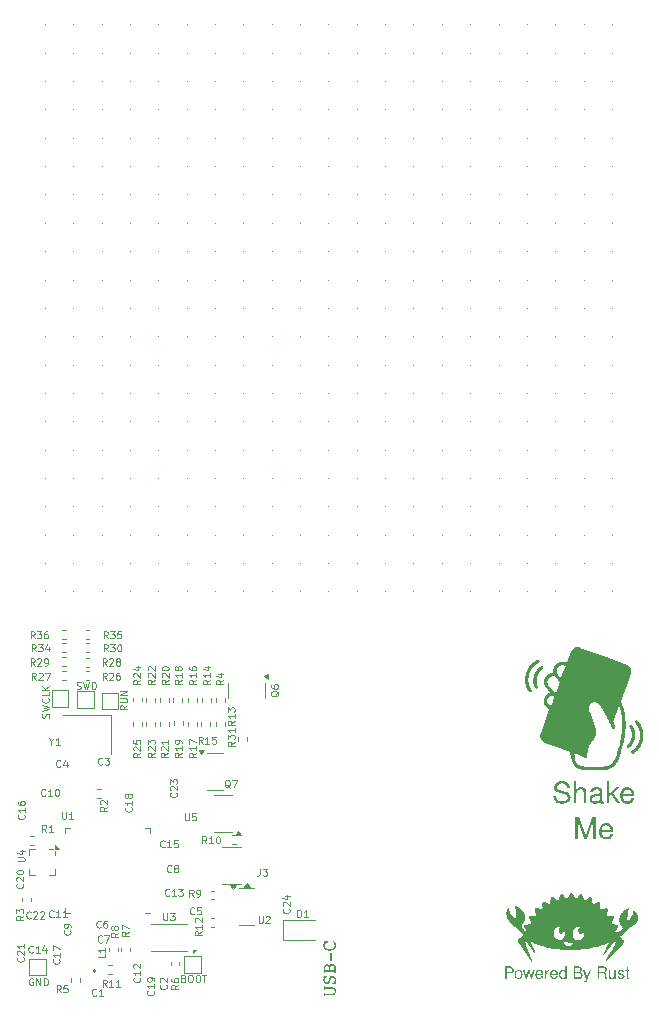
<source format=gbr>
G04 #@! TF.GenerationSoftware,KiCad,Pcbnew,8.0.7*
G04 #@! TF.CreationDate,2025-08-10T23:19:55-04:00*
G04 #@! TF.ProjectId,RP2350_60QFN_minimal,52503233-3530-45f3-9630-51464e5f6d69,REV3*
G04 #@! TF.SameCoordinates,Original*
G04 #@! TF.FileFunction,Legend,Top*
G04 #@! TF.FilePolarity,Positive*
%FSLAX46Y46*%
G04 Gerber Fmt 4.6, Leading zero omitted, Abs format (unit mm)*
G04 Created by KiCad (PCBNEW 8.0.7) date 2025-08-10 23:19:55*
%MOMM*%
%LPD*%
G01*
G04 APERTURE LIST*
%ADD10C,0.000000*%
%ADD11C,0.250000*%
%ADD12C,0.200000*%
%ADD13C,0.100000*%
%ADD14C,0.120000*%
%ADD15C,0.191421*%
G04 APERTURE END LIST*
D10*
G36*
X44446513Y-56781805D02*
G01*
X44453219Y-56782397D01*
X44459865Y-56783303D01*
X44466442Y-56784516D01*
X44472939Y-56786029D01*
X44479345Y-56787834D01*
X44485650Y-56789926D01*
X44491843Y-56792325D01*
X44497914Y-56795051D01*
X44503853Y-56798099D01*
X44509648Y-56801460D01*
X44515290Y-56805128D01*
X44520769Y-56809097D01*
X44526072Y-56813358D01*
X44531191Y-56817906D01*
X44536115Y-56822732D01*
X44540832Y-56827831D01*
X44545334Y-56833194D01*
X44549609Y-56838816D01*
X44553646Y-56844689D01*
X44557436Y-56850806D01*
X44560968Y-56857160D01*
X44564231Y-56863745D01*
X44567162Y-56870468D01*
X44569705Y-56877237D01*
X44571865Y-56884040D01*
X44573644Y-56890869D01*
X44575047Y-56897711D01*
X44576077Y-56904556D01*
X44576737Y-56911395D01*
X44577030Y-56918216D01*
X44576961Y-56925009D01*
X44576533Y-56931764D01*
X44575748Y-56938470D01*
X44574612Y-56945116D01*
X44573126Y-56951693D01*
X44571296Y-56958190D01*
X44569123Y-56964596D01*
X44566612Y-56970901D01*
X44564214Y-56977094D01*
X44561487Y-56983165D01*
X44558440Y-56989104D01*
X44555078Y-56994899D01*
X44551410Y-57000542D01*
X44547441Y-57006020D01*
X44543180Y-57011323D01*
X44538633Y-57016442D01*
X44533806Y-57021366D01*
X44528708Y-57026084D01*
X44523344Y-57030585D01*
X44517722Y-57034860D01*
X44511849Y-57038897D01*
X44505732Y-57042687D01*
X44499378Y-57046219D01*
X44492794Y-57049482D01*
X44456017Y-57066584D01*
X44419812Y-57084834D01*
X44384193Y-57104206D01*
X44349174Y-57124678D01*
X44314770Y-57146223D01*
X44280993Y-57168819D01*
X44247857Y-57192440D01*
X44215378Y-57217063D01*
X44183568Y-57242662D01*
X44152442Y-57269213D01*
X44122014Y-57296692D01*
X44092297Y-57325075D01*
X44063306Y-57354336D01*
X44035054Y-57384453D01*
X44007556Y-57415399D01*
X43980825Y-57447151D01*
X43954877Y-57479686D01*
X43929730Y-57512984D01*
X43905407Y-57547029D01*
X43881929Y-57581803D01*
X43859315Y-57617289D01*
X43837587Y-57653469D01*
X43816766Y-57690325D01*
X43796873Y-57727841D01*
X43777929Y-57765998D01*
X43759955Y-57804780D01*
X43742971Y-57844169D01*
X43726999Y-57884148D01*
X43712059Y-57924698D01*
X43698172Y-57965803D01*
X43685360Y-58007445D01*
X43673644Y-58049607D01*
X43663040Y-58091656D01*
X43653556Y-58133844D01*
X43645196Y-58176144D01*
X43637962Y-58218527D01*
X43631858Y-58260966D01*
X43626888Y-58303434D01*
X43623055Y-58345901D01*
X43620363Y-58388340D01*
X43618815Y-58430724D01*
X43618414Y-58473023D01*
X43619165Y-58515211D01*
X43621070Y-58557260D01*
X43624133Y-58599141D01*
X43628358Y-58640827D01*
X43633748Y-58682290D01*
X43640306Y-58723501D01*
X43647560Y-58764433D01*
X43655924Y-58805059D01*
X43665389Y-58845349D01*
X43675950Y-58885277D01*
X43687600Y-58924814D01*
X43700330Y-58963933D01*
X43714135Y-59002605D01*
X43729008Y-59040803D01*
X43744940Y-59078498D01*
X43761927Y-59115663D01*
X43779959Y-59152270D01*
X43799031Y-59188291D01*
X43819136Y-59223699D01*
X43840266Y-59258464D01*
X43862415Y-59292560D01*
X43885575Y-59325958D01*
X43889453Y-59331843D01*
X43893044Y-59337882D01*
X43896343Y-59344061D01*
X43899342Y-59350365D01*
X43902033Y-59356781D01*
X43904411Y-59363295D01*
X43906468Y-59369892D01*
X43908197Y-59376559D01*
X43909591Y-59383282D01*
X43910643Y-59390046D01*
X43911347Y-59396839D01*
X43911694Y-59403645D01*
X43911679Y-59410452D01*
X43911294Y-59417245D01*
X43910533Y-59424009D01*
X43909387Y-59430732D01*
X43907908Y-59437399D01*
X43906150Y-59443996D01*
X43904113Y-59450510D01*
X43901797Y-59456926D01*
X43899202Y-59463230D01*
X43896328Y-59469409D01*
X43893174Y-59475448D01*
X43889742Y-59481334D01*
X43886031Y-59487052D01*
X43882040Y-59492589D01*
X43877771Y-59497931D01*
X43873222Y-59503063D01*
X43868395Y-59507972D01*
X43863288Y-59512644D01*
X43857902Y-59517064D01*
X43852237Y-59521220D01*
X43849978Y-59522978D01*
X43847666Y-59524680D01*
X43845305Y-59526327D01*
X43842898Y-59527917D01*
X43840450Y-59529452D01*
X43837964Y-59530931D01*
X43835442Y-59532354D01*
X43832890Y-59533721D01*
X43830309Y-59535033D01*
X43827704Y-59536289D01*
X43825078Y-59537489D01*
X43822435Y-59538633D01*
X43819777Y-59539721D01*
X43817109Y-59540753D01*
X43814435Y-59541730D01*
X43811756Y-59542651D01*
X43806501Y-59544325D01*
X43801413Y-59545776D01*
X43796436Y-59547004D01*
X43793972Y-59547534D01*
X43791516Y-59548009D01*
X43789059Y-59548427D01*
X43786595Y-59548790D01*
X43784117Y-59549097D01*
X43781618Y-59549348D01*
X43779092Y-59549543D01*
X43776530Y-59549683D01*
X43773927Y-59549766D01*
X43771275Y-59549794D01*
X43767256Y-59549739D01*
X43763238Y-59549571D01*
X43759220Y-59549292D01*
X43755201Y-59548901D01*
X43751183Y-59548399D01*
X43747165Y-59547785D01*
X43743146Y-59547060D01*
X43739128Y-59546222D01*
X43735110Y-59545274D01*
X43731091Y-59544213D01*
X43727073Y-59543041D01*
X43723055Y-59541758D01*
X43719036Y-59540362D01*
X43715018Y-59538855D01*
X43710999Y-59537237D01*
X43706981Y-59535507D01*
X43703019Y-59533664D01*
X43699168Y-59531707D01*
X43695428Y-59529631D01*
X43691801Y-59527433D01*
X43688285Y-59525109D01*
X43684880Y-59522656D01*
X43681587Y-59520071D01*
X43678406Y-59517350D01*
X43675337Y-59514489D01*
X43672379Y-59511485D01*
X43669532Y-59508335D01*
X43666798Y-59505034D01*
X43664174Y-59501580D01*
X43661663Y-59497970D01*
X43659263Y-59494198D01*
X43656975Y-59490263D01*
X43629460Y-59450559D01*
X43603173Y-59410050D01*
X43578115Y-59368765D01*
X43554283Y-59326738D01*
X43531680Y-59284000D01*
X43510305Y-59240581D01*
X43490157Y-59196513D01*
X43471237Y-59151828D01*
X43453545Y-59106557D01*
X43437081Y-59060731D01*
X43421845Y-59014382D01*
X43407837Y-58967542D01*
X43395056Y-58920240D01*
X43383503Y-58872510D01*
X43373178Y-58824382D01*
X43364081Y-58775888D01*
X43356687Y-58727060D01*
X43350580Y-58677931D01*
X43345763Y-58628538D01*
X43342241Y-58578914D01*
X43340016Y-58529095D01*
X43339092Y-58479116D01*
X43339473Y-58429011D01*
X43341162Y-58378815D01*
X43344162Y-58328563D01*
X43348477Y-58278291D01*
X43354111Y-58228032D01*
X43361067Y-58177823D01*
X43369349Y-58127696D01*
X43378959Y-58077689D01*
X43389902Y-58027835D01*
X43402181Y-57978170D01*
X43416215Y-57928865D01*
X43431514Y-57880087D01*
X43448063Y-57831861D01*
X43465842Y-57784209D01*
X43484836Y-57737158D01*
X43505026Y-57690731D01*
X43526395Y-57644953D01*
X43548926Y-57599848D01*
X43572600Y-57555441D01*
X43597402Y-57511756D01*
X43623312Y-57468817D01*
X43650315Y-57426650D01*
X43678392Y-57385277D01*
X43707525Y-57344724D01*
X43737698Y-57305016D01*
X43768894Y-57266176D01*
X43801038Y-57228284D01*
X43834057Y-57191418D01*
X43867935Y-57155598D01*
X43902653Y-57120845D01*
X43938194Y-57087181D01*
X43974541Y-57054626D01*
X44011677Y-57023201D01*
X44049583Y-56992927D01*
X44088243Y-56963826D01*
X44127639Y-56935917D01*
X44167754Y-56909222D01*
X44208569Y-56883762D01*
X44250068Y-56859558D01*
X44292234Y-56836630D01*
X44335048Y-56815000D01*
X44378493Y-56794688D01*
X44385217Y-56791757D01*
X44391986Y-56789210D01*
X44398789Y-56787039D01*
X44405617Y-56785238D01*
X44412459Y-56783800D01*
X44419305Y-56782717D01*
X44426144Y-56781983D01*
X44432965Y-56781592D01*
X44439758Y-56781535D01*
X44446513Y-56781805D01*
G37*
G36*
X44741895Y-57325037D02*
G01*
X44748723Y-57325357D01*
X44755526Y-57325977D01*
X44762295Y-57326889D01*
X44769018Y-57328088D01*
X44775659Y-57329594D01*
X44782180Y-57331427D01*
X44788577Y-57333582D01*
X44794840Y-57336050D01*
X44800964Y-57338826D01*
X44806942Y-57341901D01*
X44812766Y-57345269D01*
X44818429Y-57348924D01*
X44823925Y-57352857D01*
X44829247Y-57357063D01*
X44834388Y-57361534D01*
X44839340Y-57366262D01*
X44844096Y-57371242D01*
X44848651Y-57376466D01*
X44852996Y-57381928D01*
X44857125Y-57387619D01*
X44860949Y-57393924D01*
X44864389Y-57400330D01*
X44867453Y-57406827D01*
X44870147Y-57413404D01*
X44872478Y-57420050D01*
X44874454Y-57426756D01*
X44876080Y-57433511D01*
X44877365Y-57440304D01*
X44878315Y-57447125D01*
X44878937Y-57453964D01*
X44879238Y-57460810D01*
X44879226Y-57467652D01*
X44878906Y-57474480D01*
X44878286Y-57481283D01*
X44877373Y-57488052D01*
X44876175Y-57494775D01*
X44874668Y-57501442D01*
X44872831Y-57508040D01*
X44870665Y-57514553D01*
X44868175Y-57520969D01*
X44865364Y-57527273D01*
X44862236Y-57533452D01*
X44858794Y-57539491D01*
X44855041Y-57545377D01*
X44850981Y-57551095D01*
X44846618Y-57556632D01*
X44841955Y-57561974D01*
X44836996Y-57567106D01*
X44831743Y-57572015D01*
X44826201Y-57576687D01*
X44820373Y-57581108D01*
X44814262Y-57585263D01*
X44793473Y-57598935D01*
X44773074Y-57613154D01*
X44753066Y-57627911D01*
X44733449Y-57643194D01*
X44714222Y-57658994D01*
X44695386Y-57675299D01*
X44676940Y-57692100D01*
X44658886Y-57709386D01*
X44641222Y-57727146D01*
X44623948Y-57745370D01*
X44607066Y-57764047D01*
X44590574Y-57783167D01*
X44574472Y-57802720D01*
X44558761Y-57822695D01*
X44543441Y-57843082D01*
X44528512Y-57863870D01*
X44514003Y-57885020D01*
X44499946Y-57906495D01*
X44486351Y-57928284D01*
X44473222Y-57950376D01*
X44460569Y-57972761D01*
X44448396Y-57995429D01*
X44436712Y-58018369D01*
X44425523Y-58041570D01*
X44414836Y-58065023D01*
X44404659Y-58088716D01*
X44394998Y-58112640D01*
X44385860Y-58136783D01*
X44377253Y-58161136D01*
X44369182Y-58185687D01*
X44361656Y-58210427D01*
X44354681Y-58235344D01*
X44348263Y-58260821D01*
X44342403Y-58286346D01*
X44337101Y-58311913D01*
X44332357Y-58337515D01*
X44328171Y-58363145D01*
X44324543Y-58388796D01*
X44321474Y-58414460D01*
X44318962Y-58440132D01*
X44317009Y-58465804D01*
X44315614Y-58491468D01*
X44314776Y-58517119D01*
X44314497Y-58542749D01*
X44314776Y-58568351D01*
X44315614Y-58593918D01*
X44317009Y-58619443D01*
X44318962Y-58644920D01*
X44321500Y-58670312D01*
X44324646Y-58695581D01*
X44328391Y-58720719D01*
X44332729Y-58745713D01*
X44337653Y-58770554D01*
X44343156Y-58795231D01*
X44349231Y-58819734D01*
X44355871Y-58844051D01*
X44363070Y-58868174D01*
X44370819Y-58892090D01*
X44379113Y-58915791D01*
X44387944Y-58939264D01*
X44397305Y-58962500D01*
X44407189Y-58985489D01*
X44417590Y-59008220D01*
X44428500Y-59030682D01*
X44431458Y-59037405D01*
X44434085Y-59044174D01*
X44436385Y-59050978D01*
X44438359Y-59057806D01*
X44440013Y-59064648D01*
X44441350Y-59071493D01*
X44442373Y-59078332D01*
X44443085Y-59085153D01*
X44443490Y-59091946D01*
X44443592Y-59098701D01*
X44443393Y-59105407D01*
X44442899Y-59112054D01*
X44442111Y-59118631D01*
X44441034Y-59125127D01*
X44439670Y-59131533D01*
X44438025Y-59137838D01*
X44436046Y-59144058D01*
X44433690Y-59150205D01*
X44430972Y-59156261D01*
X44427904Y-59162209D01*
X44424502Y-59168031D01*
X44420779Y-59173710D01*
X44416749Y-59179229D01*
X44412426Y-59184570D01*
X44407824Y-59189716D01*
X44402957Y-59194648D01*
X44397839Y-59199351D01*
X44392483Y-59203806D01*
X44386904Y-59207996D01*
X44381116Y-59211903D01*
X44375133Y-59215510D01*
X44368968Y-59218800D01*
X44365294Y-59220582D01*
X44361453Y-59222335D01*
X44357499Y-59224033D01*
X44353490Y-59225646D01*
X44349481Y-59227149D01*
X44345528Y-59228511D01*
X44341686Y-59229707D01*
X44338012Y-59230707D01*
X44336119Y-59231126D01*
X44334031Y-59231493D01*
X44331775Y-59231811D01*
X44329380Y-59232083D01*
X44324283Y-59232507D01*
X44318962Y-59232790D01*
X44313642Y-59232963D01*
X44308544Y-59233051D01*
X44299912Y-59233088D01*
X44295029Y-59233005D01*
X44290201Y-59232758D01*
X44285429Y-59232350D01*
X44280713Y-59231786D01*
X44276053Y-59231068D01*
X44271449Y-59230200D01*
X44266900Y-59229185D01*
X44262408Y-59228028D01*
X44257971Y-59226731D01*
X44253590Y-59225298D01*
X44249264Y-59223732D01*
X44244995Y-59222038D01*
X44240781Y-59220217D01*
X44236623Y-59218275D01*
X44232521Y-59216214D01*
X44228475Y-59214038D01*
X44224485Y-59211303D01*
X44220559Y-59208457D01*
X44216702Y-59205499D01*
X44212922Y-59202429D01*
X44209226Y-59199248D01*
X44205620Y-59195955D01*
X44202112Y-59192551D01*
X44198709Y-59189035D01*
X44195418Y-59185407D01*
X44192244Y-59181668D01*
X44189197Y-59177817D01*
X44186282Y-59173855D01*
X44183507Y-59169780D01*
X44180878Y-59165595D01*
X44178402Y-59161297D01*
X44176087Y-59156888D01*
X44162136Y-59128595D01*
X44148861Y-59099980D01*
X44136270Y-59071059D01*
X44124370Y-59041844D01*
X44113167Y-59012350D01*
X44102669Y-58982592D01*
X44092882Y-58952582D01*
X44083814Y-58922335D01*
X44075471Y-58891865D01*
X44067861Y-58861185D01*
X44060991Y-58830310D01*
X44054867Y-58799254D01*
X44049496Y-58768030D01*
X44044886Y-58736653D01*
X44041043Y-58705137D01*
X44037975Y-58673494D01*
X44035213Y-58641740D01*
X44033180Y-58609884D01*
X44031879Y-58577938D01*
X44031315Y-58545911D01*
X44031490Y-58513815D01*
X44032408Y-58481659D01*
X44034072Y-58449455D01*
X44036487Y-58417212D01*
X44039654Y-58384942D01*
X44043579Y-58352653D01*
X44048264Y-58320358D01*
X44053713Y-58288067D01*
X44059930Y-58255789D01*
X44066917Y-58223536D01*
X44074679Y-58191317D01*
X44083219Y-58159144D01*
X44092035Y-58127585D01*
X44101515Y-58096316D01*
X44111651Y-58065346D01*
X44122435Y-58034687D01*
X44133861Y-58004348D01*
X44145922Y-57974342D01*
X44158610Y-57944677D01*
X44171920Y-57915364D01*
X44185844Y-57886414D01*
X44200374Y-57857837D01*
X44215505Y-57829644D01*
X44231228Y-57801845D01*
X44247538Y-57774451D01*
X44264426Y-57747472D01*
X44281887Y-57720918D01*
X44299912Y-57694801D01*
X44318523Y-57669130D01*
X44337733Y-57643920D01*
X44357530Y-57619184D01*
X44377898Y-57594937D01*
X44398825Y-57571192D01*
X44420296Y-57547963D01*
X44442297Y-57525264D01*
X44464814Y-57503110D01*
X44487833Y-57481513D01*
X44511341Y-57460489D01*
X44535323Y-57440051D01*
X44559766Y-57420213D01*
X44584655Y-57400988D01*
X44609977Y-57382392D01*
X44635717Y-57364437D01*
X44661862Y-57347138D01*
X44668167Y-57343314D01*
X44674573Y-57339873D01*
X44681070Y-57336810D01*
X44687647Y-57334116D01*
X44694293Y-57331784D01*
X44700999Y-57329809D01*
X44707754Y-57328182D01*
X44714547Y-57326897D01*
X44721368Y-57325948D01*
X44728207Y-57325325D01*
X44735052Y-57325024D01*
X44741895Y-57325037D01*
G37*
G36*
X47814710Y-55708219D02*
G01*
X47821906Y-55708545D01*
X47829124Y-55709046D01*
X47836366Y-55709731D01*
X47843636Y-55710612D01*
X47850937Y-55711698D01*
X47858273Y-55713001D01*
X47865647Y-55714531D01*
X47873063Y-55716297D01*
X47880525Y-55718311D01*
X47888035Y-55720584D01*
X47895598Y-55723125D01*
X47909886Y-55725920D01*
X47924173Y-55728966D01*
X47938461Y-55732292D01*
X47952748Y-55735924D01*
X47967036Y-55739891D01*
X47981323Y-55744221D01*
X47995611Y-55748942D01*
X48009898Y-55754081D01*
X49986335Y-56489887D01*
X51962773Y-57225693D01*
X51990899Y-57237071D01*
X52018114Y-57249739D01*
X52044401Y-57263648D01*
X52069743Y-57278751D01*
X52094122Y-57294997D01*
X52117521Y-57312339D01*
X52139923Y-57330728D01*
X52161309Y-57350114D01*
X52181663Y-57370449D01*
X52200967Y-57391683D01*
X52219204Y-57413769D01*
X52236356Y-57436657D01*
X52252405Y-57460299D01*
X52267335Y-57484645D01*
X52281128Y-57509647D01*
X52293766Y-57535256D01*
X52305177Y-57561424D01*
X52315286Y-57588104D01*
X52324077Y-57615252D01*
X52331532Y-57642821D01*
X52337633Y-57670768D01*
X52342364Y-57699046D01*
X52345706Y-57727610D01*
X52347643Y-57756414D01*
X52348156Y-57785414D01*
X52347229Y-57814564D01*
X52344843Y-57843819D01*
X52340982Y-57873133D01*
X52335629Y-57902461D01*
X52328765Y-57931757D01*
X52320373Y-57960977D01*
X52310435Y-57990075D01*
X51881811Y-59140218D01*
X51453185Y-60290362D01*
X51457949Y-60304650D01*
X51462711Y-60318938D01*
X51528386Y-60471261D01*
X51587164Y-60625356D01*
X51639294Y-60780986D01*
X51685023Y-60937913D01*
X51724599Y-61095901D01*
X51758270Y-61254713D01*
X51786283Y-61414110D01*
X51808886Y-61573856D01*
X51826326Y-61733714D01*
X51838851Y-61893446D01*
X51846709Y-62052815D01*
X51850148Y-62211585D01*
X51849415Y-62369517D01*
X51844758Y-62526375D01*
X51836424Y-62681921D01*
X51824661Y-62835919D01*
X51809690Y-62988159D01*
X51791733Y-63138435D01*
X51771041Y-63286514D01*
X51747866Y-63432161D01*
X51695069Y-63715228D01*
X51635352Y-63985765D01*
X51570723Y-64241902D01*
X51503192Y-64481772D01*
X51434769Y-64703502D01*
X51367461Y-64905225D01*
X51313315Y-65044379D01*
X51285681Y-65111123D01*
X51257551Y-65175943D01*
X51228836Y-65238809D01*
X51199443Y-65299693D01*
X51169284Y-65358569D01*
X51138266Y-65415407D01*
X51106299Y-65470180D01*
X51073293Y-65522861D01*
X51039157Y-65573420D01*
X51003800Y-65621831D01*
X50967131Y-65668066D01*
X50929060Y-65712096D01*
X50889496Y-65753893D01*
X50848349Y-65793430D01*
X50805975Y-65830735D01*
X50761847Y-65865835D01*
X50715884Y-65898703D01*
X50668006Y-65929310D01*
X50618133Y-65957629D01*
X50566185Y-65983632D01*
X50512080Y-66007291D01*
X50455740Y-66028578D01*
X50397084Y-66047466D01*
X50336031Y-66063925D01*
X50272502Y-66077929D01*
X50206416Y-66089449D01*
X50137693Y-66098458D01*
X50066252Y-66104927D01*
X49992015Y-66108829D01*
X49914899Y-66110136D01*
X49264818Y-66112518D01*
X48614737Y-66114899D01*
X48541423Y-66114226D01*
X48470583Y-66112197D01*
X48402177Y-66108793D01*
X48336168Y-66103997D01*
X48272516Y-66097792D01*
X48211184Y-66090161D01*
X48152134Y-66081085D01*
X48095326Y-66070548D01*
X48040723Y-66058532D01*
X47988286Y-66045019D01*
X47937977Y-66029993D01*
X47889758Y-66013435D01*
X47843589Y-65995329D01*
X47799433Y-65975656D01*
X47757251Y-65954400D01*
X47717005Y-65931543D01*
X47679106Y-65907039D01*
X47643080Y-65880848D01*
X47608902Y-65852954D01*
X47576549Y-65823345D01*
X47545995Y-65792005D01*
X47517217Y-65758921D01*
X47490191Y-65724079D01*
X47464890Y-65687465D01*
X47441292Y-65649065D01*
X47419372Y-65608865D01*
X47399106Y-65566851D01*
X47380468Y-65523010D01*
X47363434Y-65477327D01*
X47347981Y-65429788D01*
X47334084Y-65380379D01*
X47321718Y-65329087D01*
X47240756Y-64964756D01*
X47184664Y-64712343D01*
X47476499Y-64712343D01*
X47538412Y-64986187D01*
X47600325Y-65260031D01*
X47608236Y-65293489D01*
X47616849Y-65325994D01*
X47626250Y-65357544D01*
X47636527Y-65388135D01*
X47647766Y-65417762D01*
X47660056Y-65446424D01*
X47673482Y-65474116D01*
X47688133Y-65500834D01*
X47704096Y-65526576D01*
X47721457Y-65551338D01*
X47740304Y-65575116D01*
X47760724Y-65597907D01*
X47782805Y-65619708D01*
X47794495Y-65630235D01*
X47806633Y-65640514D01*
X47819230Y-65650543D01*
X47832296Y-65660323D01*
X47845843Y-65669852D01*
X47859881Y-65679130D01*
X47889026Y-65696904D01*
X47920254Y-65713607D01*
X47953637Y-65729229D01*
X47989250Y-65743759D01*
X48027164Y-65757186D01*
X48067454Y-65769501D01*
X48110193Y-65780693D01*
X48155453Y-65790751D01*
X48203309Y-65799665D01*
X48253833Y-65807425D01*
X48307099Y-65814019D01*
X48363180Y-65819438D01*
X48422149Y-65823671D01*
X48484080Y-65826708D01*
X48549045Y-65828537D01*
X48617118Y-65829149D01*
X49267199Y-65826768D01*
X49917280Y-65824386D01*
X49979885Y-65823382D01*
X50040059Y-65820368D01*
X50097881Y-65815345D01*
X50153433Y-65808313D01*
X50206795Y-65799272D01*
X50258046Y-65788221D01*
X50307266Y-65775162D01*
X50354537Y-65760093D01*
X50399939Y-65743015D01*
X50443551Y-65723928D01*
X50485453Y-65702831D01*
X50525727Y-65679726D01*
X50564452Y-65654611D01*
X50601709Y-65627487D01*
X50637577Y-65598354D01*
X50672137Y-65567212D01*
X50705022Y-65534507D01*
X50736756Y-65499797D01*
X50767416Y-65463085D01*
X50797078Y-65424374D01*
X50825819Y-65383668D01*
X50853716Y-65340970D01*
X50880846Y-65296284D01*
X50907285Y-65249613D01*
X50933110Y-65200960D01*
X50958398Y-65150330D01*
X51007670Y-65043151D01*
X51055713Y-64928102D01*
X51103143Y-64805212D01*
X51164730Y-64622851D01*
X51227042Y-64423244D01*
X51288573Y-64207899D01*
X51347816Y-63978323D01*
X51403264Y-63736021D01*
X51453410Y-63482502D01*
X51496747Y-63219271D01*
X51531768Y-62947836D01*
X51556627Y-62669826D01*
X51564642Y-62528881D01*
X51569458Y-62386904D01*
X51570885Y-62244089D01*
X51568728Y-62100633D01*
X51562798Y-61956730D01*
X51552901Y-61812576D01*
X51538847Y-61668366D01*
X51520443Y-61524296D01*
X51497497Y-61380561D01*
X51469818Y-61237355D01*
X51437214Y-61094876D01*
X51399493Y-60953317D01*
X51356462Y-60812874D01*
X51307931Y-60673743D01*
X51055518Y-61354780D01*
X50803106Y-62035818D01*
X50827662Y-62093006D01*
X50851325Y-62150416D01*
X50874096Y-62208274D01*
X50895974Y-62266800D01*
X50916996Y-62325773D01*
X50937348Y-62384969D01*
X50957254Y-62444612D01*
X50976936Y-62504925D01*
X50978974Y-62512067D01*
X50980629Y-62519198D01*
X50981907Y-62526309D01*
X50982815Y-62533388D01*
X50983360Y-62540426D01*
X50983550Y-62547411D01*
X50983391Y-62554333D01*
X50982890Y-62561182D01*
X50982054Y-62567947D01*
X50980890Y-62574619D01*
X50979405Y-62581185D01*
X50977607Y-62587636D01*
X50975501Y-62593962D01*
X50973095Y-62600152D01*
X50970396Y-62606195D01*
X50967412Y-62612081D01*
X50964147Y-62618220D01*
X50960607Y-62624132D01*
X50956795Y-62629813D01*
X50952715Y-62635261D01*
X50948369Y-62640472D01*
X50943762Y-62645442D01*
X50938897Y-62650168D01*
X50933777Y-62654646D01*
X50928405Y-62658873D01*
X50922787Y-62662845D01*
X50916924Y-62666560D01*
X50910820Y-62670012D01*
X50904479Y-62673200D01*
X50897904Y-62676119D01*
X50891100Y-62678766D01*
X50884068Y-62681137D01*
X50876926Y-62683175D01*
X50869794Y-62684830D01*
X50862684Y-62686108D01*
X50855604Y-62687016D01*
X50848567Y-62687561D01*
X50841582Y-62687751D01*
X50834660Y-62687592D01*
X50827811Y-62687091D01*
X50821045Y-62686255D01*
X50814374Y-62685091D01*
X50807808Y-62683606D01*
X50801356Y-62681807D01*
X50795031Y-62679701D01*
X50788841Y-62677296D01*
X50782798Y-62674597D01*
X50776912Y-62671612D01*
X50770773Y-62668348D01*
X50764861Y-62664808D01*
X50759180Y-62660996D01*
X50753732Y-62656915D01*
X50748521Y-62652570D01*
X50743551Y-62647962D01*
X50738825Y-62643097D01*
X50734347Y-62637977D01*
X50730120Y-62632606D01*
X50726147Y-62626987D01*
X50722433Y-62621124D01*
X50718980Y-62615020D01*
X50715793Y-62608680D01*
X50712874Y-62602105D01*
X50710227Y-62595300D01*
X50707856Y-62588268D01*
X50669490Y-62469578D01*
X50627749Y-62352674D01*
X50582826Y-62237332D01*
X50534917Y-62123330D01*
X50484218Y-62010444D01*
X50430924Y-61898450D01*
X50375229Y-61787127D01*
X50317331Y-61676250D01*
X50256511Y-61566494D01*
X50193766Y-61456766D01*
X50129179Y-61346870D01*
X50062835Y-61236612D01*
X49925206Y-61014226D01*
X49781550Y-60788045D01*
X49762291Y-60755620D01*
X49742901Y-60724434D01*
X49723357Y-60694497D01*
X49703638Y-60665819D01*
X49683724Y-60638411D01*
X49663594Y-60612283D01*
X49643227Y-60587445D01*
X49622601Y-60563909D01*
X49601697Y-60541684D01*
X49580492Y-60520781D01*
X49558967Y-60501211D01*
X49537100Y-60482983D01*
X49514870Y-60466109D01*
X49492256Y-60450599D01*
X49469238Y-60436463D01*
X49445794Y-60423712D01*
X49423274Y-60412804D01*
X49400359Y-60403308D01*
X49377047Y-60395243D01*
X49353334Y-60388626D01*
X49329216Y-60383473D01*
X49304691Y-60379803D01*
X49279753Y-60377633D01*
X49254401Y-60376980D01*
X49228629Y-60377862D01*
X49202436Y-60380296D01*
X49175817Y-60384300D01*
X49148770Y-60389891D01*
X49121289Y-60397086D01*
X49093373Y-60405904D01*
X49065017Y-60416361D01*
X49036219Y-60428474D01*
X49016302Y-60437960D01*
X48996765Y-60448548D01*
X48977654Y-60460224D01*
X48959014Y-60472974D01*
X48940890Y-60486785D01*
X48923328Y-60501642D01*
X48906372Y-60517532D01*
X48890069Y-60534440D01*
X48874464Y-60552353D01*
X48859602Y-60571256D01*
X48845527Y-60591137D01*
X48832287Y-60611980D01*
X48819926Y-60633771D01*
X48808489Y-60656498D01*
X48798021Y-60680145D01*
X48788569Y-60704700D01*
X48780176Y-60729726D01*
X48772886Y-60755673D01*
X48766740Y-60782513D01*
X48761780Y-60810219D01*
X48758047Y-60838761D01*
X48755585Y-60868113D01*
X48754434Y-60898246D01*
X48754636Y-60929132D01*
X48756233Y-60960744D01*
X48759268Y-60993054D01*
X48763782Y-61026033D01*
X48769816Y-61059655D01*
X48777413Y-61093890D01*
X48786615Y-61128711D01*
X48797463Y-61164090D01*
X48810000Y-61200000D01*
X49048125Y-61842937D01*
X49286249Y-62485874D01*
X49304990Y-62538260D01*
X49321089Y-62589180D01*
X49334643Y-62638677D01*
X49345744Y-62686792D01*
X49354487Y-62733568D01*
X49360966Y-62779047D01*
X49365276Y-62823270D01*
X49367510Y-62866279D01*
X49367763Y-62908116D01*
X49366128Y-62948822D01*
X49362701Y-62988441D01*
X49357575Y-63027013D01*
X49350845Y-63064581D01*
X49342604Y-63101185D01*
X49332947Y-63136869D01*
X49321968Y-63171674D01*
X49309704Y-63205670D01*
X49296188Y-63238931D01*
X49281507Y-63271500D01*
X49265748Y-63303424D01*
X49248999Y-63334749D01*
X49231346Y-63365518D01*
X49212877Y-63395779D01*
X49193678Y-63425575D01*
X49173838Y-63454953D01*
X49153444Y-63483958D01*
X49111339Y-63541029D01*
X49068063Y-63597151D01*
X49024312Y-63652687D01*
X48980673Y-63709032D01*
X48939071Y-63765908D01*
X48899534Y-63823844D01*
X48880548Y-63853375D01*
X48862090Y-63883370D01*
X48844161Y-63913895D01*
X48826766Y-63945017D01*
X48809908Y-63976802D01*
X48793591Y-64009316D01*
X48777818Y-64042625D01*
X48762593Y-64076795D01*
X48747919Y-64111894D01*
X48733799Y-64147986D01*
X48708257Y-64223521D01*
X48685281Y-64303995D01*
X48664985Y-64389883D01*
X48647479Y-64481659D01*
X48632876Y-64579797D01*
X48621286Y-64684772D01*
X48612821Y-64797058D01*
X48607594Y-64917130D01*
X48607426Y-64924825D01*
X48606919Y-64932701D01*
X48606071Y-64940717D01*
X48604878Y-64948831D01*
X48603335Y-64957000D01*
X48601441Y-64965183D01*
X48599190Y-64973338D01*
X48596581Y-64981424D01*
X48593608Y-64989398D01*
X48590269Y-64997218D01*
X48586561Y-65004844D01*
X48582479Y-65012231D01*
X48578021Y-65019340D01*
X48573182Y-65026128D01*
X48567960Y-65032553D01*
X48562350Y-65038574D01*
X48556349Y-65044204D01*
X48549951Y-65049457D01*
X48543147Y-65054291D01*
X48535933Y-65058666D01*
X48528299Y-65062537D01*
X48520241Y-65065865D01*
X48511749Y-65068607D01*
X48502818Y-65070721D01*
X48493441Y-65072165D01*
X48483610Y-65072897D01*
X48473319Y-65072876D01*
X48462560Y-65072060D01*
X48451327Y-65070407D01*
X48439613Y-65067874D01*
X48427410Y-65064421D01*
X48414712Y-65060005D01*
X47945606Y-64886174D01*
X47476499Y-64712343D01*
X47184664Y-64712343D01*
X47159793Y-64600425D01*
X46083468Y-64197993D01*
X45007143Y-63795563D01*
X44993386Y-63790065D01*
X44979801Y-63784289D01*
X44966389Y-63778233D01*
X44953156Y-63771899D01*
X44940104Y-63765285D01*
X44927236Y-63758393D01*
X44914557Y-63751221D01*
X44902070Y-63743770D01*
X44889779Y-63736041D01*
X44877686Y-63728032D01*
X44865795Y-63719744D01*
X44854111Y-63711177D01*
X44842635Y-63702331D01*
X44831372Y-63693206D01*
X44820326Y-63683802D01*
X44809499Y-63674119D01*
X44798923Y-63664158D01*
X44788626Y-63653925D01*
X44778608Y-63643427D01*
X44768869Y-63632670D01*
X44759409Y-63621663D01*
X44750229Y-63610411D01*
X44741327Y-63598922D01*
X44732704Y-63587203D01*
X44724360Y-63575261D01*
X44716296Y-63563103D01*
X44708510Y-63550735D01*
X44701004Y-63538165D01*
X44693776Y-63525399D01*
X44686828Y-63512445D01*
X44680159Y-63499310D01*
X44673768Y-63486000D01*
X44662727Y-63458211D01*
X44652858Y-63430227D01*
X44648380Y-63416170D01*
X44644217Y-63402075D01*
X44640374Y-63387945D01*
X44636859Y-63373784D01*
X44633679Y-63359594D01*
X44630841Y-63345381D01*
X44628351Y-63331146D01*
X44626218Y-63316894D01*
X44624447Y-63302628D01*
X44623046Y-63288352D01*
X44622021Y-63274068D01*
X44621381Y-63259782D01*
X44621102Y-63245468D01*
X44621162Y-63231109D01*
X44621564Y-63216715D01*
X44622311Y-63202296D01*
X44623407Y-63187864D01*
X44624855Y-63173428D01*
X44626659Y-63159000D01*
X44628822Y-63144588D01*
X44631348Y-63130205D01*
X44634241Y-63115860D01*
X44637503Y-63101564D01*
X44641138Y-63087327D01*
X44645150Y-63073160D01*
X44649542Y-63059073D01*
X44654318Y-63045077D01*
X44659481Y-63031182D01*
X45030956Y-62035819D01*
X45402431Y-61040457D01*
X45190500Y-60783282D01*
X44978568Y-60526107D01*
X44972013Y-60517629D01*
X44965750Y-60508289D01*
X44959795Y-60498120D01*
X44954160Y-60487151D01*
X44948861Y-60475415D01*
X44943910Y-60462943D01*
X44939322Y-60449767D01*
X44935110Y-60435917D01*
X44931290Y-60421425D01*
X44927874Y-60406323D01*
X44924876Y-60390642D01*
X44922311Y-60374414D01*
X44920193Y-60357669D01*
X44918535Y-60340439D01*
X44917351Y-60322756D01*
X44916656Y-60304651D01*
X44916043Y-60286155D01*
X44915995Y-60267299D01*
X44916282Y-60256817D01*
X45199016Y-60256817D01*
X45199327Y-60267687D01*
X45200025Y-60278457D01*
X45201113Y-60289116D01*
X45202587Y-60299656D01*
X45204446Y-60310070D01*
X45206685Y-60320352D01*
X45209300Y-60330494D01*
X45212289Y-60340490D01*
X45215648Y-60350333D01*
X45219373Y-60360015D01*
X45223460Y-60369529D01*
X45227907Y-60378869D01*
X45232709Y-60388028D01*
X45237864Y-60396998D01*
X45243368Y-60405773D01*
X45249217Y-60414346D01*
X45255408Y-60422710D01*
X45261937Y-60430857D01*
X45388144Y-60583257D01*
X45514350Y-60735656D01*
X45661988Y-60342750D01*
X45809625Y-59949844D01*
X45762000Y-59892694D01*
X45714375Y-59835544D01*
X45704450Y-59835437D01*
X45694357Y-59835135D01*
X45684153Y-59834665D01*
X45673893Y-59834056D01*
X45653430Y-59832531D01*
X45633412Y-59830782D01*
X45628473Y-59830391D01*
X45623482Y-59830112D01*
X45613357Y-59829889D01*
X45603065Y-59830112D01*
X45592633Y-59830782D01*
X45582090Y-59831898D01*
X45571462Y-59833461D01*
X45560779Y-59835470D01*
X45550068Y-59837926D01*
X45537177Y-59841245D01*
X45524405Y-59844949D01*
X45511758Y-59849029D01*
X45499244Y-59853478D01*
X45486869Y-59858291D01*
X45474640Y-59863459D01*
X45462566Y-59868976D01*
X45450651Y-59874835D01*
X45438904Y-59881029D01*
X45427332Y-59887551D01*
X45415941Y-59894393D01*
X45404738Y-59901550D01*
X45393730Y-59909013D01*
X45382925Y-59916777D01*
X45372329Y-59924833D01*
X45361950Y-59933176D01*
X45351794Y-59941797D01*
X45341872Y-59950691D01*
X45332194Y-59959850D01*
X45322771Y-59969267D01*
X45313613Y-59978935D01*
X45304730Y-59988847D01*
X45296134Y-59998996D01*
X45287834Y-60009376D01*
X45279840Y-60019979D01*
X45272165Y-60030798D01*
X45264817Y-60041826D01*
X45257807Y-60053057D01*
X45251147Y-60064483D01*
X45244845Y-60076097D01*
X45238914Y-60087893D01*
X45233362Y-60099863D01*
X45228619Y-60111052D01*
X45224214Y-60122285D01*
X45220151Y-60133554D01*
X45216433Y-60144847D01*
X45213064Y-60156154D01*
X45210048Y-60167464D01*
X45207387Y-60178767D01*
X45205085Y-60190053D01*
X45203146Y-60201311D01*
X45201574Y-60212531D01*
X45200371Y-60223702D01*
X45199541Y-60234813D01*
X45199088Y-60245855D01*
X45199016Y-60256817D01*
X44916282Y-60256817D01*
X44916520Y-60248116D01*
X44917623Y-60228637D01*
X44919313Y-60208892D01*
X44921595Y-60188913D01*
X44924477Y-60168733D01*
X44927967Y-60148381D01*
X44932070Y-60127890D01*
X44936794Y-60107291D01*
X44942146Y-60086614D01*
X44948133Y-60065893D01*
X44954762Y-60045158D01*
X44962039Y-60024440D01*
X44969972Y-60003771D01*
X44978568Y-59983182D01*
X44987356Y-59963704D01*
X44996744Y-59944565D01*
X45006718Y-59925768D01*
X45017264Y-59907316D01*
X45028368Y-59889213D01*
X45040016Y-59871463D01*
X45052194Y-59854068D01*
X45064889Y-59837032D01*
X45078085Y-59820360D01*
X45091771Y-59804053D01*
X45105930Y-59788116D01*
X45120550Y-59772553D01*
X45135617Y-59757366D01*
X45151116Y-59742559D01*
X45167034Y-59728136D01*
X45183356Y-59714100D01*
X45200042Y-59700512D01*
X45217056Y-59687432D01*
X45234391Y-59674869D01*
X45252040Y-59662829D01*
X45269996Y-59651320D01*
X45288252Y-59640347D01*
X45306801Y-59629919D01*
X45325635Y-59620041D01*
X45344749Y-59610722D01*
X45364135Y-59601968D01*
X45383786Y-59593786D01*
X45403696Y-59586183D01*
X45423856Y-59579166D01*
X45444261Y-59572742D01*
X45464902Y-59566918D01*
X45485774Y-59561700D01*
X45488156Y-59561700D01*
X45288131Y-59318813D01*
X45088106Y-59075926D01*
X45074154Y-59058266D01*
X45060879Y-59040128D01*
X45048288Y-59021537D01*
X45036388Y-59002516D01*
X45025185Y-58983091D01*
X45014687Y-58963286D01*
X45004900Y-58943125D01*
X44995832Y-58922633D01*
X44987490Y-58901834D01*
X44979880Y-58880752D01*
X44973009Y-58859412D01*
X44966885Y-58837838D01*
X44961514Y-58816055D01*
X44956904Y-58794087D01*
X44953062Y-58771959D01*
X44949993Y-58749695D01*
X44947705Y-58726871D01*
X44946198Y-58703953D01*
X44945472Y-58680959D01*
X44945488Y-58674676D01*
X45228972Y-58674676D01*
X45229195Y-58687870D01*
X45229865Y-58700973D01*
X45230981Y-58713975D01*
X45232543Y-58726866D01*
X45234548Y-58739635D01*
X45236993Y-58752270D01*
X45239874Y-58764763D01*
X45243187Y-58777103D01*
X45246929Y-58789278D01*
X45251097Y-58801279D01*
X45255686Y-58813095D01*
X45260695Y-58824716D01*
X45266118Y-58836131D01*
X45271954Y-58847330D01*
X45278197Y-58858302D01*
X45284845Y-58869037D01*
X45291894Y-58879524D01*
X45299340Y-58889753D01*
X45307181Y-58899713D01*
X45614362Y-59273569D01*
X45921543Y-59645044D01*
X46107281Y-59142601D01*
X46293018Y-58640157D01*
X46138237Y-58456801D01*
X45983456Y-58273444D01*
X45974862Y-58265184D01*
X45966052Y-58257366D01*
X45957033Y-58249988D01*
X45947812Y-58243046D01*
X45938395Y-58236537D01*
X45928790Y-58230456D01*
X45919003Y-58224801D01*
X45909042Y-58219568D01*
X45898913Y-58214754D01*
X45888625Y-58210355D01*
X45878182Y-58206368D01*
X45867593Y-58202788D01*
X45856865Y-58199613D01*
X45846004Y-58196840D01*
X45835017Y-58194463D01*
X45823912Y-58192482D01*
X45812669Y-58190443D01*
X45801272Y-58188784D01*
X45789735Y-58187495D01*
X45778073Y-58186566D01*
X45766299Y-58185985D01*
X45754428Y-58185742D01*
X45742473Y-58185828D01*
X45730448Y-58186231D01*
X45718367Y-58186941D01*
X45706245Y-58187947D01*
X45694094Y-58189239D01*
X45681930Y-58190807D01*
X45657615Y-58194728D01*
X45633412Y-58199625D01*
X45618290Y-58203000D01*
X45603293Y-58206867D01*
X45588436Y-58211215D01*
X45573732Y-58216034D01*
X45559196Y-58221313D01*
X45544841Y-58227042D01*
X45530681Y-58233211D01*
X45516731Y-58239809D01*
X45503004Y-58246826D01*
X45489514Y-58254250D01*
X45476275Y-58262072D01*
X45463302Y-58270282D01*
X45450607Y-58278868D01*
X45438206Y-58287820D01*
X45426111Y-58297128D01*
X45414337Y-58306782D01*
X45402450Y-58316770D01*
X45390901Y-58327083D01*
X45379695Y-58337710D01*
X45368833Y-58348640D01*
X45358320Y-58359863D01*
X45348160Y-58371369D01*
X45338355Y-58383146D01*
X45328910Y-58395186D01*
X45319827Y-58407476D01*
X45311111Y-58420008D01*
X45302765Y-58432769D01*
X45294791Y-58445750D01*
X45287195Y-58458941D01*
X45279978Y-58472330D01*
X45273145Y-58485908D01*
X45266700Y-58499663D01*
X45261119Y-58513084D01*
X45255984Y-58526550D01*
X45251296Y-58540051D01*
X45247054Y-58553576D01*
X45243259Y-58567115D01*
X45239911Y-58580658D01*
X45237009Y-58594194D01*
X45234553Y-58607712D01*
X45232544Y-58621203D01*
X45230981Y-58634655D01*
X45229865Y-58648058D01*
X45229195Y-58661402D01*
X45228972Y-58674676D01*
X44945488Y-58674676D01*
X44945528Y-58657905D01*
X44946365Y-58634809D01*
X44947984Y-58611689D01*
X44950384Y-58588562D01*
X44953565Y-58565446D01*
X44957528Y-58542357D01*
X44962271Y-58519314D01*
X44967797Y-58496333D01*
X44974103Y-58473433D01*
X44981191Y-58450630D01*
X44989061Y-58427942D01*
X44997711Y-58405387D01*
X45007143Y-58382982D01*
X45016852Y-58361693D01*
X45027216Y-58340697D01*
X45038223Y-58320007D01*
X45049857Y-58299639D01*
X45062105Y-58279605D01*
X45074953Y-58259920D01*
X45088387Y-58240598D01*
X45102393Y-58221653D01*
X45116957Y-58203098D01*
X45132066Y-58184948D01*
X45147704Y-58167216D01*
X45163859Y-58149917D01*
X45180516Y-58133065D01*
X45197662Y-58116673D01*
X45215282Y-58100755D01*
X45233362Y-58085326D01*
X45251469Y-58070426D01*
X45270057Y-58056091D01*
X45289106Y-58042328D01*
X45308594Y-58029144D01*
X45328501Y-58016545D01*
X45348806Y-58004540D01*
X45369487Y-57993135D01*
X45390524Y-57982337D01*
X45411896Y-57972153D01*
X45433582Y-57962589D01*
X45455561Y-57953654D01*
X45477812Y-57945353D01*
X45500314Y-57937694D01*
X45523047Y-57930684D01*
X45545988Y-57924330D01*
X45569118Y-57918638D01*
X45580624Y-57916071D01*
X45591963Y-57913727D01*
X45603190Y-57911606D01*
X45614362Y-57909709D01*
X45625533Y-57908035D01*
X45636760Y-57906583D01*
X45648099Y-57905356D01*
X45659606Y-57904351D01*
X45671210Y-57903565D01*
X45682786Y-57902974D01*
X45694306Y-57902551D01*
X45705742Y-57902267D01*
X45728253Y-57902007D01*
X45750093Y-57901969D01*
X45743508Y-57874859D01*
X45738038Y-57847163D01*
X45733685Y-57818965D01*
X45730448Y-57790348D01*
X45728327Y-57761397D01*
X45727323Y-57732194D01*
X45727334Y-57729320D01*
X46007624Y-57729320D01*
X46007858Y-57742514D01*
X46008532Y-57755617D01*
X46009649Y-57768619D01*
X46011211Y-57781510D01*
X46013216Y-57794278D01*
X46015661Y-57806914D01*
X46018541Y-57819407D01*
X46021855Y-57831746D01*
X46025597Y-57843922D01*
X46029765Y-57855923D01*
X46034354Y-57867739D01*
X46039363Y-57879360D01*
X46044786Y-57890775D01*
X46050621Y-57901974D01*
X46056865Y-57912946D01*
X46063512Y-57923680D01*
X46070561Y-57934168D01*
X46078008Y-57944397D01*
X46085849Y-57954357D01*
X46159668Y-58044845D01*
X46233487Y-58135332D01*
X46319212Y-58240107D01*
X46404937Y-58344882D01*
X46590675Y-57847201D01*
X46776412Y-57349520D01*
X46759227Y-57338818D01*
X46741624Y-57328200D01*
X46723629Y-57317749D01*
X46705272Y-57307550D01*
X46686580Y-57297685D01*
X46667582Y-57288239D01*
X46648304Y-57279296D01*
X46628775Y-57270938D01*
X46618897Y-57267033D01*
X46608911Y-57263362D01*
X46598820Y-57259935D01*
X46588628Y-57256762D01*
X46578339Y-57253855D01*
X46567955Y-57251223D01*
X46557481Y-57248877D01*
X46546919Y-57246828D01*
X46536274Y-57245086D01*
X46525548Y-57243661D01*
X46514746Y-57242564D01*
X46503871Y-57241805D01*
X46492925Y-57241395D01*
X46481914Y-57241345D01*
X46470839Y-57241664D01*
X46459706Y-57242363D01*
X46457947Y-57242391D01*
X46456236Y-57242470D01*
X46454568Y-57242599D01*
X46452934Y-57242772D01*
X46451328Y-57242988D01*
X46449744Y-57243242D01*
X46446609Y-57243852D01*
X46443474Y-57244572D01*
X46440283Y-57245377D01*
X46433511Y-57247126D01*
X46407318Y-57251888D01*
X46392641Y-57255682D01*
X46378082Y-57259916D01*
X46363649Y-57264582D01*
X46349349Y-57269673D01*
X46335188Y-57275183D01*
X46321174Y-57281105D01*
X46307313Y-57287431D01*
X46293613Y-57294155D01*
X46280080Y-57301270D01*
X46266721Y-57308769D01*
X46253544Y-57316644D01*
X46240556Y-57324888D01*
X46227762Y-57333496D01*
X46215171Y-57342460D01*
X46202789Y-57351772D01*
X46190624Y-57361426D01*
X46178737Y-57371388D01*
X46167188Y-57381629D01*
X46155981Y-57392149D01*
X46145120Y-57402949D01*
X46134607Y-57414027D01*
X46124446Y-57425385D01*
X46114642Y-57437021D01*
X46105196Y-57448937D01*
X46096114Y-57461131D01*
X46087397Y-57473605D01*
X46079051Y-57486358D01*
X46071077Y-57499389D01*
X46063481Y-57512700D01*
X46056264Y-57526290D01*
X46049432Y-57540159D01*
X46042986Y-57554307D01*
X46037824Y-57567728D01*
X46033057Y-57581194D01*
X46028687Y-57594695D01*
X46024718Y-57608220D01*
X46021153Y-57621759D01*
X46017997Y-57635302D01*
X46015253Y-57648838D01*
X46012923Y-57662356D01*
X46011012Y-57675847D01*
X46009523Y-57689299D01*
X46008460Y-57702702D01*
X46007826Y-57716046D01*
X46007624Y-57729320D01*
X45727334Y-57729320D01*
X45727434Y-57702823D01*
X45728662Y-57673369D01*
X45729723Y-57658609D01*
X45731118Y-57643804D01*
X45732848Y-57628963D01*
X45734913Y-57614099D01*
X45737313Y-57599220D01*
X45740047Y-57584338D01*
X45743117Y-57569462D01*
X45746521Y-57554605D01*
X45750261Y-57539775D01*
X45754335Y-57524983D01*
X45758744Y-57510240D01*
X45763488Y-57495557D01*
X45768567Y-57480943D01*
X45773980Y-57466410D01*
X45779729Y-57451967D01*
X45785812Y-57437626D01*
X45795521Y-57415917D01*
X45805885Y-57394554D01*
X45816892Y-57373546D01*
X45828526Y-57352905D01*
X45840774Y-57332641D01*
X45853622Y-57312764D01*
X45867056Y-57293284D01*
X45881062Y-57274212D01*
X45895626Y-57255559D01*
X45910735Y-57237336D01*
X45926373Y-57219551D01*
X45942528Y-57202217D01*
X45959185Y-57185343D01*
X45976331Y-57168940D01*
X45993951Y-57153018D01*
X46012031Y-57137588D01*
X46030530Y-57122662D01*
X46049410Y-57108255D01*
X46068659Y-57094386D01*
X46088268Y-57081071D01*
X46108226Y-57068328D01*
X46128522Y-57056175D01*
X46149145Y-57044628D01*
X46170086Y-57033706D01*
X46191335Y-57023426D01*
X46212879Y-57013805D01*
X46234710Y-57004861D01*
X46256816Y-56996611D01*
X46279187Y-56989072D01*
X46301813Y-56982263D01*
X46324683Y-56976200D01*
X46347787Y-56970901D01*
X46365672Y-56967106D01*
X46383599Y-56963757D01*
X46401554Y-56960855D01*
X46419522Y-56958399D01*
X46437491Y-56956390D01*
X46455446Y-56954827D01*
X46473372Y-56953711D01*
X46491257Y-56953041D01*
X46509087Y-56952818D01*
X46526846Y-56953041D01*
X46544522Y-56953711D01*
X46562100Y-56954827D01*
X46579566Y-56956390D01*
X46596907Y-56958399D01*
X46614108Y-56960855D01*
X46631156Y-56963757D01*
X46648065Y-56967104D01*
X46664851Y-56970891D01*
X46681506Y-56975111D01*
X46698017Y-56979756D01*
X46714375Y-56984820D01*
X46730568Y-56990295D01*
X46746588Y-56996175D01*
X46762422Y-57002452D01*
X46778061Y-57009121D01*
X46793495Y-57016172D01*
X46808712Y-57023601D01*
X46823702Y-57031399D01*
X46838455Y-57039561D01*
X46852961Y-57048077D01*
X46867208Y-57056943D01*
X46881187Y-57066151D01*
X47062162Y-56580376D01*
X47243137Y-56094601D01*
X47248635Y-56080844D01*
X47254411Y-56067258D01*
X47260467Y-56053847D01*
X47266801Y-56040613D01*
X47273415Y-56027561D01*
X47280307Y-56014694D01*
X47287479Y-56002015D01*
X47294930Y-55989528D01*
X47302659Y-55977236D01*
X47310668Y-55965144D01*
X47318956Y-55953253D01*
X47327523Y-55941568D01*
X47336369Y-55930093D01*
X47345494Y-55918830D01*
X47354898Y-55907784D01*
X47364581Y-55896957D01*
X47374542Y-55886381D01*
X47384775Y-55876084D01*
X47395273Y-55866066D01*
X47406030Y-55856327D01*
X47417037Y-55846867D01*
X47428289Y-55837686D01*
X47439778Y-55828784D01*
X47451497Y-55820162D01*
X47463439Y-55811818D01*
X47475597Y-55803753D01*
X47487965Y-55795968D01*
X47500535Y-55788461D01*
X47513301Y-55781234D01*
X47526255Y-55774285D01*
X47539390Y-55767616D01*
X47552700Y-55761226D01*
X47566885Y-55755096D01*
X47580902Y-55749245D01*
X47594809Y-55743729D01*
X47608659Y-55738604D01*
X47622509Y-55733925D01*
X47636415Y-55729749D01*
X47643407Y-55727866D01*
X47650433Y-55726130D01*
X47657501Y-55724548D01*
X47664618Y-55723126D01*
X47678906Y-55720559D01*
X47693193Y-55718215D01*
X47707481Y-55716094D01*
X47721768Y-55714196D01*
X47736056Y-55712522D01*
X47750343Y-55711071D01*
X47764631Y-55709843D01*
X47778918Y-55708838D01*
X47793211Y-55708183D01*
X47807531Y-55708057D01*
X47814710Y-55708219D01*
G37*
G36*
X52318478Y-62289391D02*
G01*
X52325172Y-62289861D01*
X52331868Y-62290614D01*
X52338535Y-62292093D01*
X52345133Y-62293855D01*
X52351646Y-62295904D01*
X52358062Y-62298241D01*
X52364366Y-62300872D01*
X52370545Y-62303799D01*
X52376584Y-62307026D01*
X52382470Y-62310557D01*
X52388188Y-62314395D01*
X52393725Y-62318543D01*
X52399066Y-62323004D01*
X52404198Y-62327784D01*
X52409107Y-62332884D01*
X52413779Y-62338309D01*
X52418200Y-62344061D01*
X52422355Y-62350145D01*
X52439880Y-62376262D01*
X52456739Y-62402807D01*
X52472935Y-62429764D01*
X52488472Y-62457115D01*
X52503353Y-62484843D01*
X52517582Y-62512930D01*
X52531162Y-62541359D01*
X52544097Y-62570113D01*
X52556389Y-62599173D01*
X52568044Y-62628523D01*
X52579064Y-62658145D01*
X52589452Y-62688022D01*
X52599213Y-62718136D01*
X52608349Y-62748469D01*
X52616864Y-62779005D01*
X52624762Y-62809726D01*
X52631570Y-62840643D01*
X52637701Y-62871773D01*
X52643148Y-62903106D01*
X52647905Y-62934630D01*
X52651964Y-62966336D01*
X52655318Y-62998212D01*
X52657961Y-63030249D01*
X52659885Y-63062436D01*
X52661084Y-63094763D01*
X52661550Y-63127218D01*
X52661277Y-63159793D01*
X52660257Y-63192475D01*
X52658484Y-63225255D01*
X52655950Y-63258122D01*
X52652649Y-63291066D01*
X52648574Y-63324076D01*
X52643775Y-63356584D01*
X52638310Y-63388909D01*
X52632181Y-63421040D01*
X52625394Y-63452961D01*
X52617951Y-63484659D01*
X52609855Y-63516120D01*
X52601111Y-63547330D01*
X52591722Y-63578274D01*
X52581690Y-63608940D01*
X52571021Y-63639313D01*
X52559716Y-63669378D01*
X52547780Y-63699123D01*
X52535216Y-63728533D01*
X52522028Y-63757594D01*
X52508219Y-63786292D01*
X52493793Y-63814614D01*
X52478753Y-63842545D01*
X52463102Y-63870075D01*
X52446844Y-63897194D01*
X52429983Y-63923891D01*
X52412522Y-63950155D01*
X52394464Y-63975976D01*
X52375813Y-64001343D01*
X52356573Y-64026247D01*
X52336747Y-64050676D01*
X52316338Y-64074621D01*
X52295351Y-64098070D01*
X52273787Y-64121013D01*
X52251652Y-64143441D01*
X52228948Y-64165341D01*
X52205679Y-64186704D01*
X52181849Y-64207520D01*
X52179562Y-64209698D01*
X52177175Y-64211771D01*
X52174696Y-64213746D01*
X52172138Y-64215631D01*
X52169510Y-64217432D01*
X52166822Y-64219156D01*
X52164086Y-64220811D01*
X52161311Y-64222403D01*
X52155688Y-64225426D01*
X52150037Y-64228282D01*
X52138987Y-64233714D01*
X52136254Y-64234972D01*
X52133420Y-64236072D01*
X52130495Y-64237026D01*
X52127490Y-64237844D01*
X52124415Y-64238536D01*
X52121281Y-64239113D01*
X52118098Y-64239586D01*
X52114877Y-64239964D01*
X52111628Y-64240259D01*
X52108361Y-64240480D01*
X52101817Y-64240745D01*
X52095329Y-64240843D01*
X52088981Y-64240857D01*
X52085383Y-64240801D01*
X52081739Y-64240638D01*
X52078061Y-64240370D01*
X52074358Y-64240001D01*
X52070642Y-64239534D01*
X52066921Y-64238973D01*
X52063208Y-64238321D01*
X52059513Y-64237582D01*
X52055845Y-64236760D01*
X52052215Y-64235857D01*
X52048635Y-64234877D01*
X52045113Y-64233824D01*
X52041662Y-64232702D01*
X52038290Y-64231513D01*
X52035010Y-64230261D01*
X52031830Y-64228950D01*
X52028679Y-64227529D01*
X52025487Y-64225951D01*
X52022266Y-64224226D01*
X52019031Y-64222365D01*
X52015797Y-64220378D01*
X52012576Y-64218277D01*
X52009383Y-64216071D01*
X52006232Y-64213770D01*
X52003137Y-64211386D01*
X52000112Y-64208928D01*
X51997170Y-64206408D01*
X51994326Y-64203836D01*
X51991593Y-64201221D01*
X51988987Y-64198575D01*
X51986519Y-64195909D01*
X51984205Y-64193232D01*
X51979488Y-64187765D01*
X51975155Y-64182093D01*
X51971198Y-64176232D01*
X51967611Y-64170200D01*
X51964387Y-64164015D01*
X51961519Y-64157694D01*
X51958999Y-64151254D01*
X51956821Y-64144714D01*
X51954978Y-64138089D01*
X51953463Y-64131398D01*
X51952269Y-64124659D01*
X51951389Y-64117888D01*
X51950816Y-64111103D01*
X51950542Y-64104321D01*
X51950562Y-64097561D01*
X51950868Y-64090838D01*
X51951481Y-64084144D01*
X51952426Y-64077467D01*
X51953699Y-64070825D01*
X51955296Y-64064235D01*
X51957213Y-64057715D01*
X51959449Y-64051283D01*
X51961998Y-64044954D01*
X51964858Y-64038748D01*
X51968024Y-64032682D01*
X51971495Y-64026772D01*
X51975265Y-64021037D01*
X51979331Y-64015494D01*
X51983691Y-64010160D01*
X51988340Y-64005053D01*
X51993275Y-64000190D01*
X51998493Y-63995588D01*
X52017050Y-63979265D01*
X52035212Y-63962451D01*
X52052976Y-63945155D01*
X52070340Y-63927388D01*
X52087299Y-63909160D01*
X52103849Y-63890483D01*
X52119989Y-63871366D01*
X52135713Y-63851820D01*
X52151018Y-63831856D01*
X52165901Y-63811483D01*
X52180359Y-63790713D01*
X52194388Y-63769555D01*
X52207984Y-63748021D01*
X52221144Y-63726121D01*
X52233865Y-63703865D01*
X52246143Y-63681263D01*
X52257946Y-63658355D01*
X52269239Y-63635177D01*
X52280016Y-63611742D01*
X52290270Y-63588059D01*
X52299994Y-63564139D01*
X52309181Y-63539992D01*
X52317824Y-63515629D01*
X52325915Y-63491060D01*
X52333448Y-63466296D01*
X52340416Y-63441347D01*
X52346813Y-63416224D01*
X52352630Y-63390936D01*
X52357861Y-63365495D01*
X52362499Y-63339911D01*
X52366537Y-63314195D01*
X52369968Y-63288356D01*
X52373208Y-63262435D01*
X52375791Y-63236471D01*
X52377733Y-63210480D01*
X52379047Y-63184475D01*
X52379747Y-63158469D01*
X52379847Y-63132478D01*
X52379361Y-63106514D01*
X52378303Y-63080593D01*
X52374526Y-63028931D01*
X52368629Y-62977603D01*
X52360723Y-62926723D01*
X52350919Y-62876401D01*
X52344863Y-62851510D01*
X52338301Y-62826850D01*
X52331230Y-62802427D01*
X52323646Y-62778249D01*
X52315546Y-62754321D01*
X52306926Y-62730651D01*
X52297783Y-62707247D01*
X52288113Y-62684115D01*
X52277913Y-62661262D01*
X52267180Y-62638694D01*
X52255909Y-62616420D01*
X52244097Y-62594446D01*
X52231741Y-62572779D01*
X52218838Y-62551426D01*
X52205384Y-62530393D01*
X52191375Y-62509689D01*
X52187523Y-62503803D01*
X52184003Y-62497764D01*
X52180811Y-62491585D01*
X52177943Y-62485281D01*
X52175396Y-62478865D01*
X52173166Y-62472351D01*
X52171251Y-62465754D01*
X52169646Y-62459087D01*
X52168347Y-62452364D01*
X52167353Y-62445599D01*
X52166658Y-62438807D01*
X52166260Y-62432000D01*
X52166155Y-62425194D01*
X52166339Y-62418401D01*
X52166809Y-62411636D01*
X52167562Y-62404913D01*
X52168650Y-62398246D01*
X52170120Y-62391649D01*
X52171968Y-62385136D01*
X52174185Y-62378720D01*
X52176765Y-62372416D01*
X52179701Y-62366237D01*
X52182986Y-62360198D01*
X52186612Y-62354312D01*
X52190574Y-62348594D01*
X52194863Y-62343057D01*
X52199473Y-62337716D01*
X52204397Y-62332583D01*
X52209628Y-62327674D01*
X52215159Y-62323003D01*
X52220983Y-62318582D01*
X52227093Y-62314427D01*
X52233371Y-62310575D01*
X52239702Y-62307055D01*
X52246081Y-62303863D01*
X52252505Y-62300995D01*
X52258972Y-62298448D01*
X52265477Y-62296218D01*
X52272016Y-62294303D01*
X52278588Y-62292697D01*
X52285187Y-62291399D01*
X52291810Y-62290404D01*
X52298454Y-62289710D01*
X52305116Y-62289311D01*
X52311792Y-62289206D01*
X52318478Y-62289391D01*
G37*
G36*
X51545847Y-80071569D02*
G01*
X51453077Y-80134325D01*
X51406599Y-80166168D01*
X51360308Y-80198569D01*
X51458038Y-80302749D01*
X51508206Y-80357071D01*
X51558745Y-80412881D01*
X51573457Y-80427927D01*
X51587891Y-80443205D01*
X51616292Y-80473901D01*
X51630446Y-80489040D01*
X51644693Y-80503853D01*
X51659127Y-80518201D01*
X51666442Y-80525157D01*
X51673839Y-80531944D01*
X51678548Y-80536443D01*
X51683004Y-80541010D01*
X51687208Y-80545643D01*
X51691163Y-80550338D01*
X51694871Y-80555095D01*
X51698335Y-80559910D01*
X51701555Y-80564783D01*
X51704535Y-80569709D01*
X51707276Y-80574688D01*
X51709781Y-80579717D01*
X51712053Y-80584794D01*
X51714092Y-80589917D01*
X51715902Y-80595084D01*
X51717485Y-80600292D01*
X51718842Y-80605539D01*
X51719976Y-80610823D01*
X51720889Y-80616142D01*
X51721583Y-80621494D01*
X51722061Y-80626876D01*
X51722324Y-80632287D01*
X51722217Y-80643184D01*
X51721278Y-80654169D01*
X51719525Y-80665224D01*
X51716976Y-80676331D01*
X51713648Y-80687472D01*
X51709558Y-80698632D01*
X51701737Y-80717964D01*
X51693125Y-80737203D01*
X51688508Y-80746758D01*
X51683676Y-80756256D01*
X51678623Y-80765684D01*
X51673343Y-80775030D01*
X51667831Y-80784283D01*
X51662080Y-80793432D01*
X51656085Y-80802464D01*
X51649841Y-80811369D01*
X51643340Y-80820134D01*
X51636578Y-80828747D01*
X51629548Y-80837198D01*
X51622245Y-80845475D01*
X51547707Y-80928695D01*
X51472425Y-81011170D01*
X51434272Y-81051897D01*
X51395654Y-81092158D01*
X51356479Y-81131861D01*
X51316652Y-81170912D01*
X50431621Y-82048006D01*
X50400545Y-82079609D01*
X50369795Y-82111816D01*
X50339324Y-82144489D01*
X50309085Y-82177487D01*
X50189527Y-82309944D01*
X50187249Y-82312875D01*
X50184884Y-82315718D01*
X50182437Y-82318481D01*
X50179915Y-82321168D01*
X50177323Y-82323785D01*
X50174667Y-82326338D01*
X50171953Y-82328833D01*
X50169187Y-82331276D01*
X50166374Y-82333672D01*
X50163521Y-82336027D01*
X50157715Y-82340639D01*
X50151816Y-82345159D01*
X50145871Y-82349631D01*
X50133964Y-82341694D01*
X50153808Y-82254381D01*
X50168497Y-82212986D01*
X50184256Y-82172131D01*
X50201038Y-82131799D01*
X50218796Y-82091973D01*
X50237485Y-82052635D01*
X50257058Y-82013768D01*
X50277467Y-81975355D01*
X50298667Y-81937377D01*
X50343254Y-81862661D01*
X50390445Y-81789479D01*
X50439868Y-81717693D01*
X50491152Y-81647163D01*
X50561612Y-81548184D01*
X50629934Y-81447671D01*
X50695837Y-81345577D01*
X50759042Y-81241854D01*
X50819271Y-81136458D01*
X50876244Y-81029340D01*
X50929683Y-80920455D01*
X50954990Y-80865336D01*
X50979308Y-80809757D01*
X50991214Y-80774038D01*
X50997299Y-80754716D01*
X51002128Y-80736854D01*
X51005655Y-80720329D01*
X51006916Y-80712530D01*
X51007833Y-80705019D01*
X51008402Y-80697781D01*
X51008616Y-80690802D01*
X51008470Y-80684065D01*
X51007957Y-80677555D01*
X51007073Y-80671258D01*
X51005810Y-80665158D01*
X51004164Y-80659239D01*
X51002128Y-80653487D01*
X50999697Y-80647886D01*
X50996865Y-80642421D01*
X50993626Y-80637076D01*
X50989974Y-80631837D01*
X50985903Y-80626688D01*
X50981408Y-80621614D01*
X50976483Y-80616599D01*
X50971122Y-80611629D01*
X50965319Y-80606688D01*
X50959069Y-80601761D01*
X50945201Y-80591886D01*
X50929474Y-80581884D01*
X50911839Y-80571632D01*
X50888928Y-80612108D01*
X50864912Y-80651735D01*
X50839896Y-80690595D01*
X50813985Y-80728769D01*
X50787283Y-80766339D01*
X50759895Y-80803385D01*
X50703480Y-80876233D01*
X50645576Y-80947965D01*
X50587022Y-81019232D01*
X50528653Y-81090685D01*
X50471308Y-81162975D01*
X50354540Y-81311803D01*
X50236656Y-81460632D01*
X49999027Y-81758288D01*
X49996749Y-81761265D01*
X49994384Y-81764241D01*
X49989415Y-81770194D01*
X49984167Y-81776147D01*
X49978687Y-81782100D01*
X49973021Y-81788054D01*
X49967215Y-81794007D01*
X49955370Y-81805913D01*
X49943464Y-81797975D01*
X49960331Y-81730507D01*
X49965013Y-81713407D01*
X49970253Y-81696400D01*
X49973141Y-81687961D01*
X49976237Y-81679580D01*
X49979566Y-81671268D01*
X49983151Y-81663038D01*
X50005825Y-81613925D01*
X50029102Y-81564812D01*
X50076913Y-81466585D01*
X50173652Y-81270132D01*
X50310078Y-81004226D01*
X50377360Y-80871645D01*
X50443527Y-80738319D01*
X50451464Y-80714507D01*
X50411630Y-80732529D01*
X50372399Y-80750784D01*
X50331772Y-80770069D01*
X50295195Y-80787433D01*
X50218734Y-80823337D01*
X50180434Y-80840662D01*
X50141902Y-80857382D01*
X49989361Y-80916983D01*
X49835378Y-80971049D01*
X49680000Y-81020000D01*
X49523273Y-81064253D01*
X49365244Y-81104227D01*
X49205959Y-81140341D01*
X49045465Y-81173014D01*
X48883808Y-81202663D01*
X48652760Y-81239730D01*
X48421015Y-81270752D01*
X48188618Y-81296006D01*
X47955617Y-81315772D01*
X47722057Y-81330329D01*
X47487986Y-81339957D01*
X47253450Y-81344933D01*
X47018496Y-81345538D01*
X46761403Y-81340980D01*
X46505101Y-81329911D01*
X46249636Y-81311772D01*
X45995054Y-81286007D01*
X45741403Y-81252055D01*
X45488729Y-81209360D01*
X45237077Y-81157363D01*
X44986496Y-81095506D01*
X44850326Y-81056927D01*
X44715691Y-81015325D01*
X44582637Y-80970282D01*
X44451211Y-80921378D01*
X44321459Y-80868195D01*
X44193428Y-80810315D01*
X44067164Y-80747319D01*
X44004710Y-80713771D01*
X43998981Y-80710538D01*
X46609715Y-80710538D01*
X46613489Y-80727208D01*
X46618095Y-80743714D01*
X46623505Y-80760035D01*
X46629691Y-80776146D01*
X46636623Y-80792025D01*
X46644274Y-80807648D01*
X46652615Y-80822992D01*
X46661619Y-80838034D01*
X46671256Y-80852750D01*
X46681499Y-80867118D01*
X46692318Y-80881113D01*
X46703686Y-80894713D01*
X46727955Y-80920634D01*
X46754079Y-80944694D01*
X46781830Y-80966708D01*
X46810982Y-80986490D01*
X46826013Y-80995486D01*
X46841309Y-81003853D01*
X46856842Y-81011570D01*
X46872583Y-81018612D01*
X46888505Y-81024957D01*
X46904578Y-81030581D01*
X46920775Y-81035460D01*
X46937067Y-81039572D01*
X46953427Y-81042894D01*
X46969824Y-81045401D01*
X46986232Y-81047072D01*
X47002622Y-81047882D01*
X47017558Y-81047862D01*
X47032580Y-81047073D01*
X47047659Y-81045535D01*
X47062765Y-81043270D01*
X47077868Y-81040298D01*
X47092939Y-81036641D01*
X47122862Y-81027356D01*
X47152298Y-81015583D01*
X47181006Y-81001489D01*
X47208750Y-80985245D01*
X47235290Y-80967019D01*
X47260388Y-80946978D01*
X47283806Y-80925293D01*
X47305306Y-80902130D01*
X47324648Y-80877660D01*
X47341596Y-80852050D01*
X47349097Y-80838870D01*
X47355910Y-80825469D01*
X47362005Y-80811867D01*
X47367352Y-80798086D01*
X47371921Y-80784146D01*
X47375684Y-80770069D01*
X46609715Y-80710538D01*
X43998981Y-80710538D01*
X43942715Y-80678788D01*
X43921856Y-80666517D01*
X43900857Y-80653549D01*
X43879579Y-80639930D01*
X43857883Y-80625706D01*
X43812676Y-80595630D01*
X43764121Y-80563694D01*
X43786693Y-80627752D01*
X43807777Y-80689206D01*
X43818226Y-80719072D01*
X43828861Y-80748427D01*
X43839868Y-80777316D01*
X43851433Y-80805787D01*
X43924111Y-80968940D01*
X43998277Y-81131721D01*
X44072443Y-81295246D01*
X44145121Y-81460631D01*
X44160794Y-81499497D01*
X44175258Y-81538642D01*
X44188792Y-81577973D01*
X44201675Y-81617397D01*
X44226604Y-81696152D01*
X44239208Y-81735296D01*
X44252277Y-81774162D01*
X44252974Y-81776396D01*
X44253579Y-81778635D01*
X44254091Y-81780886D01*
X44254509Y-81783154D01*
X44254835Y-81785445D01*
X44255067Y-81787766D01*
X44255207Y-81790122D01*
X44255253Y-81792518D01*
X44255207Y-81794960D01*
X44255067Y-81797455D01*
X44254835Y-81800008D01*
X44254509Y-81802626D01*
X44254091Y-81805312D01*
X44253579Y-81808075D01*
X44252974Y-81810919D01*
X44252277Y-81813850D01*
X43839527Y-81204150D01*
X43426776Y-80591475D01*
X43416777Y-80595207D01*
X43407615Y-80599009D01*
X43399290Y-80602951D01*
X43395441Y-80604996D01*
X43391802Y-80607102D01*
X43388372Y-80609277D01*
X43385151Y-80611531D01*
X43382140Y-80613873D01*
X43379338Y-80616310D01*
X43376745Y-80618852D01*
X43374361Y-80621508D01*
X43372187Y-80624285D01*
X43370222Y-80627193D01*
X43368466Y-80630241D01*
X43366920Y-80633437D01*
X43365583Y-80636790D01*
X43364455Y-80640309D01*
X43363536Y-80644002D01*
X43362827Y-80647878D01*
X43362327Y-80651946D01*
X43362036Y-80656215D01*
X43361955Y-80660693D01*
X43362083Y-80665388D01*
X43362420Y-80670311D01*
X43362967Y-80675469D01*
X43363722Y-80680871D01*
X43364687Y-80686527D01*
X43367245Y-80698630D01*
X43390748Y-80800950D01*
X43402755Y-80852528D01*
X43415366Y-80904013D01*
X43428908Y-80955126D01*
X43443706Y-81005588D01*
X43460085Y-81055120D01*
X43468969Y-81079450D01*
X43478371Y-81103443D01*
X43511810Y-81189414D01*
X43546459Y-81274781D01*
X43618269Y-81444259D01*
X43764120Y-81782099D01*
X43790289Y-81844801D01*
X43814970Y-81907921D01*
X43837790Y-81971506D01*
X43858378Y-82035603D01*
X43867719Y-82067858D01*
X43876361Y-82100258D01*
X43884260Y-82132809D01*
X43891368Y-82165518D01*
X43897639Y-82198389D01*
X43903026Y-82231428D01*
X43907483Y-82264642D01*
X43910964Y-82298037D01*
X43910964Y-82353599D01*
X43906995Y-82353599D01*
X43899910Y-82345196D01*
X43893476Y-82337724D01*
X43882190Y-82324826D01*
X43877152Y-82319028D01*
X43872392Y-82313416D01*
X43867819Y-82307804D01*
X43863338Y-82302005D01*
X43345912Y-81551416D01*
X42831464Y-80797849D01*
X42821973Y-80783619D01*
X42812837Y-80769215D01*
X42804038Y-80754648D01*
X42795559Y-80739930D01*
X42779490Y-80710087D01*
X42764491Y-80679779D01*
X42750422Y-80649098D01*
X42737143Y-80618139D01*
X42724516Y-80586994D01*
X42712400Y-80555755D01*
X42708491Y-80543244D01*
X42706949Y-80537094D01*
X42705680Y-80531013D01*
X42704681Y-80525001D01*
X42703951Y-80519060D01*
X42703486Y-80513188D01*
X42703285Y-80507386D01*
X42703346Y-80501654D01*
X42703666Y-80495992D01*
X42704243Y-80490399D01*
X42705076Y-80484876D01*
X42706161Y-80479423D01*
X42707497Y-80474039D01*
X42709082Y-80468726D01*
X42710913Y-80463482D01*
X42712988Y-80458308D01*
X42715305Y-80453204D01*
X42720656Y-80443204D01*
X42726949Y-80433484D01*
X42734167Y-80424043D01*
X42742292Y-80414880D01*
X42751306Y-80405997D01*
X42761192Y-80397393D01*
X42771933Y-80389068D01*
X42875430Y-80314592D01*
X42977811Y-80239744D01*
X43079448Y-80164151D01*
X43180713Y-80087443D01*
X43124441Y-80031415D01*
X45753705Y-80031415D01*
X45754512Y-80060361D01*
X45756713Y-80089609D01*
X45760403Y-80119194D01*
X45764454Y-80139052D01*
X45769185Y-80158432D01*
X45774626Y-80177324D01*
X45780805Y-80195717D01*
X45787751Y-80213597D01*
X45795494Y-80230955D01*
X45804062Y-80247778D01*
X45813485Y-80264054D01*
X45823791Y-80279772D01*
X45835011Y-80294920D01*
X45847172Y-80309487D01*
X45860304Y-80323461D01*
X45874435Y-80336830D01*
X45889596Y-80349584D01*
X45905815Y-80361709D01*
X45923122Y-80373195D01*
X45957561Y-80393612D01*
X45992513Y-80413006D01*
X46010224Y-80422232D01*
X46028115Y-80431098D01*
X46046204Y-80439568D01*
X46064508Y-80447609D01*
X46083045Y-80455184D01*
X46101832Y-80462259D01*
X46120886Y-80468799D01*
X46140225Y-80474770D01*
X46159866Y-80480136D01*
X46179827Y-80484862D01*
X46200125Y-80488914D01*
X46220778Y-80492257D01*
X46246456Y-80495190D01*
X46271418Y-80496559D01*
X46295695Y-80496382D01*
X46319314Y-80494675D01*
X46342306Y-80491458D01*
X46364699Y-80486746D01*
X46386522Y-80480557D01*
X46407805Y-80472909D01*
X46428576Y-80463820D01*
X46448865Y-80453306D01*
X46468700Y-80441385D01*
X46488110Y-80428075D01*
X46507126Y-80413393D01*
X46525775Y-80397356D01*
X46544087Y-80379982D01*
X46562090Y-80361288D01*
X46581454Y-80339142D01*
X46599375Y-80316621D01*
X46615878Y-80293747D01*
X46630985Y-80270542D01*
X46644721Y-80247025D01*
X46657108Y-80223218D01*
X46668169Y-80199142D01*
X46677928Y-80174819D01*
X46686408Y-80150269D01*
X46693633Y-80125513D01*
X46699625Y-80100572D01*
X46704407Y-80075468D01*
X46708004Y-80050222D01*
X46710438Y-80024854D01*
X46711732Y-79999386D01*
X46711911Y-79973839D01*
X46711469Y-79966032D01*
X47355296Y-79966032D01*
X47355417Y-79973839D01*
X47355887Y-80004000D01*
X47358594Y-80042095D01*
X47363405Y-80080313D01*
X47370310Y-80118647D01*
X47379296Y-80157091D01*
X47390351Y-80195640D01*
X47403465Y-80234288D01*
X47410010Y-80250381D01*
X47416989Y-80265925D01*
X47424396Y-80280929D01*
X47432223Y-80295400D01*
X47440462Y-80309349D01*
X47449107Y-80322783D01*
X47458151Y-80335711D01*
X47467585Y-80348141D01*
X47477403Y-80360084D01*
X47487598Y-80371547D01*
X47498161Y-80382539D01*
X47509087Y-80393069D01*
X47520367Y-80403145D01*
X47531994Y-80412777D01*
X47543962Y-80421973D01*
X47556262Y-80430741D01*
X47568888Y-80439091D01*
X47581832Y-80447031D01*
X47608647Y-80461716D01*
X47636647Y-80474866D01*
X47665775Y-80486552D01*
X47695973Y-80496842D01*
X47727182Y-80505806D01*
X47759345Y-80513515D01*
X47792403Y-80520038D01*
X47808637Y-80522556D01*
X47824610Y-80524185D01*
X47840339Y-80524965D01*
X47855841Y-80524937D01*
X47871134Y-80524142D01*
X47886235Y-80522619D01*
X47901161Y-80520411D01*
X47915931Y-80517558D01*
X47930560Y-80514100D01*
X47945068Y-80510078D01*
X47959471Y-80505532D01*
X47973787Y-80500504D01*
X47988034Y-80495035D01*
X48002228Y-80489164D01*
X48030528Y-80476382D01*
X48055340Y-80464209D01*
X48079173Y-80451505D01*
X48102026Y-80438273D01*
X48123895Y-80424517D01*
X48144778Y-80410241D01*
X48164674Y-80395448D01*
X48183580Y-80380142D01*
X48201494Y-80364327D01*
X48218415Y-80348006D01*
X48234338Y-80331182D01*
X48249264Y-80313861D01*
X48263188Y-80296044D01*
X48276110Y-80277736D01*
X48288027Y-80258941D01*
X48298937Y-80239661D01*
X48308837Y-80219901D01*
X48317725Y-80199665D01*
X48325600Y-80178955D01*
X48332459Y-80157776D01*
X48338300Y-80136131D01*
X48343121Y-80114024D01*
X48346919Y-80091459D01*
X48349692Y-80068438D01*
X48351439Y-80044966D01*
X48352156Y-80021047D01*
X48351843Y-79996683D01*
X48350496Y-79971880D01*
X48348113Y-79946639D01*
X48344693Y-79920965D01*
X48340233Y-79894862D01*
X48334731Y-79868333D01*
X48328184Y-79841382D01*
X48321859Y-79819236D01*
X48314790Y-79797416D01*
X48306976Y-79775874D01*
X48298419Y-79754565D01*
X48289117Y-79733443D01*
X48279071Y-79712459D01*
X48268281Y-79691569D01*
X48256747Y-79670726D01*
X48255576Y-79687267D01*
X48254824Y-79704088D01*
X48254165Y-79721094D01*
X48253274Y-79738194D01*
X48251825Y-79755294D01*
X48250789Y-79763815D01*
X48249491Y-79772301D01*
X48247892Y-79780740D01*
X48245949Y-79789121D01*
X48243623Y-79797433D01*
X48240872Y-79805663D01*
X48237757Y-79815379D01*
X48234368Y-79825158D01*
X48230712Y-79834972D01*
X48226795Y-79844792D01*
X48222622Y-79854589D01*
X48218199Y-79864334D01*
X48213531Y-79873997D01*
X48208626Y-79883550D01*
X48203487Y-79892963D01*
X48198122Y-79902207D01*
X48192536Y-79911254D01*
X48186735Y-79920075D01*
X48180725Y-79928639D01*
X48174511Y-79936918D01*
X48168100Y-79944884D01*
X48161497Y-79952507D01*
X48155441Y-79958995D01*
X48149187Y-79965065D01*
X48142748Y-79970718D01*
X48136134Y-79975955D01*
X48129357Y-79980776D01*
X48122429Y-79985182D01*
X48115362Y-79989174D01*
X48108167Y-79992752D01*
X48100855Y-79995918D01*
X48093439Y-79998672D01*
X48085930Y-80001014D01*
X48078339Y-80002946D01*
X48070679Y-80004467D01*
X48062960Y-80005580D01*
X48055195Y-80006284D01*
X48047395Y-80006581D01*
X48039572Y-80006471D01*
X48031737Y-80005954D01*
X48023902Y-80005032D01*
X48016079Y-80003705D01*
X48008279Y-80001974D01*
X48000514Y-79999840D01*
X47992796Y-79997303D01*
X47985135Y-79994365D01*
X47977545Y-79991025D01*
X47970035Y-79987285D01*
X47962619Y-79983145D01*
X47955308Y-79978606D01*
X47948112Y-79973669D01*
X47941045Y-79968334D01*
X47934117Y-79962603D01*
X47927340Y-79956475D01*
X47916178Y-79945299D01*
X47905760Y-79933383D01*
X47896086Y-79920779D01*
X47887157Y-79907540D01*
X47878971Y-79893717D01*
X47871530Y-79879361D01*
X47864832Y-79864524D01*
X47858879Y-79849257D01*
X47853670Y-79833613D01*
X47849205Y-79817642D01*
X47845485Y-79801396D01*
X47842508Y-79784928D01*
X47840276Y-79768288D01*
X47838787Y-79751528D01*
X47838043Y-79734699D01*
X47838043Y-79717854D01*
X47838787Y-79701044D01*
X47840276Y-79684320D01*
X47842508Y-79667735D01*
X47845485Y-79651339D01*
X47849205Y-79635184D01*
X47853670Y-79619323D01*
X47858879Y-79603805D01*
X47864832Y-79588684D01*
X47871530Y-79574010D01*
X47878971Y-79559836D01*
X47887157Y-79546212D01*
X47896086Y-79533191D01*
X47905760Y-79520824D01*
X47916178Y-79509163D01*
X47927340Y-79498258D01*
X47939247Y-79488163D01*
X47945377Y-79483181D01*
X47951827Y-79478629D01*
X47958545Y-79474472D01*
X47965478Y-79470676D01*
X47972573Y-79467205D01*
X47979779Y-79464025D01*
X47987043Y-79461101D01*
X47994313Y-79458397D01*
X48008661Y-79453514D01*
X48022404Y-79449096D01*
X48035125Y-79444863D01*
X48040970Y-79442730D01*
X48046403Y-79440538D01*
X48008366Y-79428376D01*
X47968888Y-79418772D01*
X47928294Y-79411865D01*
X47886909Y-79407796D01*
X47845059Y-79406703D01*
X47803069Y-79408726D01*
X47761265Y-79414005D01*
X47719973Y-79422678D01*
X47679518Y-79434887D01*
X47659707Y-79442360D01*
X47640226Y-79450770D01*
X47621118Y-79460133D01*
X47602422Y-79470466D01*
X47584180Y-79481788D01*
X47566432Y-79494116D01*
X47549219Y-79507467D01*
X47532582Y-79521859D01*
X47516560Y-79537308D01*
X47501196Y-79553833D01*
X47486529Y-79571452D01*
X47472601Y-79590180D01*
X47459451Y-79610036D01*
X47447122Y-79631038D01*
X47428144Y-79667593D01*
X47411387Y-79704328D01*
X47396840Y-79741238D01*
X47384490Y-79778316D01*
X47374326Y-79815557D01*
X47366336Y-79852955D01*
X47360509Y-79890504D01*
X47356832Y-79928198D01*
X47355296Y-79966032D01*
X46711469Y-79966032D01*
X46709012Y-79922591D01*
X46701927Y-79871279D01*
X46690842Y-79820072D01*
X46675944Y-79769138D01*
X46657418Y-79718646D01*
X46635450Y-79668764D01*
X46610227Y-79619662D01*
X46581934Y-79571507D01*
X46575795Y-79562569D01*
X46569284Y-79553585D01*
X46562401Y-79544508D01*
X46555146Y-79535292D01*
X46547518Y-79525889D01*
X46539518Y-79516254D01*
X46522403Y-79496100D01*
X46528674Y-79528129D01*
X46535363Y-79558856D01*
X46548696Y-79617147D01*
X46554688Y-79645084D01*
X46559796Y-79672462D01*
X46561917Y-79686000D01*
X46563695Y-79699468D01*
X46565090Y-79712890D01*
X46566060Y-79726288D01*
X46566433Y-79741076D01*
X46566068Y-79755666D01*
X46564970Y-79770047D01*
X46563145Y-79784207D01*
X46560600Y-79798134D01*
X46557339Y-79811818D01*
X46553370Y-79825245D01*
X46548696Y-79838405D01*
X46543326Y-79851286D01*
X46537263Y-79863877D01*
X46530514Y-79876165D01*
X46523086Y-79888139D01*
X46514982Y-79899787D01*
X46506211Y-79911098D01*
X46496776Y-79922061D01*
X46486685Y-79932663D01*
X46480291Y-79938791D01*
X46473766Y-79944523D01*
X46467117Y-79949860D01*
X46460353Y-79954801D01*
X46453481Y-79959347D01*
X46446510Y-79963498D01*
X46439447Y-79967254D01*
X46432300Y-79970614D01*
X46425078Y-79973579D01*
X46417789Y-79976149D01*
X46410440Y-79978323D01*
X46403039Y-79980102D01*
X46395594Y-79981486D01*
X46388114Y-79982474D01*
X46380607Y-79983067D01*
X46373079Y-79983265D01*
X46365540Y-79983067D01*
X46357998Y-79982474D01*
X46350460Y-79981486D01*
X46342934Y-79980102D01*
X46335428Y-79978323D01*
X46327951Y-79976149D01*
X46320510Y-79973579D01*
X46313114Y-79970614D01*
X46305770Y-79967254D01*
X46298486Y-79963498D01*
X46291270Y-79959347D01*
X46284131Y-79954801D01*
X46277076Y-79949860D01*
X46270114Y-79944523D01*
X46263251Y-79938791D01*
X46256497Y-79932663D01*
X46246393Y-79922276D01*
X46236919Y-79911234D01*
X46228075Y-79899582D01*
X46219864Y-79887364D01*
X46212286Y-79874622D01*
X46205343Y-79861400D01*
X46199037Y-79847742D01*
X46193369Y-79833692D01*
X46188341Y-79819294D01*
X46183953Y-79804589D01*
X46180208Y-79789624D01*
X46177107Y-79774440D01*
X46172841Y-79743593D01*
X46171169Y-79712397D01*
X46172101Y-79681202D01*
X46175649Y-79650355D01*
X46178408Y-79635171D01*
X46181825Y-79620205D01*
X46185902Y-79605501D01*
X46190640Y-79591102D01*
X46196041Y-79577052D01*
X46202107Y-79563395D01*
X46208838Y-79550173D01*
X46216236Y-79537431D01*
X46224302Y-79525213D01*
X46233039Y-79513561D01*
X46242447Y-79502519D01*
X46252528Y-79492132D01*
X46258617Y-79486404D01*
X46264961Y-79481094D01*
X46271538Y-79476156D01*
X46278325Y-79471544D01*
X46285297Y-79467211D01*
X46292433Y-79463110D01*
X46299707Y-79459196D01*
X46307098Y-79455421D01*
X46337360Y-79440786D01*
X46352584Y-79433097D01*
X46360138Y-79428996D01*
X46367622Y-79424663D01*
X46351115Y-79418295D01*
X46334352Y-79412602D01*
X46317357Y-79407606D01*
X46300153Y-79403331D01*
X46282762Y-79399800D01*
X46265209Y-79397037D01*
X46247516Y-79395064D01*
X46229707Y-79393905D01*
X46211805Y-79393584D01*
X46193834Y-79394122D01*
X46175815Y-79395545D01*
X46157774Y-79397874D01*
X46139732Y-79401134D01*
X46121714Y-79405347D01*
X46103742Y-79410536D01*
X46085840Y-79416726D01*
X46063802Y-79425943D01*
X46042362Y-79435771D01*
X46021562Y-79446262D01*
X46001442Y-79457467D01*
X45982043Y-79469440D01*
X45963406Y-79482233D01*
X45945570Y-79495898D01*
X45928578Y-79510487D01*
X45912470Y-79526053D01*
X45897286Y-79542648D01*
X45883067Y-79560325D01*
X45869853Y-79579134D01*
X45857686Y-79599130D01*
X45846607Y-79620364D01*
X45836655Y-79642889D01*
X45827871Y-79666757D01*
X45810322Y-79722986D01*
X45793889Y-79778750D01*
X45779316Y-79834328D01*
X45772960Y-79862135D01*
X45767348Y-79889999D01*
X45762573Y-79917957D01*
X45758728Y-79946042D01*
X45755907Y-79974290D01*
X45754202Y-80002736D01*
X45753705Y-80031415D01*
X43124441Y-80031415D01*
X43066612Y-79973837D01*
X43038552Y-79945087D01*
X43011050Y-79916105D01*
X42984291Y-79886843D01*
X42958463Y-79857255D01*
X42927388Y-79819878D01*
X42896638Y-79782221D01*
X42835928Y-79706443D01*
X42716370Y-79555631D01*
X42710231Y-79548197D01*
X42707022Y-79544495D01*
X42703720Y-79540810D01*
X42700325Y-79537148D01*
X42696836Y-79533516D01*
X42693255Y-79529918D01*
X42689581Y-79526361D01*
X42685814Y-79522851D01*
X42681953Y-79519392D01*
X42678000Y-79515992D01*
X42673954Y-79512656D01*
X42669814Y-79509390D01*
X42665582Y-79506199D01*
X42661257Y-79503090D01*
X42656838Y-79500068D01*
X42565379Y-79442327D01*
X42475826Y-79381936D01*
X42431895Y-79350615D01*
X42388599Y-79318474D01*
X42345988Y-79285462D01*
X42304116Y-79251525D01*
X42263034Y-79216611D01*
X42222795Y-79180669D01*
X42183452Y-79143645D01*
X42145056Y-79105487D01*
X42107660Y-79066144D01*
X42071316Y-79025562D01*
X42036077Y-78983690D01*
X42001995Y-78940474D01*
X41979395Y-78910476D01*
X41957749Y-78880013D01*
X41937080Y-78849085D01*
X41917411Y-78817691D01*
X41898765Y-78785833D01*
X41881165Y-78753509D01*
X41864635Y-78720720D01*
X41849198Y-78687466D01*
X41834877Y-78653748D01*
X41821696Y-78619564D01*
X41809677Y-78584915D01*
X41798845Y-78549800D01*
X41789221Y-78514221D01*
X41780831Y-78478177D01*
X41773695Y-78441667D01*
X41767839Y-78404693D01*
X41767794Y-78403904D01*
X41767661Y-78403034D01*
X41767447Y-78402094D01*
X41767157Y-78401096D01*
X41766797Y-78400052D01*
X41766374Y-78398972D01*
X41765892Y-78397870D01*
X41765358Y-78396756D01*
X41764778Y-78395641D01*
X41764157Y-78394539D01*
X41763501Y-78393459D01*
X41762815Y-78392415D01*
X41762107Y-78391417D01*
X41761381Y-78390477D01*
X41760644Y-78389607D01*
X41759901Y-78388818D01*
X41759901Y-78162599D01*
X41778256Y-78083224D01*
X41783194Y-78063148D01*
X41788364Y-78043165D01*
X41793814Y-78023367D01*
X41799589Y-78003849D01*
X41803718Y-77985122D01*
X41808620Y-77966209D01*
X41814231Y-77947202D01*
X41820488Y-77928196D01*
X41827326Y-77909282D01*
X41834681Y-77890555D01*
X41842490Y-77872106D01*
X41850688Y-77854030D01*
X41859212Y-77836419D01*
X41867998Y-77819366D01*
X41876981Y-77802964D01*
X41886097Y-77787306D01*
X41895284Y-77772485D01*
X41904476Y-77758594D01*
X41913610Y-77745727D01*
X41922622Y-77733976D01*
X41939124Y-77807109D01*
X41957527Y-77879068D01*
X41978058Y-77949701D01*
X42000943Y-78018857D01*
X42026410Y-78086386D01*
X42054684Y-78152136D01*
X42085993Y-78215956D01*
X42120564Y-78277694D01*
X42158623Y-78337200D01*
X42200396Y-78394323D01*
X42246111Y-78448911D01*
X42295995Y-78500813D01*
X42350273Y-78549877D01*
X42409174Y-78595954D01*
X42472923Y-78638891D01*
X42541747Y-78678538D01*
X42546608Y-78639635D01*
X42550684Y-78590745D01*
X42555948Y-78468070D01*
X42556467Y-78320653D01*
X42551172Y-78158632D01*
X42546011Y-78075313D01*
X42538995Y-77992146D01*
X42529991Y-77910397D01*
X42518864Y-77831334D01*
X42505483Y-77756224D01*
X42489711Y-77686335D01*
X42471417Y-77622934D01*
X42450466Y-77567288D01*
X42499579Y-77589116D01*
X42522461Y-77599658D01*
X42533972Y-77605162D01*
X42545715Y-77610945D01*
X42613595Y-77644462D01*
X42680219Y-77679653D01*
X42745447Y-77716705D01*
X42809141Y-77755804D01*
X42840369Y-77776179D01*
X42871160Y-77797135D01*
X42901499Y-77818695D01*
X42931366Y-77840884D01*
X42960745Y-77863724D01*
X42989619Y-77887238D01*
X43017969Y-77911449D01*
X43045778Y-77936382D01*
X43075892Y-77965262D01*
X43104467Y-77994594D01*
X43131498Y-78024364D01*
X43156981Y-78054561D01*
X43180912Y-78085170D01*
X43203286Y-78116179D01*
X43224100Y-78147575D01*
X43243348Y-78179344D01*
X43261026Y-78211474D01*
X43277131Y-78243950D01*
X43291657Y-78276762D01*
X43304600Y-78309894D01*
X43315956Y-78343335D01*
X43325721Y-78377070D01*
X43333890Y-78411088D01*
X43340458Y-78445374D01*
X43345422Y-78479916D01*
X43348777Y-78514701D01*
X43350519Y-78549716D01*
X43350643Y-78584947D01*
X43349146Y-78620382D01*
X43346022Y-78656007D01*
X43341267Y-78691809D01*
X43334877Y-78727775D01*
X43326847Y-78763893D01*
X43317174Y-78800149D01*
X43305853Y-78836530D01*
X43292879Y-78873022D01*
X43278248Y-78909614D01*
X43261956Y-78946291D01*
X43243999Y-78983041D01*
X43224371Y-79019851D01*
X43215260Y-79036132D01*
X43205799Y-79052244D01*
X43185924Y-79084033D01*
X43164933Y-79115356D01*
X43143012Y-79146354D01*
X43120347Y-79177166D01*
X43097124Y-79207932D01*
X43049747Y-79269882D01*
X43046256Y-79274260D01*
X43043212Y-79278486D01*
X43040599Y-79282596D01*
X43039448Y-79284619D01*
X43038399Y-79286625D01*
X43037448Y-79288620D01*
X43036594Y-79290607D01*
X43035834Y-79292592D01*
X43035166Y-79294578D01*
X43034589Y-79296570D01*
X43034099Y-79298572D01*
X43033696Y-79300589D01*
X43033376Y-79302624D01*
X43033137Y-79304683D01*
X43032977Y-79306769D01*
X43032887Y-79311042D01*
X43033088Y-79315478D01*
X43033562Y-79320111D01*
X43034291Y-79324977D01*
X43035259Y-79330111D01*
X43036448Y-79335546D01*
X43037841Y-79341319D01*
X43043314Y-79358216D01*
X43049303Y-79374687D01*
X43055789Y-79390746D01*
X43062754Y-79406408D01*
X43078042Y-79436607D01*
X43095015Y-79465405D01*
X43113524Y-79492924D01*
X43133416Y-79519285D01*
X43154541Y-79544612D01*
X43176747Y-79569026D01*
X43199883Y-79592650D01*
X43223799Y-79615605D01*
X43248342Y-79638014D01*
X43273362Y-79659998D01*
X43375185Y-79746132D01*
X43498216Y-79845351D01*
X43502402Y-79838787D01*
X43506029Y-79832468D01*
X43509099Y-79826358D01*
X43511611Y-79820422D01*
X43512657Y-79817508D01*
X43513564Y-79814626D01*
X43514331Y-79811769D01*
X43514959Y-79808934D01*
X43515448Y-79806117D01*
X43515796Y-79803312D01*
X43516006Y-79800517D01*
X43516075Y-79797726D01*
X43516006Y-79794934D01*
X43515796Y-79792139D01*
X43515448Y-79789334D01*
X43514959Y-79786517D01*
X43514331Y-79783682D01*
X43513564Y-79780825D01*
X43512657Y-79777943D01*
X43511611Y-79775029D01*
X43509099Y-79769094D01*
X43506029Y-79762984D01*
X43502402Y-79756664D01*
X43498216Y-79750101D01*
X43444700Y-79675004D01*
X43391556Y-79598792D01*
X43339156Y-79521836D01*
X43287872Y-79444507D01*
X43281151Y-79434475D01*
X43275121Y-79424481D01*
X43269777Y-79414539D01*
X43265114Y-79404665D01*
X43261125Y-79394871D01*
X43257804Y-79385173D01*
X43255146Y-79375586D01*
X43253146Y-79366124D01*
X43251796Y-79356802D01*
X43251091Y-79347633D01*
X43251026Y-79338633D01*
X43251595Y-79329816D01*
X43252792Y-79321197D01*
X43254611Y-79312790D01*
X43257045Y-79304610D01*
X43260091Y-79296671D01*
X43263741Y-79288988D01*
X43267989Y-79281575D01*
X43272831Y-79274447D01*
X43278260Y-79267618D01*
X43284270Y-79261104D01*
X43290856Y-79254918D01*
X43298012Y-79249074D01*
X43305731Y-79243589D01*
X43314009Y-79238475D01*
X43322839Y-79233748D01*
X43332215Y-79229423D01*
X43342132Y-79225512D01*
X43352584Y-79222033D01*
X43363565Y-79218997D01*
X43375069Y-79216422D01*
X43387090Y-79214319D01*
X43740309Y-79154788D01*
X43745470Y-79153838D01*
X43750531Y-79152488D01*
X43755482Y-79150757D01*
X43760316Y-79148665D01*
X43765025Y-79146229D01*
X43769601Y-79143469D01*
X43774036Y-79140404D01*
X43778322Y-79137053D01*
X43782452Y-79133434D01*
X43786416Y-79129567D01*
X43790207Y-79125470D01*
X43793817Y-79121162D01*
X43797239Y-79116663D01*
X43800463Y-79111990D01*
X43803483Y-79107164D01*
X43806290Y-79102202D01*
X43808875Y-79097124D01*
X43811232Y-79091949D01*
X43813352Y-79086695D01*
X43815227Y-79081382D01*
X43816849Y-79076028D01*
X43818210Y-79070652D01*
X43819303Y-79065273D01*
X43820118Y-79059910D01*
X43820649Y-79054582D01*
X43820887Y-79049308D01*
X43820824Y-79044107D01*
X43820452Y-79038997D01*
X43819763Y-79033997D01*
X43818749Y-79029127D01*
X43817403Y-79024405D01*
X43815716Y-79019851D01*
X43656965Y-78654726D01*
X43652874Y-78643526D01*
X43649532Y-78632285D01*
X43646946Y-78621056D01*
X43645121Y-78609891D01*
X43644064Y-78598842D01*
X43643780Y-78587962D01*
X43644275Y-78577303D01*
X43645555Y-78566917D01*
X43647626Y-78556856D01*
X43650493Y-78547174D01*
X43654162Y-78537922D01*
X43658640Y-78529152D01*
X43661183Y-78524964D01*
X43663931Y-78520917D01*
X43666884Y-78517016D01*
X43670042Y-78513269D01*
X43673407Y-78509682D01*
X43676979Y-78506261D01*
X43680758Y-78503013D01*
X43684746Y-78499944D01*
X43689347Y-78496317D01*
X43694203Y-78492883D01*
X43699292Y-78489645D01*
X43704590Y-78486612D01*
X43710075Y-78483787D01*
X43715721Y-78481178D01*
X43721508Y-78478789D01*
X43727411Y-78476628D01*
X43733406Y-78474699D01*
X43739472Y-78473008D01*
X43745584Y-78471561D01*
X43751719Y-78470365D01*
X43757855Y-78469424D01*
X43763967Y-78468745D01*
X43770032Y-78468333D01*
X43776028Y-78468194D01*
X43823482Y-78468543D01*
X43870658Y-78469497D01*
X43964543Y-78472659D01*
X44153059Y-78480100D01*
X44158987Y-78480266D01*
X44164857Y-78480027D01*
X44170657Y-78479398D01*
X44176375Y-78478395D01*
X44182001Y-78477031D01*
X44187522Y-78475322D01*
X44192927Y-78473281D01*
X44198203Y-78470923D01*
X44203341Y-78468262D01*
X44208327Y-78465314D01*
X44213150Y-78462093D01*
X44217799Y-78458613D01*
X44222262Y-78454889D01*
X44226527Y-78450936D01*
X44230583Y-78446767D01*
X44234418Y-78442397D01*
X44238021Y-78437842D01*
X44241379Y-78433115D01*
X44244482Y-78428231D01*
X44247317Y-78423205D01*
X44249873Y-78418050D01*
X44252138Y-78412783D01*
X44254101Y-78407416D01*
X44255750Y-78401966D01*
X44257074Y-78396445D01*
X44258060Y-78390869D01*
X44258698Y-78385253D01*
X44258975Y-78379610D01*
X44258880Y-78373956D01*
X44258402Y-78368305D01*
X44257528Y-78362671D01*
X44256247Y-78357069D01*
X44172903Y-77984007D01*
X44170610Y-77972963D01*
X44168933Y-77962164D01*
X44167859Y-77951623D01*
X44167376Y-77941351D01*
X44167471Y-77931361D01*
X44168133Y-77921665D01*
X44169348Y-77912276D01*
X44171105Y-77903206D01*
X44173390Y-77894467D01*
X44176192Y-77886072D01*
X44179499Y-77878033D01*
X44183298Y-77870363D01*
X44187576Y-77863073D01*
X44192321Y-77856177D01*
X44197522Y-77849686D01*
X44203165Y-77843612D01*
X44209238Y-77837969D01*
X44215729Y-77832769D01*
X44222625Y-77828024D01*
X44229915Y-77823745D01*
X44237586Y-77819947D01*
X44245624Y-77816640D01*
X44254019Y-77813838D01*
X44262758Y-77811552D01*
X44271828Y-77809796D01*
X44281217Y-77808581D01*
X44290913Y-77807919D01*
X44300903Y-77807824D01*
X44311175Y-77808307D01*
X44321717Y-77809381D01*
X44332516Y-77811058D01*
X44343559Y-77813351D01*
X44700747Y-77900663D01*
X44705628Y-77901584D01*
X44710586Y-77902122D01*
X44715607Y-77902292D01*
X44720676Y-77902105D01*
X44725776Y-77901575D01*
X44730893Y-77900715D01*
X44736012Y-77899539D01*
X44741116Y-77898059D01*
X44746192Y-77896288D01*
X44751223Y-77894239D01*
X44756195Y-77891926D01*
X44761092Y-77889362D01*
X44765899Y-77886559D01*
X44770600Y-77883531D01*
X44775181Y-77880290D01*
X44779626Y-77876851D01*
X44783919Y-77873225D01*
X44788047Y-77869427D01*
X44791992Y-77865468D01*
X44795741Y-77861363D01*
X44799277Y-77857124D01*
X44802587Y-77852765D01*
X44805653Y-77848298D01*
X44808461Y-77843736D01*
X44810996Y-77839094D01*
X44813243Y-77834382D01*
X44815186Y-77829616D01*
X44816809Y-77824807D01*
X44818099Y-77819970D01*
X44819039Y-77815116D01*
X44819614Y-77810259D01*
X44819809Y-77805413D01*
X44813360Y-77612929D01*
X44809205Y-77516315D01*
X44803935Y-77420444D01*
X44803655Y-77404405D01*
X44804307Y-77389051D01*
X44805888Y-77374418D01*
X44808399Y-77360541D01*
X44811841Y-77347455D01*
X44816213Y-77335194D01*
X44818747Y-77329384D01*
X44821515Y-77323793D01*
X44824514Y-77318427D01*
X44827747Y-77313288D01*
X44831212Y-77308382D01*
X44834909Y-77303713D01*
X44838839Y-77299285D01*
X44843002Y-77295103D01*
X44847397Y-77291171D01*
X44852024Y-77287493D01*
X44856884Y-77284074D01*
X44861977Y-77280918D01*
X44867302Y-77278029D01*
X44872860Y-77275413D01*
X44878651Y-77273072D01*
X44884673Y-77271012D01*
X44890929Y-77269236D01*
X44897417Y-77267750D01*
X44904137Y-77266558D01*
X44911090Y-77265663D01*
X44916388Y-77265057D01*
X44921849Y-77264717D01*
X44927450Y-77264634D01*
X44933166Y-77264795D01*
X44938976Y-77265188D01*
X44944856Y-77265803D01*
X44950782Y-77266626D01*
X44956731Y-77267648D01*
X44962680Y-77268855D01*
X44968606Y-77270237D01*
X44974486Y-77271781D01*
X44980296Y-77273477D01*
X44986012Y-77275312D01*
X44991613Y-77277275D01*
X44997074Y-77279354D01*
X45002372Y-77281538D01*
X45168563Y-77358929D01*
X45250729Y-77397624D01*
X45331778Y-77436319D01*
X45336682Y-77438367D01*
X45341709Y-77440052D01*
X45346841Y-77441382D01*
X45352064Y-77442365D01*
X45357358Y-77443012D01*
X45362709Y-77443331D01*
X45368099Y-77443329D01*
X45373512Y-77443017D01*
X45378930Y-77442402D01*
X45384338Y-77441493D01*
X45389718Y-77440300D01*
X45395053Y-77438831D01*
X45400328Y-77437094D01*
X45405525Y-77435099D01*
X45410627Y-77432853D01*
X45415618Y-77430366D01*
X45420481Y-77427647D01*
X45425200Y-77424704D01*
X45429757Y-77421546D01*
X45434136Y-77418181D01*
X45438321Y-77414619D01*
X45442294Y-77410867D01*
X45446038Y-77406936D01*
X45449538Y-77402833D01*
X45452776Y-77398567D01*
X45455736Y-77394148D01*
X45458401Y-77389582D01*
X45460754Y-77384881D01*
X45462779Y-77380051D01*
X45464459Y-77375102D01*
X45465776Y-77370043D01*
X45466715Y-77364882D01*
X45526247Y-76987851D01*
X45528337Y-76975841D01*
X45530880Y-76964370D01*
X45533862Y-76953445D01*
X45537269Y-76943070D01*
X45541090Y-76933251D01*
X45545309Y-76923991D01*
X45549916Y-76915297D01*
X45554896Y-76907173D01*
X45560237Y-76899625D01*
X45565924Y-76892658D01*
X45571947Y-76886276D01*
X45578290Y-76880485D01*
X45584942Y-76875290D01*
X45591888Y-76870696D01*
X45599117Y-76866708D01*
X45606614Y-76863331D01*
X45614367Y-76860571D01*
X45622363Y-76858431D01*
X45630588Y-76856918D01*
X45639031Y-76856037D01*
X45647676Y-76855792D01*
X45656512Y-76856189D01*
X45665525Y-76857233D01*
X45674703Y-76858928D01*
X45684032Y-76861281D01*
X45693498Y-76864295D01*
X45703090Y-76867977D01*
X45712794Y-76872331D01*
X45722596Y-76877362D01*
X45732484Y-76883075D01*
X45742445Y-76889476D01*
X45752466Y-76896569D01*
X45897325Y-77004222D01*
X45970126Y-77058978D01*
X46006295Y-77086752D01*
X46042184Y-77114851D01*
X46046739Y-77118014D01*
X46051464Y-77120813D01*
X46056341Y-77123255D01*
X46061353Y-77125346D01*
X46066485Y-77127094D01*
X46071720Y-77128507D01*
X46077040Y-77129591D01*
X46082430Y-77130354D01*
X46087871Y-77130802D01*
X46093348Y-77130945D01*
X46098845Y-77130787D01*
X46104343Y-77130338D01*
X46109827Y-77129604D01*
X46115279Y-77128592D01*
X46120684Y-77127310D01*
X46126024Y-77125765D01*
X46131282Y-77123964D01*
X46136443Y-77121914D01*
X46141488Y-77119623D01*
X46146402Y-77117099D01*
X46151168Y-77114347D01*
X46155769Y-77111376D01*
X46160188Y-77108193D01*
X46164409Y-77104805D01*
X46168415Y-77101219D01*
X46172189Y-77097443D01*
X46175714Y-77093483D01*
X46178974Y-77089348D01*
X46181952Y-77085044D01*
X46184632Y-77080579D01*
X46186996Y-77075960D01*
X46189028Y-77071194D01*
X46316028Y-76714007D01*
X46320292Y-76703136D01*
X46324892Y-76692849D01*
X46329813Y-76683150D01*
X46335042Y-76674040D01*
X46340564Y-76665524D01*
X46346366Y-76657603D01*
X46352434Y-76650282D01*
X46358754Y-76643562D01*
X46365312Y-76637446D01*
X46372095Y-76631938D01*
X46379089Y-76627041D01*
X46386279Y-76622757D01*
X46393653Y-76619089D01*
X46401196Y-76616040D01*
X46408894Y-76613613D01*
X46416735Y-76611812D01*
X46424703Y-76610638D01*
X46432785Y-76610095D01*
X46440967Y-76610185D01*
X46449236Y-76610912D01*
X46457578Y-76612279D01*
X46465979Y-76614288D01*
X46474424Y-76616943D01*
X46482901Y-76620245D01*
X46491395Y-76624199D01*
X46499893Y-76628807D01*
X46508381Y-76634071D01*
X46516845Y-76639996D01*
X46525270Y-76646583D01*
X46533645Y-76653836D01*
X46541954Y-76661758D01*
X46550183Y-76670351D01*
X46612630Y-76738874D01*
X46674703Y-76807769D01*
X46736033Y-76877408D01*
X46766302Y-76912623D01*
X46796246Y-76948163D01*
X46800081Y-76952105D01*
X46804131Y-76955746D01*
X46808383Y-76959088D01*
X46812819Y-76962131D01*
X46817423Y-76964878D01*
X46822181Y-76967331D01*
X46827074Y-76969489D01*
X46832089Y-76971355D01*
X46837208Y-76972931D01*
X46842416Y-76974218D01*
X46847696Y-76975216D01*
X46853033Y-76975929D01*
X46858411Y-76976356D01*
X46863813Y-76976501D01*
X46869225Y-76976363D01*
X46874629Y-76975944D01*
X46880009Y-76975247D01*
X46885351Y-76974272D01*
X46890637Y-76973021D01*
X46895852Y-76971495D01*
X46900980Y-76969696D01*
X46906005Y-76967625D01*
X46910910Y-76965284D01*
X46915681Y-76962674D01*
X46920300Y-76959796D01*
X46924752Y-76956653D01*
X46929021Y-76953245D01*
X46933091Y-76949574D01*
X46936945Y-76945641D01*
X46940569Y-76941448D01*
X46943945Y-76936997D01*
X46947059Y-76932288D01*
X47141527Y-76606851D01*
X47147606Y-76597479D01*
X47153924Y-76588712D01*
X47160466Y-76580550D01*
X47167216Y-76572992D01*
X47174157Y-76566039D01*
X47181275Y-76559691D01*
X47188552Y-76553947D01*
X47195974Y-76548808D01*
X47203523Y-76544273D01*
X47211184Y-76540343D01*
X47218941Y-76537018D01*
X47226778Y-76534297D01*
X47234679Y-76532181D01*
X47242628Y-76530669D01*
X47250609Y-76529762D01*
X47258605Y-76529460D01*
X47266602Y-76529762D01*
X47274583Y-76530669D01*
X47282532Y-76532181D01*
X47290433Y-76534297D01*
X47298270Y-76537018D01*
X47306027Y-76540343D01*
X47313688Y-76544273D01*
X47321237Y-76548808D01*
X47328658Y-76553947D01*
X47335936Y-76559691D01*
X47343053Y-76566039D01*
X47349995Y-76572992D01*
X47356745Y-76580550D01*
X47363287Y-76588712D01*
X47369605Y-76597479D01*
X47375683Y-76606851D01*
X47570152Y-76932288D01*
X47572916Y-76936648D01*
X47575987Y-76940794D01*
X47579345Y-76944724D01*
X47582973Y-76948434D01*
X47586850Y-76951920D01*
X47590959Y-76955179D01*
X47595279Y-76958207D01*
X47599793Y-76961000D01*
X47604482Y-76963554D01*
X47609326Y-76965866D01*
X47614306Y-76967933D01*
X47619405Y-76969751D01*
X47624602Y-76971316D01*
X47629879Y-76972624D01*
X47635217Y-76973672D01*
X47640597Y-76974456D01*
X47646001Y-76974973D01*
X47651408Y-76975219D01*
X47656802Y-76975190D01*
X47662162Y-76974882D01*
X47667469Y-76974293D01*
X47672705Y-76973418D01*
X47677852Y-76972254D01*
X47682889Y-76970797D01*
X47687798Y-76969044D01*
X47692561Y-76966990D01*
X47697158Y-76964633D01*
X47701570Y-76961968D01*
X47705779Y-76958993D01*
X47709765Y-76955702D01*
X47713510Y-76952094D01*
X47716995Y-76948163D01*
X47778883Y-76879640D01*
X47840027Y-76810745D01*
X47963058Y-76670351D01*
X47971288Y-76661397D01*
X47979597Y-76653138D01*
X47987971Y-76645572D01*
X47996397Y-76638694D01*
X48004861Y-76632502D01*
X48013348Y-76626993D01*
X48021846Y-76622164D01*
X48030340Y-76618013D01*
X48038817Y-76614536D01*
X48047263Y-76611730D01*
X48055663Y-76609593D01*
X48064005Y-76608122D01*
X48072274Y-76607313D01*
X48080457Y-76607165D01*
X48088539Y-76607673D01*
X48096507Y-76608835D01*
X48104347Y-76610648D01*
X48112046Y-76613110D01*
X48119589Y-76616217D01*
X48126962Y-76619966D01*
X48134153Y-76624355D01*
X48141147Y-76629380D01*
X48147929Y-76635039D01*
X48154488Y-76641329D01*
X48160808Y-76648247D01*
X48166876Y-76655789D01*
X48172677Y-76663954D01*
X48178199Y-76672738D01*
X48183428Y-76682138D01*
X48188349Y-76692152D01*
X48192949Y-76702775D01*
X48197214Y-76714007D01*
X48324214Y-77063257D01*
X48326595Y-77069093D01*
X48329266Y-77074692D01*
X48332212Y-77080050D01*
X48335422Y-77085163D01*
X48338882Y-77090025D01*
X48342579Y-77094633D01*
X48346499Y-77098982D01*
X48350631Y-77103068D01*
X48354960Y-77106887D01*
X48359473Y-77110434D01*
X48364158Y-77113705D01*
X48369002Y-77116695D01*
X48373990Y-77119401D01*
X48379112Y-77121817D01*
X48384352Y-77123940D01*
X48389698Y-77125765D01*
X48395137Y-77127287D01*
X48400657Y-77128503D01*
X48406243Y-77129408D01*
X48411883Y-77129997D01*
X48417563Y-77130267D01*
X48423272Y-77130212D01*
X48428994Y-77129829D01*
X48434719Y-77129113D01*
X48440431Y-77128060D01*
X48446119Y-77126666D01*
X48451769Y-77124925D01*
X48457368Y-77122835D01*
X48462904Y-77120389D01*
X48468362Y-77117585D01*
X48473730Y-77114417D01*
X48478995Y-77110882D01*
X48623854Y-77003230D01*
X48696656Y-76948473D01*
X48732825Y-76920700D01*
X48768714Y-76892601D01*
X48778013Y-76885879D01*
X48787298Y-76879847D01*
X48796554Y-76874496D01*
X48805766Y-76869819D01*
X48814920Y-76865808D01*
X48824001Y-76862454D01*
X48832995Y-76859750D01*
X48841888Y-76857688D01*
X48850664Y-76856260D01*
X48859309Y-76855457D01*
X48867809Y-76855271D01*
X48876149Y-76855696D01*
X48884315Y-76856722D01*
X48892292Y-76858342D01*
X48900065Y-76860548D01*
X48907620Y-76863331D01*
X48914943Y-76866684D01*
X48922018Y-76870599D01*
X48928832Y-76875068D01*
X48935370Y-76880082D01*
X48941618Y-76885634D01*
X48947560Y-76891716D01*
X48953182Y-76898320D01*
X48958470Y-76905437D01*
X48963409Y-76913060D01*
X48967985Y-76921181D01*
X48972183Y-76929792D01*
X48975988Y-76938885D01*
X48979387Y-76948451D01*
X48982364Y-76958483D01*
X48984905Y-76968973D01*
X48986995Y-76979913D01*
X49046526Y-77360913D01*
X49047465Y-77366086D01*
X49048783Y-77371178D01*
X49050463Y-77376180D01*
X49052487Y-77381082D01*
X49054840Y-77385874D01*
X49057505Y-77390545D01*
X49060465Y-77395085D01*
X49063704Y-77399484D01*
X49067203Y-77403732D01*
X49070948Y-77407819D01*
X49074921Y-77411734D01*
X49079106Y-77415468D01*
X49083485Y-77419010D01*
X49088042Y-77422349D01*
X49092761Y-77425477D01*
X49097624Y-77428382D01*
X49102615Y-77431054D01*
X49107717Y-77433484D01*
X49112914Y-77435661D01*
X49118189Y-77437575D01*
X49123524Y-77439216D01*
X49128904Y-77440573D01*
X49134312Y-77441637D01*
X49139730Y-77442396D01*
X49145143Y-77442842D01*
X49150533Y-77442964D01*
X49155883Y-77442752D01*
X49161178Y-77442195D01*
X49166400Y-77441283D01*
X49171533Y-77440007D01*
X49176560Y-77438356D01*
X49181464Y-77436319D01*
X49510870Y-77281538D01*
X49521228Y-77277014D01*
X49531455Y-77273111D01*
X49541539Y-77269823D01*
X49551465Y-77267144D01*
X49561219Y-77265066D01*
X49570788Y-77263583D01*
X49580158Y-77262689D01*
X49589315Y-77262377D01*
X49598246Y-77262640D01*
X49606935Y-77263472D01*
X49615371Y-77264867D01*
X49623538Y-77266818D01*
X49631423Y-77269318D01*
X49639013Y-77272361D01*
X49646293Y-77275941D01*
X49653249Y-77280050D01*
X49659869Y-77284682D01*
X49666137Y-77289831D01*
X49672041Y-77295490D01*
X49677566Y-77301653D01*
X49682698Y-77308313D01*
X49687425Y-77315463D01*
X49691731Y-77323098D01*
X49695603Y-77331210D01*
X49699028Y-77339792D01*
X49701991Y-77348839D01*
X49704480Y-77358344D01*
X49706479Y-77368300D01*
X49707975Y-77378701D01*
X49708954Y-77389540D01*
X49709403Y-77400811D01*
X49709308Y-77412507D01*
X49702859Y-77606976D01*
X49698704Y-77703838D01*
X49693433Y-77801444D01*
X49693267Y-77806302D01*
X49693505Y-77811192D01*
X49694128Y-77816099D01*
X49695123Y-77821009D01*
X49696472Y-77825907D01*
X49698159Y-77830780D01*
X49700170Y-77835611D01*
X49702487Y-77840388D01*
X49705094Y-77845094D01*
X49707976Y-77849717D01*
X49711118Y-77854240D01*
X49714501Y-77858650D01*
X49718112Y-77862932D01*
X49721933Y-77867072D01*
X49725949Y-77871055D01*
X49730144Y-77874866D01*
X49734501Y-77878491D01*
X49739006Y-77881916D01*
X49743641Y-77885126D01*
X49748391Y-77888106D01*
X49753239Y-77890841D01*
X49758171Y-77893319D01*
X49763170Y-77895522D01*
X49768219Y-77897438D01*
X49773303Y-77899052D01*
X49778406Y-77900349D01*
X49783512Y-77901315D01*
X49788605Y-77901934D01*
X49793669Y-77902193D01*
X49798688Y-77902078D01*
X49803646Y-77901572D01*
X49808527Y-77900663D01*
X49983152Y-77858495D01*
X50070836Y-77836481D01*
X50157777Y-77813350D01*
X50169541Y-77810686D01*
X50181015Y-77808640D01*
X50192187Y-77807204D01*
X50203045Y-77806366D01*
X50213577Y-77806119D01*
X50223773Y-77806453D01*
X50233619Y-77807357D01*
X50243105Y-77808824D01*
X50252218Y-77810842D01*
X50260949Y-77813404D01*
X50269283Y-77816499D01*
X50277211Y-77820118D01*
X50284720Y-77824251D01*
X50291799Y-77828889D01*
X50298437Y-77834023D01*
X50304620Y-77839643D01*
X50310339Y-77845740D01*
X50315581Y-77852304D01*
X50320335Y-77859326D01*
X50324588Y-77866797D01*
X50328330Y-77874706D01*
X50331549Y-77883045D01*
X50334233Y-77891804D01*
X50336370Y-77900973D01*
X50337950Y-77910544D01*
X50338959Y-77920506D01*
X50339388Y-77930850D01*
X50339223Y-77941568D01*
X50338454Y-77952648D01*
X50337068Y-77964083D01*
X50335055Y-77975862D01*
X50332402Y-77987976D01*
X50249058Y-78357069D01*
X50248138Y-78362660D01*
X50247601Y-78368260D01*
X50247436Y-78373858D01*
X50247632Y-78379440D01*
X50248176Y-78384993D01*
X50249058Y-78390503D01*
X50250265Y-78395959D01*
X50251787Y-78401346D01*
X50253610Y-78406651D01*
X50255724Y-78411862D01*
X50258117Y-78416966D01*
X50260778Y-78421949D01*
X50263695Y-78426798D01*
X50266855Y-78431501D01*
X50270249Y-78436043D01*
X50273863Y-78440413D01*
X50277686Y-78444597D01*
X50281707Y-78448581D01*
X50285914Y-78452353D01*
X50290296Y-78455900D01*
X50294840Y-78459209D01*
X50299535Y-78462266D01*
X50304370Y-78465059D01*
X50309333Y-78467574D01*
X50314412Y-78469799D01*
X50319596Y-78471719D01*
X50324873Y-78473323D01*
X50330231Y-78474597D01*
X50335659Y-78475528D01*
X50341145Y-78476103D01*
X50346678Y-78476308D01*
X50352245Y-78476132D01*
X50532824Y-78468690D01*
X50623485Y-78465528D01*
X50668583Y-78464574D01*
X50713402Y-78464226D01*
X50724028Y-78464130D01*
X50734319Y-78464578D01*
X50744268Y-78465555D01*
X50753864Y-78467047D01*
X50763101Y-78469039D01*
X50771968Y-78471516D01*
X50780457Y-78474464D01*
X50788560Y-78477868D01*
X50796267Y-78481714D01*
X50803571Y-78485988D01*
X50810461Y-78490674D01*
X50816930Y-78495759D01*
X50822969Y-78501227D01*
X50828569Y-78507064D01*
X50833721Y-78513256D01*
X50838417Y-78519788D01*
X50842648Y-78526646D01*
X50846405Y-78533814D01*
X50849680Y-78541279D01*
X50852463Y-78549027D01*
X50854746Y-78557041D01*
X50856521Y-78565309D01*
X50857778Y-78573814D01*
X50858509Y-78582544D01*
X50858705Y-78591483D01*
X50858358Y-78600616D01*
X50857458Y-78609930D01*
X50855998Y-78619410D01*
X50853967Y-78629041D01*
X50851358Y-78638808D01*
X50848162Y-78648697D01*
X50844370Y-78658694D01*
X50689589Y-79015882D01*
X50687553Y-79020797D01*
X50685901Y-79025857D01*
X50684625Y-79031043D01*
X50683713Y-79036338D01*
X50683156Y-79041723D01*
X50682944Y-79047179D01*
X50683066Y-79052690D01*
X50683512Y-79058236D01*
X50684272Y-79063799D01*
X50685335Y-79069362D01*
X50686693Y-79074906D01*
X50688333Y-79080413D01*
X50690247Y-79085864D01*
X50692424Y-79091243D01*
X50694854Y-79096529D01*
X50697527Y-79101706D01*
X50700432Y-79106755D01*
X50703559Y-79111658D01*
X50706899Y-79116397D01*
X50710440Y-79120953D01*
X50714174Y-79125309D01*
X50718089Y-79129446D01*
X50722176Y-79133346D01*
X50726424Y-79136991D01*
X50730823Y-79140363D01*
X50735363Y-79143443D01*
X50740034Y-79146214D01*
X50744826Y-79148657D01*
X50749728Y-79150754D01*
X50754730Y-79152487D01*
X50759823Y-79153838D01*
X50764995Y-79154788D01*
X51122183Y-79214319D01*
X51133123Y-79216421D01*
X51143615Y-79218995D01*
X51153651Y-79222026D01*
X51163227Y-79225497D01*
X51172334Y-79229392D01*
X51180967Y-79233696D01*
X51189119Y-79238392D01*
X51196783Y-79243465D01*
X51203953Y-79248898D01*
X51210622Y-79254675D01*
X51216784Y-79260781D01*
X51222432Y-79267200D01*
X51227560Y-79273915D01*
X51232162Y-79280910D01*
X51236229Y-79288170D01*
X51239757Y-79295679D01*
X51242738Y-79303420D01*
X51245167Y-79311377D01*
X51247035Y-79319535D01*
X51248338Y-79327878D01*
X51249068Y-79336390D01*
X51249219Y-79345054D01*
X51248784Y-79353854D01*
X51247757Y-79362775D01*
X51246131Y-79371801D01*
X51243899Y-79380916D01*
X51241056Y-79390103D01*
X51237594Y-79399347D01*
X51233508Y-79408631D01*
X51228790Y-79417940D01*
X51223434Y-79427258D01*
X51217433Y-79436569D01*
X51163793Y-79516316D01*
X51109781Y-79595319D01*
X51055024Y-79674322D01*
X50999152Y-79754069D01*
X50995664Y-79759187D01*
X50992648Y-79764131D01*
X50990109Y-79768911D01*
X50989019Y-79771244D01*
X50988052Y-79773541D01*
X50987206Y-79775802D01*
X50986483Y-79778031D01*
X50985883Y-79780227D01*
X50985408Y-79782393D01*
X50985058Y-79784530D01*
X50984834Y-79786639D01*
X50984736Y-79788722D01*
X50984765Y-79790780D01*
X50984922Y-79792815D01*
X50985208Y-79794828D01*
X50985623Y-79796821D01*
X50986168Y-79798795D01*
X50986844Y-79800752D01*
X50987651Y-79802692D01*
X50988591Y-79804618D01*
X50989664Y-79806531D01*
X50990870Y-79808432D01*
X50992211Y-79810323D01*
X50993687Y-79812206D01*
X50995299Y-79814081D01*
X50997048Y-79815950D01*
X50998934Y-79817815D01*
X51003120Y-79821538D01*
X51006008Y-79823858D01*
X51008732Y-79826336D01*
X51011318Y-79828942D01*
X51013786Y-79831646D01*
X51016162Y-79834420D01*
X51018468Y-79837235D01*
X51022964Y-79842870D01*
X51025200Y-79845632D01*
X51027460Y-79848319D01*
X51029766Y-79850901D01*
X51032142Y-79853350D01*
X51034611Y-79855636D01*
X51037196Y-79857729D01*
X51038539Y-79858695D01*
X51039920Y-79859602D01*
X51041342Y-79860447D01*
X51042808Y-79861225D01*
X51045085Y-79862666D01*
X51047443Y-79864008D01*
X51049871Y-79865245D01*
X51052358Y-79866372D01*
X51054890Y-79867383D01*
X51057458Y-79868271D01*
X51060049Y-79869032D01*
X51062652Y-79869659D01*
X51065254Y-79870146D01*
X51067845Y-79870488D01*
X51070413Y-79870679D01*
X51072946Y-79870713D01*
X51075432Y-79870584D01*
X51077860Y-79870287D01*
X51080218Y-79869815D01*
X51082495Y-79869163D01*
X51143282Y-79844893D01*
X51203418Y-79819367D01*
X51262624Y-79792074D01*
X51291791Y-79777605D01*
X51320620Y-79762503D01*
X51349078Y-79746702D01*
X51377128Y-79730140D01*
X51404737Y-79712753D01*
X51431869Y-79694476D01*
X51458490Y-79675245D01*
X51484564Y-79654997D01*
X51510056Y-79633668D01*
X51534933Y-79611194D01*
X51540796Y-79605939D01*
X51546490Y-79600598D01*
X51552033Y-79595175D01*
X51557443Y-79589676D01*
X51567931Y-79578475D01*
X51578093Y-79567042D01*
X51618276Y-79519913D01*
X51583496Y-79475055D01*
X51550622Y-79429686D01*
X51534914Y-79406766D01*
X51519701Y-79383665D01*
X51504988Y-79360367D01*
X51490780Y-79336854D01*
X51477084Y-79313108D01*
X51463906Y-79289113D01*
X51451251Y-79264850D01*
X51439125Y-79240302D01*
X51427533Y-79215452D01*
X51416483Y-79190282D01*
X51405978Y-79164774D01*
X51396026Y-79138913D01*
X51369143Y-79063482D01*
X51348022Y-78989023D01*
X51332655Y-78915575D01*
X51323039Y-78843179D01*
X51319166Y-78771876D01*
X51321031Y-78701707D01*
X51328628Y-78632712D01*
X51341952Y-78564932D01*
X51360997Y-78498408D01*
X51385756Y-78433181D01*
X51416224Y-78369290D01*
X51452395Y-78306777D01*
X51494264Y-78245683D01*
X51541824Y-78186048D01*
X51595070Y-78127913D01*
X51653995Y-78071319D01*
X51681761Y-78047129D01*
X51709992Y-78023655D01*
X51738688Y-78000867D01*
X51767849Y-77978735D01*
X51797475Y-77957232D01*
X51827566Y-77936327D01*
X51858122Y-77915992D01*
X51889144Y-77896198D01*
X51920630Y-77876915D01*
X51952582Y-77858115D01*
X52017880Y-77821846D01*
X52085039Y-77787158D01*
X52154058Y-77753819D01*
X51983401Y-78928569D01*
X52039869Y-78882294D01*
X52093209Y-78834264D01*
X52143456Y-78784490D01*
X52190645Y-78732984D01*
X52234810Y-78679757D01*
X52275988Y-78624820D01*
X52314213Y-78568186D01*
X52349519Y-78509866D01*
X52381941Y-78449871D01*
X52411515Y-78388214D01*
X52438275Y-78324906D01*
X52462256Y-78259959D01*
X52483493Y-78193383D01*
X52502021Y-78125192D01*
X52517875Y-78055396D01*
X52531089Y-77984006D01*
X52544980Y-77990456D01*
X52546838Y-77991410D01*
X52548685Y-77992417D01*
X52550508Y-77993482D01*
X52552297Y-77994610D01*
X52554039Y-77995809D01*
X52555723Y-77997083D01*
X52557337Y-77998439D01*
X52558870Y-77999881D01*
X52587510Y-78024723D01*
X52615347Y-78050157D01*
X52642324Y-78076220D01*
X52668383Y-78102945D01*
X52693465Y-78130368D01*
X52717512Y-78158523D01*
X52740466Y-78187446D01*
X52762269Y-78217171D01*
X52782862Y-78247733D01*
X52802189Y-78279167D01*
X52820189Y-78311508D01*
X52836807Y-78344791D01*
X52851982Y-78379050D01*
X52865658Y-78414321D01*
X52877775Y-78450639D01*
X52888276Y-78488038D01*
X52896704Y-78525712D01*
X52902679Y-78562839D01*
X52906258Y-78599432D01*
X52907500Y-78635501D01*
X52906463Y-78671059D01*
X52903206Y-78706117D01*
X52897785Y-78740687D01*
X52890261Y-78774780D01*
X52880690Y-78808407D01*
X52869130Y-78841582D01*
X52855641Y-78874314D01*
X52840279Y-78906617D01*
X52823104Y-78938500D01*
X52804173Y-78969977D01*
X52783544Y-79001058D01*
X52761276Y-79031756D01*
X52736960Y-79063159D01*
X52711667Y-79093411D01*
X52685444Y-79122570D01*
X52658337Y-79150695D01*
X52630393Y-79177842D01*
X52601658Y-79204071D01*
X52572179Y-79229440D01*
X52542003Y-79254006D01*
X52511175Y-79277829D01*
X52479743Y-79300965D01*
X52447753Y-79323473D01*
X52415251Y-79345412D01*
X52382284Y-79366839D01*
X52348898Y-79387812D01*
X52281058Y-79428631D01*
X52255579Y-79443344D01*
X52229774Y-79457777D01*
X52177374Y-79486178D01*
X52124230Y-79514580D01*
X52070714Y-79543725D01*
X52061288Y-79549802D01*
X52058874Y-79551409D01*
X52056482Y-79553073D01*
X52054137Y-79554808D01*
X52051862Y-79556623D01*
X52049680Y-79558532D01*
X52047615Y-79560546D01*
X52045688Y-79562675D01*
X52043925Y-79564933D01*
X52043111Y-79566114D01*
X52042347Y-79567330D01*
X52041636Y-79568585D01*
X52040979Y-79569879D01*
X52040381Y-79571213D01*
X52039844Y-79572590D01*
X52039370Y-79574010D01*
X52038964Y-79575475D01*
X52025109Y-79603383D01*
X52010353Y-79630565D01*
X51994725Y-79657037D01*
X51978255Y-79682818D01*
X51960970Y-79707924D01*
X51942900Y-79732373D01*
X51924075Y-79756182D01*
X51904523Y-79779370D01*
X51884273Y-79801953D01*
X51863355Y-79823948D01*
X51841797Y-79845375D01*
X51819628Y-79866248D01*
X51796879Y-79886587D01*
X51773577Y-79906409D01*
X51749752Y-79925730D01*
X51725433Y-79944569D01*
X51681745Y-79976970D01*
X51637128Y-80008813D01*
X51619333Y-80021047D01*
X51545847Y-80071569D01*
G37*
G36*
X52791450Y-61904849D02*
G01*
X52798145Y-61905043D01*
X52804826Y-61905621D01*
X52811479Y-61906575D01*
X52818090Y-61907900D01*
X52824645Y-61909587D01*
X52831131Y-61911630D01*
X52837533Y-61914022D01*
X52843837Y-61916755D01*
X52850030Y-61919824D01*
X52856097Y-61923220D01*
X52862024Y-61926937D01*
X52867799Y-61930968D01*
X52873405Y-61935306D01*
X52878831Y-61939944D01*
X52884061Y-61944875D01*
X52889081Y-61950093D01*
X52921589Y-61985862D01*
X52953026Y-62022604D01*
X52983382Y-62060289D01*
X53012646Y-62098884D01*
X53040807Y-62138357D01*
X53067856Y-62178679D01*
X53093782Y-62219816D01*
X53118574Y-62261739D01*
X53142222Y-62304415D01*
X53164716Y-62347813D01*
X53186044Y-62391901D01*
X53206197Y-62436649D01*
X53225164Y-62482025D01*
X53242934Y-62527997D01*
X53259498Y-62574534D01*
X53274844Y-62621605D01*
X53288935Y-62669151D01*
X53301735Y-62717116D01*
X53313238Y-62765471D01*
X53323436Y-62814189D01*
X53332323Y-62863242D01*
X53339891Y-62912602D01*
X53346134Y-62962240D01*
X53351044Y-63012130D01*
X53354615Y-63062244D01*
X53356839Y-63112552D01*
X53357710Y-63163028D01*
X53357220Y-63213644D01*
X53355363Y-63264371D01*
X53352132Y-63315181D01*
X53347520Y-63366048D01*
X53341519Y-63416942D01*
X53334154Y-63467670D01*
X53325464Y-63518034D01*
X53315462Y-63568008D01*
X53304163Y-63617563D01*
X53291580Y-63666672D01*
X53277727Y-63715306D01*
X53262619Y-63763438D01*
X53246269Y-63811040D01*
X53228691Y-63858083D01*
X53209899Y-63904541D01*
X53189907Y-63950385D01*
X53168729Y-63995587D01*
X53146380Y-64040119D01*
X53122872Y-64083953D01*
X53098220Y-64127062D01*
X53072438Y-64169418D01*
X53045987Y-64210992D01*
X53018441Y-64251752D01*
X52989821Y-64291669D01*
X52960147Y-64330710D01*
X52929441Y-64368844D01*
X52897723Y-64406040D01*
X52865014Y-64442267D01*
X52831336Y-64477492D01*
X52796709Y-64511684D01*
X52761154Y-64544813D01*
X52724693Y-64576847D01*
X52687345Y-64607754D01*
X52649132Y-64637502D01*
X52610075Y-64666062D01*
X52570195Y-64693400D01*
X52529513Y-64719486D01*
X52525048Y-64722058D01*
X52520583Y-64724435D01*
X52516118Y-64726644D01*
X52511654Y-64728714D01*
X52507189Y-64730672D01*
X52502724Y-64732546D01*
X52493795Y-64736155D01*
X52491535Y-64736967D01*
X52489223Y-64737625D01*
X52486862Y-64738144D01*
X52484455Y-64738537D01*
X52482007Y-64738819D01*
X52479521Y-64739002D01*
X52476999Y-64739103D01*
X52474446Y-64739133D01*
X52453312Y-64738538D01*
X52448848Y-64738455D01*
X52444392Y-64738212D01*
X52439949Y-64737816D01*
X52435527Y-64737273D01*
X52431133Y-64736590D01*
X52426774Y-64735775D01*
X52422457Y-64734835D01*
X52418189Y-64733775D01*
X52413976Y-64732604D01*
X52409826Y-64731329D01*
X52405746Y-64729956D01*
X52401743Y-64728492D01*
X52397824Y-64726944D01*
X52393995Y-64725320D01*
X52390264Y-64723626D01*
X52386637Y-64721869D01*
X52382674Y-64719581D01*
X52378819Y-64717181D01*
X52375069Y-64714669D01*
X52371420Y-64712046D01*
X52367868Y-64709311D01*
X52364411Y-64706465D01*
X52361044Y-64703507D01*
X52357765Y-64700437D01*
X52354569Y-64697256D01*
X52351453Y-64693963D01*
X52348415Y-64690559D01*
X52345449Y-64687043D01*
X52342553Y-64683415D01*
X52339724Y-64679676D01*
X52336957Y-64675825D01*
X52334250Y-64671863D01*
X52330426Y-64665558D01*
X52326990Y-64659152D01*
X52323937Y-64652655D01*
X52321264Y-64646078D01*
X52318968Y-64639431D01*
X52317046Y-64632725D01*
X52315493Y-64625971D01*
X52314306Y-64619177D01*
X52313483Y-64612356D01*
X52313018Y-64605518D01*
X52312909Y-64598672D01*
X52313153Y-64591830D01*
X52313745Y-64585002D01*
X52314683Y-64578198D01*
X52315963Y-64571429D01*
X52317581Y-64564706D01*
X52319479Y-64558066D01*
X52321608Y-64551544D01*
X52323974Y-64545148D01*
X52326585Y-64538885D01*
X52329446Y-64532760D01*
X52332566Y-64526783D01*
X52335950Y-64520959D01*
X52339607Y-64515295D01*
X52343543Y-64509799D01*
X52347765Y-64504477D01*
X52352280Y-64499337D01*
X52357095Y-64494385D01*
X52362217Y-64489628D01*
X52367652Y-64485074D01*
X52373409Y-64480729D01*
X52379493Y-64476600D01*
X52413536Y-64454643D01*
X52446894Y-64431649D01*
X52479555Y-64407644D01*
X52511504Y-64382652D01*
X52542728Y-64356697D01*
X52573212Y-64329804D01*
X52602943Y-64301997D01*
X52631906Y-64273301D01*
X52660088Y-64243739D01*
X52687475Y-64213337D01*
X52714052Y-64182118D01*
X52739806Y-64150108D01*
X52764723Y-64117330D01*
X52788789Y-64083810D01*
X52811990Y-64049570D01*
X52834312Y-64014637D01*
X52855741Y-63979007D01*
X52876263Y-63942684D01*
X52895864Y-63905697D01*
X52914531Y-63868079D01*
X52932248Y-63829861D01*
X52949003Y-63791074D01*
X52964781Y-63751750D01*
X52979568Y-63711921D01*
X52993351Y-63671617D01*
X53006116Y-63630870D01*
X53017847Y-63589711D01*
X53028533Y-63548173D01*
X53038158Y-63506285D01*
X53046708Y-63464080D01*
X53054170Y-63421589D01*
X53060530Y-63378843D01*
X53065723Y-63335539D01*
X53069702Y-63292262D01*
X53072481Y-63249042D01*
X53074074Y-63205905D01*
X53074495Y-63162880D01*
X53073757Y-63119994D01*
X53071876Y-63077276D01*
X53068865Y-63034753D01*
X53064737Y-62992453D01*
X53059507Y-62950405D01*
X53053189Y-62908635D01*
X53045797Y-62867173D01*
X53037344Y-62826045D01*
X53027844Y-62785280D01*
X53017313Y-62744906D01*
X53005762Y-62704950D01*
X52993179Y-62665414D01*
X52979545Y-62626299D01*
X52964872Y-62587638D01*
X52949170Y-62549462D01*
X52932450Y-62511802D01*
X52914721Y-62474690D01*
X52895995Y-62438156D01*
X52876282Y-62402233D01*
X52855592Y-62366952D01*
X52833935Y-62332345D01*
X52811323Y-62298441D01*
X52787766Y-62265274D01*
X52763274Y-62232874D01*
X52737858Y-62201273D01*
X52711527Y-62170503D01*
X52684293Y-62140593D01*
X52679523Y-62135154D01*
X52675038Y-62129557D01*
X52670847Y-62123813D01*
X52666955Y-62117934D01*
X52663370Y-62111929D01*
X52660100Y-62105809D01*
X52657150Y-62099585D01*
X52654528Y-62093266D01*
X52652241Y-62086863D01*
X52650296Y-62080387D01*
X52648699Y-62073849D01*
X52647458Y-62067258D01*
X52646581Y-62060625D01*
X52646072Y-62053961D01*
X52645941Y-62047276D01*
X52646193Y-62040581D01*
X52646388Y-62033886D01*
X52646965Y-62027205D01*
X52647920Y-62020551D01*
X52649244Y-62013940D01*
X52650932Y-62007385D01*
X52652974Y-62000899D01*
X52655366Y-61994497D01*
X52658100Y-61988193D01*
X52661168Y-61982000D01*
X52664564Y-61975933D01*
X52668282Y-61970006D01*
X52672313Y-61964232D01*
X52676651Y-61958625D01*
X52681289Y-61953200D01*
X52686220Y-61947970D01*
X52691437Y-61942949D01*
X52696877Y-61938179D01*
X52702474Y-61933694D01*
X52708217Y-61929502D01*
X52714096Y-61925611D01*
X52720101Y-61922026D01*
X52726221Y-61918755D01*
X52732446Y-61915805D01*
X52738765Y-61913183D01*
X52745167Y-61910896D01*
X52751643Y-61908951D01*
X52758182Y-61907354D01*
X52764772Y-61906114D01*
X52771405Y-61905236D01*
X52778069Y-61904728D01*
X52784754Y-61904596D01*
X52791450Y-61904849D01*
G37*
D11*
G36*
X47125359Y-67619665D02*
G01*
X47122391Y-67524633D01*
X47104308Y-67437690D01*
X47077438Y-67374787D01*
X47022004Y-67283397D01*
X46950347Y-67206833D01*
X46862859Y-67145367D01*
X46781735Y-67107247D01*
X46690932Y-67079103D01*
X46590650Y-67061074D01*
X46481090Y-67053298D01*
X46452274Y-67052972D01*
X46343025Y-67058363D01*
X46242362Y-67074255D01*
X46150756Y-67100233D01*
X46068680Y-67135878D01*
X45974884Y-67197723D01*
X45899985Y-67275023D01*
X45845101Y-67366791D01*
X45811351Y-67472036D01*
X45799853Y-67589769D01*
X45808537Y-67688041D01*
X45834675Y-67774371D01*
X45889264Y-67862344D01*
X45954262Y-67922755D01*
X46037133Y-67971546D01*
X46138008Y-68008818D01*
X46160355Y-68014898D01*
X46616259Y-68134919D01*
X46716610Y-68165425D01*
X46798403Y-68201143D01*
X46872952Y-68251423D01*
X46928767Y-68321147D01*
X46953597Y-68416707D01*
X46953900Y-68429916D01*
X46939276Y-68520624D01*
X46898731Y-68604006D01*
X46837256Y-68671449D01*
X46822889Y-68682267D01*
X46742170Y-68723591D01*
X46649535Y-68747218D01*
X46552479Y-68757827D01*
X46485247Y-68759644D01*
X46395589Y-68756129D01*
X46300496Y-68742419D01*
X46205596Y-68712853D01*
X46126554Y-68668092D01*
X46061877Y-68607529D01*
X46008921Y-68529790D01*
X45977234Y-68444451D01*
X45965929Y-68348294D01*
X45966036Y-68327480D01*
X45744459Y-68327480D01*
X45749002Y-68415939D01*
X45762994Y-68506291D01*
X45791156Y-68596260D01*
X45833131Y-68676315D01*
X45852609Y-68704689D01*
X45917937Y-68779803D01*
X45995377Y-68842309D01*
X46084545Y-68892156D01*
X46185059Y-68929295D01*
X46273383Y-68949821D01*
X46368529Y-68962156D01*
X46470300Y-68966273D01*
X46569920Y-68962637D01*
X46663217Y-68951872D01*
X46749728Y-68934187D01*
X46843932Y-68904129D01*
X46926897Y-68864778D01*
X46986873Y-68825150D01*
X47051330Y-68763851D01*
X47104872Y-68691610D01*
X47146231Y-68611208D01*
X47174138Y-68525427D01*
X47187323Y-68437050D01*
X47188227Y-68407494D01*
X47178017Y-68306534D01*
X47147888Y-68215241D01*
X47098597Y-68134462D01*
X47030898Y-68065041D01*
X46945545Y-68007824D01*
X46865059Y-67971405D01*
X46797829Y-67949832D01*
X46336650Y-67827173D01*
X46242715Y-67798176D01*
X46155396Y-67759483D01*
X46085495Y-67705959D01*
X46040305Y-67618053D01*
X46034180Y-67557236D01*
X46050901Y-67460146D01*
X46098956Y-67378665D01*
X46175179Y-67315140D01*
X46257933Y-67277612D01*
X46356219Y-67255543D01*
X46444801Y-67249930D01*
X46548353Y-67255971D01*
X46639484Y-67273945D01*
X46735342Y-67312846D01*
X46810432Y-67369594D01*
X46864001Y-67443746D01*
X46895294Y-67534859D01*
X46903782Y-67619665D01*
X47125359Y-67619665D01*
G37*
G36*
X47466957Y-67052972D02*
G01*
X47466957Y-68938136D01*
X47676224Y-68938136D01*
X47676224Y-68197787D01*
X47682711Y-68099510D01*
X47701661Y-68011093D01*
X47741705Y-67915961D01*
X47798523Y-67839751D01*
X47870615Y-67784415D01*
X47956483Y-67751904D01*
X48034089Y-67743642D01*
X48122789Y-67755250D01*
X48205890Y-67792262D01*
X48220495Y-67802554D01*
X48280377Y-67874559D01*
X48304321Y-67965556D01*
X48306224Y-68007864D01*
X48306224Y-68938136D01*
X48515052Y-68938136D01*
X48515052Y-67923454D01*
X48503659Y-67824453D01*
X48470407Y-67739283D01*
X48416683Y-67669150D01*
X48343877Y-67615261D01*
X48253377Y-67578825D01*
X48146571Y-67561049D01*
X48099595Y-67559434D01*
X48001690Y-67565859D01*
X47915985Y-67586351D01*
X47827033Y-67630473D01*
X47756489Y-67687706D01*
X47687739Y-67764788D01*
X47676224Y-67779692D01*
X47676224Y-67052972D01*
X47466957Y-67052972D01*
G37*
G36*
X49497942Y-67565311D02*
G01*
X49597954Y-67582790D01*
X49683158Y-67611645D01*
X49768520Y-67663364D01*
X49830004Y-67732062D01*
X49867196Y-67817294D01*
X49879686Y-67918618D01*
X49879686Y-68687543D01*
X49909031Y-68763161D01*
X49993112Y-68789979D01*
X50038395Y-68785143D01*
X50038395Y-68943852D01*
X49983104Y-68956844D01*
X49895073Y-68966273D01*
X49847243Y-68963532D01*
X49755146Y-68931435D01*
X49699338Y-68860183D01*
X49678332Y-68772393D01*
X49664404Y-68784940D01*
X49582283Y-68850756D01*
X49501228Y-68900945D01*
X49419292Y-68936343D01*
X49319988Y-68960060D01*
X49229462Y-68966273D01*
X49157106Y-68962350D01*
X49069420Y-68945293D01*
X48975033Y-68906018D01*
X48898977Y-68848155D01*
X48842769Y-68773164D01*
X48807931Y-68682504D01*
X48795980Y-68577634D01*
X48796346Y-68572798D01*
X49015359Y-68572798D01*
X49032889Y-68661392D01*
X49092287Y-68733809D01*
X49177432Y-68771632D01*
X49274745Y-68782505D01*
X49331182Y-68779585D01*
X49425497Y-68759753D01*
X49510761Y-68721481D01*
X49587327Y-68665122D01*
X49598693Y-68654493D01*
X49652613Y-68584888D01*
X49670418Y-68495422D01*
X49670418Y-68260655D01*
X49606099Y-68285874D01*
X49519594Y-68305684D01*
X49425406Y-68320470D01*
X49332777Y-68333196D01*
X49272530Y-68343355D01*
X49172694Y-68370178D01*
X49088998Y-68413759D01*
X49033054Y-68482068D01*
X49015359Y-68572798D01*
X48796346Y-68572798D01*
X48801702Y-68502092D01*
X48828855Y-68409627D01*
X48878192Y-68332373D01*
X48949548Y-68269996D01*
X49028108Y-68228122D01*
X49071549Y-68211897D01*
X49158351Y-68190094D01*
X49253838Y-68174467D01*
X49351133Y-68161067D01*
X49451479Y-68148108D01*
X49467147Y-68145975D01*
X49557528Y-68128661D01*
X49640707Y-68087629D01*
X49670418Y-68003468D01*
X49670418Y-67948513D01*
X49670116Y-67936969D01*
X49640620Y-67848016D01*
X49564372Y-67787361D01*
X49474060Y-67761028D01*
X49375861Y-67753754D01*
X49323227Y-67755678D01*
X49233442Y-67771291D01*
X49144540Y-67817347D01*
X49088926Y-67893497D01*
X49065917Y-67985882D01*
X48854012Y-67985882D01*
X48854565Y-67973882D01*
X48865224Y-67878831D01*
X48894308Y-67787687D01*
X48944577Y-67713307D01*
X48953293Y-67704240D01*
X49024262Y-67647904D01*
X49111640Y-67604664D01*
X49198507Y-67578673D01*
X49295471Y-67563472D01*
X49383335Y-67559434D01*
X49497942Y-67565311D01*
G37*
G36*
X50445498Y-67052972D02*
G01*
X50236231Y-67052972D01*
X50236231Y-68938136D01*
X50445498Y-68938136D01*
X50445498Y-68402219D01*
X50649490Y-68190753D01*
X51095722Y-68938136D01*
X51355108Y-68938136D01*
X50815673Y-68035122D01*
X51274654Y-67559434D01*
X51004717Y-67559434D01*
X50445498Y-68143272D01*
X50445498Y-67052972D01*
G37*
G36*
X52047955Y-67560963D02*
G01*
X52156926Y-67577794D01*
X52257046Y-67612317D01*
X52346684Y-67663415D01*
X52424212Y-67729971D01*
X52487998Y-67810868D01*
X52536413Y-67904989D01*
X52555321Y-67962150D01*
X52573572Y-68049779D01*
X52583549Y-68141149D01*
X52588044Y-68233349D01*
X52589169Y-68321765D01*
X51616692Y-68321765D01*
X51616943Y-68333806D01*
X51623797Y-68429341D01*
X51645870Y-68522494D01*
X51687034Y-68602254D01*
X51747697Y-68675206D01*
X51822167Y-68728539D01*
X51908425Y-68761265D01*
X52004452Y-68772393D01*
X52079875Y-68765821D01*
X52172675Y-68734765D01*
X52249949Y-68678639D01*
X52311034Y-68597911D01*
X52350007Y-68509490D01*
X52561472Y-68509490D01*
X52534476Y-68611163D01*
X52493548Y-68701419D01*
X52439431Y-68779599D01*
X52372868Y-68845043D01*
X52294598Y-68897092D01*
X52205366Y-68935086D01*
X52105912Y-68958366D01*
X51996978Y-68966273D01*
X51962457Y-68965503D01*
X51864173Y-68954092D01*
X51774120Y-68929391D01*
X51692697Y-68891864D01*
X51598248Y-68822683D01*
X51538518Y-68757040D01*
X51488751Y-68680123D01*
X51449346Y-68592396D01*
X51420706Y-68494324D01*
X51403228Y-68386373D01*
X51397313Y-68269009D01*
X51400064Y-68190039D01*
X51405130Y-68150307D01*
X51621528Y-68150307D01*
X52362316Y-68150307D01*
X52360595Y-68107455D01*
X52341854Y-68008352D01*
X52304009Y-67922439D01*
X52248960Y-67851869D01*
X52178611Y-67798796D01*
X52094862Y-67765373D01*
X51999616Y-67753754D01*
X51960642Y-67755565D01*
X51870350Y-67775408D01*
X51791501Y-67815817D01*
X51725644Y-67875152D01*
X51674330Y-67951772D01*
X51639108Y-68044037D01*
X51621528Y-68150307D01*
X51405130Y-68150307D01*
X51414264Y-68078674D01*
X51440088Y-67976375D01*
X51477011Y-67883767D01*
X51524510Y-67801475D01*
X51582060Y-67730126D01*
X51649138Y-67670346D01*
X51725220Y-67622761D01*
X51809783Y-67587997D01*
X51902302Y-67566679D01*
X52002254Y-67559434D01*
X52047955Y-67560963D01*
G37*
G36*
X48590230Y-71962136D02*
G01*
X49106804Y-70381201D01*
X49106804Y-71962136D01*
X49328821Y-71962136D01*
X49328821Y-70076972D01*
X49003489Y-70076972D01*
X48469330Y-71720336D01*
X47925059Y-70076972D01*
X47599728Y-70076972D01*
X47599728Y-71962136D01*
X47821745Y-71962136D01*
X47821745Y-70381201D01*
X48343154Y-71962136D01*
X48590230Y-71962136D01*
G37*
G36*
X50260391Y-70584963D02*
G01*
X50369362Y-70601794D01*
X50469481Y-70636317D01*
X50559120Y-70687415D01*
X50636648Y-70753971D01*
X50700434Y-70834868D01*
X50748849Y-70928989D01*
X50767757Y-70986150D01*
X50786008Y-71073779D01*
X50795985Y-71165149D01*
X50800480Y-71257349D01*
X50801605Y-71345765D01*
X49829128Y-71345765D01*
X49829379Y-71357806D01*
X49836233Y-71453341D01*
X49858306Y-71546494D01*
X49899470Y-71626254D01*
X49960133Y-71699206D01*
X50034603Y-71752539D01*
X50120861Y-71785265D01*
X50216888Y-71796393D01*
X50292311Y-71789821D01*
X50385111Y-71758765D01*
X50462385Y-71702639D01*
X50523470Y-71621911D01*
X50562442Y-71533490D01*
X50773908Y-71533490D01*
X50746911Y-71635163D01*
X50705984Y-71725419D01*
X50651867Y-71803599D01*
X50585304Y-71869043D01*
X50507034Y-71921092D01*
X50417802Y-71959086D01*
X50318348Y-71982366D01*
X50209414Y-71990273D01*
X50174893Y-71989503D01*
X50076609Y-71978092D01*
X49986556Y-71953391D01*
X49905133Y-71915864D01*
X49810684Y-71846683D01*
X49750954Y-71781040D01*
X49701186Y-71704123D01*
X49661782Y-71616396D01*
X49633141Y-71518324D01*
X49615664Y-71410373D01*
X49609749Y-71293009D01*
X49612500Y-71214039D01*
X49617566Y-71174307D01*
X49833964Y-71174307D01*
X50574752Y-71174307D01*
X50573031Y-71131455D01*
X50554290Y-71032352D01*
X50516445Y-70946439D01*
X50461396Y-70875869D01*
X50391047Y-70822796D01*
X50307298Y-70789373D01*
X50212052Y-70777754D01*
X50173078Y-70779565D01*
X50082786Y-70799408D01*
X50003937Y-70839817D01*
X49938080Y-70899152D01*
X49886766Y-70975772D01*
X49851544Y-71068037D01*
X49833964Y-71174307D01*
X49617566Y-71174307D01*
X49626700Y-71102674D01*
X49652524Y-71000375D01*
X49689447Y-70907767D01*
X49736946Y-70825475D01*
X49794496Y-70754126D01*
X49861574Y-70694346D01*
X49937656Y-70646761D01*
X50022219Y-70611997D01*
X50114738Y-70590679D01*
X50214689Y-70583434D01*
X50260391Y-70584963D01*
G37*
D12*
G36*
X26411186Y-85195347D02*
G01*
X26411186Y-85214166D01*
X26400153Y-85270277D01*
X26397752Y-85273712D01*
X26352568Y-85290565D01*
X26306772Y-85273431D01*
X26294400Y-85216577D01*
X26293949Y-85195347D01*
X26293949Y-85034122D01*
X26298006Y-84976187D01*
X26306772Y-84952386D01*
X26352568Y-84935814D01*
X26398363Y-84956038D01*
X26410735Y-85013662D01*
X26411186Y-85034122D01*
X26411186Y-85068108D01*
X26882880Y-85068108D01*
X26947208Y-85066963D01*
X27010139Y-85061872D01*
X27021793Y-85059963D01*
X27080485Y-85042481D01*
X27101477Y-85032718D01*
X27150485Y-84997367D01*
X27182993Y-84956038D01*
X27205862Y-84900799D01*
X27212302Y-84847056D01*
X27206458Y-84788680D01*
X27186256Y-84735126D01*
X27147366Y-84689967D01*
X27138419Y-84683304D01*
X27083166Y-84656050D01*
X27018246Y-84640151D01*
X26948455Y-84632884D01*
X26899061Y-84631622D01*
X26411186Y-84631622D01*
X26411186Y-84673473D01*
X26406665Y-84731421D01*
X26398363Y-84755209D01*
X26352568Y-84776275D01*
X26306772Y-84759984D01*
X26294150Y-84703887D01*
X26293949Y-84691449D01*
X26293949Y-84479947D01*
X26308604Y-84437815D01*
X26352568Y-84424052D01*
X26398363Y-84440905D01*
X26411136Y-84497191D01*
X26411186Y-84502698D01*
X26411186Y-84513653D01*
X26917990Y-84513653D01*
X26980288Y-84515730D01*
X27048237Y-84523709D01*
X27108759Y-84537672D01*
X27169980Y-84561525D01*
X27221091Y-84593523D01*
X27227568Y-84598759D01*
X27272180Y-84646631D01*
X27300760Y-84697477D01*
X27319581Y-84756682D01*
X27327946Y-84814084D01*
X27329539Y-84855764D01*
X27324630Y-84920489D01*
X27309904Y-84979247D01*
X27285361Y-85032038D01*
X27251000Y-85078861D01*
X27226957Y-85102937D01*
X27178525Y-85138945D01*
X27123256Y-85166108D01*
X27061150Y-85184427D01*
X26992207Y-85193903D01*
X26949741Y-85195347D01*
X26411186Y-85195347D01*
G37*
G36*
X27268784Y-84116770D02*
G01*
X27322822Y-84134466D01*
X27338087Y-84179687D01*
X27316411Y-84229122D01*
X27256561Y-84246837D01*
X27248023Y-84247379D01*
X27049270Y-84257491D01*
X27032173Y-84257491D01*
X26975081Y-84243447D01*
X26958900Y-84196259D01*
X26991245Y-84145454D01*
X27034005Y-84127725D01*
X27087739Y-84108906D01*
X27140174Y-84074428D01*
X27177549Y-84026416D01*
X27179635Y-84022676D01*
X27200786Y-83969905D01*
X27211154Y-83910180D01*
X27212302Y-83880270D01*
X27207234Y-83820627D01*
X27189950Y-83763637D01*
X27160401Y-83715675D01*
X27113246Y-83674575D01*
X27051871Y-83653746D01*
X27027288Y-83652196D01*
X26966457Y-83661956D01*
X26918906Y-83691238D01*
X26885246Y-83738988D01*
X26867690Y-83795515D01*
X26866088Y-83804713D01*
X26848991Y-83920997D01*
X26838183Y-83978893D01*
X26821693Y-84038624D01*
X26797731Y-84096586D01*
X26764251Y-84148658D01*
X26755874Y-84158340D01*
X26707705Y-84197740D01*
X26648683Y-84222548D01*
X26586285Y-84232398D01*
X26563532Y-84233054D01*
X26500678Y-84226840D01*
X26436262Y-84204992D01*
X26384599Y-84172366D01*
X26343714Y-84133623D01*
X26304845Y-84080835D01*
X26277081Y-84021903D01*
X26261898Y-83965298D01*
X26255217Y-83903988D01*
X26254870Y-83885607D01*
X26260130Y-83827019D01*
X26267083Y-83794883D01*
X26284128Y-83740344D01*
X26306467Y-83685901D01*
X26272578Y-83674666D01*
X26262503Y-83635624D01*
X26273799Y-83587875D01*
X26328143Y-83571303D01*
X26506135Y-83560348D01*
X26514684Y-83560348D01*
X26561090Y-83576078D01*
X26577576Y-83619895D01*
X26544928Y-83669318D01*
X26514378Y-83682812D01*
X26460645Y-83706406D01*
X26415780Y-83747813D01*
X26395615Y-83781400D01*
X26377272Y-83837114D01*
X26372107Y-83892067D01*
X26378168Y-83953154D01*
X26398604Y-84010256D01*
X26423398Y-84046550D01*
X26470064Y-84084923D01*
X26532041Y-84104369D01*
X26557121Y-84105816D01*
X26618004Y-84093212D01*
X26659703Y-84061156D01*
X26689913Y-84009026D01*
X26706063Y-83952925D01*
X26710689Y-83925772D01*
X26727786Y-83799938D01*
X26738847Y-83742991D01*
X26757642Y-83685907D01*
X26786633Y-83631885D01*
X26819377Y-83592930D01*
X26869150Y-83556197D01*
X26928403Y-83533068D01*
X26989838Y-83523885D01*
X27012023Y-83523272D01*
X27080373Y-83529469D01*
X27141625Y-83548060D01*
X27195778Y-83579044D01*
X27242833Y-83622423D01*
X27280767Y-83675948D01*
X27305068Y-83729493D01*
X27321072Y-83789301D01*
X27328184Y-83845551D01*
X27329539Y-83885607D01*
X27325799Y-83942134D01*
X27314579Y-83998239D01*
X27295803Y-84055679D01*
X27272612Y-84108934D01*
X27268784Y-84116770D01*
G37*
G36*
X27085143Y-82512879D02*
G01*
X27145136Y-82532892D01*
X27198335Y-82565334D01*
X27242527Y-82609291D01*
X27275270Y-82660650D01*
X27294429Y-82710969D01*
X27305073Y-82769370D01*
X27309254Y-82828231D01*
X27310000Y-82871632D01*
X27310000Y-82928089D01*
X27310000Y-83280312D01*
X27295040Y-83321601D01*
X27250160Y-83335364D01*
X27204975Y-83319354D01*
X27193347Y-83263555D01*
X27192763Y-83237056D01*
X27192763Y-83209530D01*
X26411186Y-83209530D01*
X26411186Y-83235652D01*
X26406773Y-83292448D01*
X26398668Y-83313736D01*
X26352568Y-83330870D01*
X26309214Y-83316826D01*
X26293949Y-83275818D01*
X26293949Y-82908709D01*
X26294687Y-82891294D01*
X26411186Y-82891294D01*
X26411186Y-83086224D01*
X26743356Y-83086224D01*
X26743356Y-82921910D01*
X26742363Y-82903934D01*
X26841053Y-82903934D01*
X26841053Y-83086224D01*
X27192763Y-83086224D01*
X27192763Y-82911798D01*
X27190820Y-82851341D01*
X27183841Y-82792483D01*
X27167979Y-82734267D01*
X27152158Y-82703667D01*
X27106134Y-82662193D01*
X27045085Y-82644478D01*
X27016908Y-82642997D01*
X26953195Y-82651133D01*
X26898398Y-82681194D01*
X26881353Y-82700858D01*
X26856795Y-82756406D01*
X26845815Y-82814294D01*
X26841407Y-82877426D01*
X26841053Y-82903934D01*
X26742363Y-82903934D01*
X26740144Y-82863741D01*
X26727495Y-82805016D01*
X26702751Y-82756472D01*
X26654956Y-82717763D01*
X26592796Y-82703017D01*
X26577271Y-82702543D01*
X26514201Y-82711790D01*
X26462578Y-82742221D01*
X26454234Y-82750854D01*
X26424806Y-82801514D01*
X26412699Y-82858286D01*
X26411186Y-82891294D01*
X26294687Y-82891294D01*
X26296482Y-82848947D01*
X26305841Y-82786314D01*
X26322094Y-82731316D01*
X26349114Y-82677808D01*
X26366001Y-82654794D01*
X26411502Y-82612567D01*
X26467291Y-82584160D01*
X26533368Y-82569573D01*
X26574523Y-82567440D01*
X26638942Y-82574111D01*
X26694813Y-82594124D01*
X26744140Y-82629847D01*
X26779077Y-82673613D01*
X26804848Y-82620439D01*
X26840039Y-82574167D01*
X26871278Y-82547498D01*
X26928972Y-82519273D01*
X26993534Y-82507217D01*
X27021182Y-82506209D01*
X27085143Y-82512879D01*
G37*
G36*
X26977829Y-82278135D02*
G01*
X26966533Y-82302852D01*
X26935087Y-82311840D01*
X26839221Y-82311840D01*
X26812049Y-82302852D01*
X26801974Y-82278135D01*
X26801974Y-81626495D01*
X26812049Y-81599249D01*
X26839221Y-81589419D01*
X26935087Y-81589419D01*
X26965312Y-81600654D01*
X26977829Y-81626495D01*
X26977829Y-82278135D01*
G37*
G36*
X26310130Y-80733299D02*
G01*
X26277158Y-80711390D01*
X26267693Y-80675157D01*
X26282958Y-80630216D01*
X26344978Y-80617966D01*
X26355315Y-80617857D01*
X26418892Y-80617555D01*
X26481396Y-80616650D01*
X26542827Y-80615142D01*
X26554984Y-80614767D01*
X26572386Y-80614767D01*
X26627646Y-80627407D01*
X26642606Y-80670662D01*
X26613761Y-80721580D01*
X26560785Y-80739759D01*
X26520179Y-80748466D01*
X26464227Y-80771618D01*
X26418874Y-80813161D01*
X26413628Y-80820090D01*
X26385245Y-80873307D01*
X26373121Y-80929558D01*
X26372107Y-80952946D01*
X26377615Y-81011975D01*
X26397397Y-81072623D01*
X26431568Y-81126003D01*
X26480125Y-81172116D01*
X26487206Y-81177369D01*
X26541549Y-81209655D01*
X26604131Y-81234011D01*
X26664330Y-81248576D01*
X26730583Y-81257315D01*
X26802890Y-81260228D01*
X26869415Y-81257187D01*
X26930917Y-81248062D01*
X26996321Y-81229730D01*
X27054887Y-81203117D01*
X27099645Y-81173717D01*
X27143542Y-81133423D01*
X27180508Y-81081381D01*
X27203391Y-81022949D01*
X27211862Y-80966580D01*
X27212302Y-80949576D01*
X27206459Y-80892434D01*
X27197342Y-80856885D01*
X27176359Y-80803918D01*
X27154295Y-80764195D01*
X27119967Y-80716239D01*
X27112773Y-80707177D01*
X27083321Y-80657716D01*
X27082854Y-80653248D01*
X27099340Y-80611678D01*
X27140556Y-80595106D01*
X27186352Y-80613644D01*
X27226194Y-80660094D01*
X27242527Y-80683864D01*
X27273167Y-80733843D01*
X27298512Y-80787630D01*
X27308778Y-80816439D01*
X27322970Y-80875370D01*
X27329032Y-80933076D01*
X27329539Y-80956036D01*
X27325857Y-81014806D01*
X27314810Y-81070340D01*
X27291834Y-81132709D01*
X27258253Y-81190416D01*
X27214067Y-81243463D01*
X27178719Y-81276238D01*
X27129480Y-81312813D01*
X27076216Y-81343188D01*
X27018927Y-81367365D01*
X26957612Y-81385342D01*
X26892273Y-81397120D01*
X26822909Y-81402700D01*
X26794036Y-81403196D01*
X26723442Y-81400069D01*
X26656680Y-81390688D01*
X26593748Y-81375053D01*
X26534648Y-81353164D01*
X26479379Y-81325021D01*
X26427941Y-81290624D01*
X26408438Y-81275115D01*
X26364197Y-81233397D01*
X26327455Y-81188470D01*
X26293262Y-81130321D01*
X26269867Y-81067551D01*
X26258620Y-81011713D01*
X26254870Y-80952665D01*
X26259217Y-80893674D01*
X26268609Y-80847055D01*
X26285859Y-80791651D01*
X26308408Y-80737032D01*
X26310130Y-80733299D01*
G37*
D11*
G36*
X42114104Y-82744748D02*
G01*
X42163656Y-82753182D01*
X42222084Y-82772985D01*
X42271510Y-82802373D01*
X42311637Y-82841130D01*
X42342172Y-82889041D01*
X42362819Y-82945893D01*
X42371639Y-82994270D01*
X42374606Y-83047465D01*
X42373342Y-83082417D01*
X42364831Y-83137695D01*
X42347858Y-83186409D01*
X42321899Y-83229649D01*
X42286435Y-83268504D01*
X42281303Y-83273033D01*
X42238265Y-83303984D01*
X42191146Y-83325629D01*
X42139167Y-83338084D01*
X42089086Y-83341533D01*
X41768395Y-83341533D01*
X41768395Y-83789230D01*
X41638214Y-83789230D01*
X41638214Y-83226495D01*
X41768395Y-83226495D01*
X42039994Y-83226495D01*
X42084370Y-83223298D01*
X42132728Y-83210592D01*
X42179627Y-83183246D01*
X42213515Y-83143542D01*
X42233475Y-83092368D01*
X42238807Y-83041603D01*
X42235383Y-83000500D01*
X42217834Y-82947585D01*
X42186203Y-82905956D01*
X42141409Y-82876512D01*
X42094688Y-82861931D01*
X42039994Y-82856955D01*
X41768395Y-82856955D01*
X41768395Y-83226495D01*
X41638214Y-83226495D01*
X41638214Y-82741917D01*
X42059777Y-82741917D01*
X42114104Y-82744748D01*
G37*
G36*
X42808270Y-83023705D02*
G01*
X42863991Y-83029959D01*
X42914658Y-83043568D01*
X42960132Y-83064357D01*
X43012447Y-83102946D01*
X43045265Y-83139814D01*
X43072428Y-83183283D01*
X43093796Y-83233179D01*
X43109231Y-83289328D01*
X43118593Y-83351557D01*
X43121745Y-83419691D01*
X43121381Y-83441790D01*
X43115988Y-83504752D01*
X43104301Y-83562500D01*
X43086526Y-83614763D01*
X43062872Y-83661273D01*
X43033543Y-83701761D01*
X42985968Y-83745910D01*
X42944203Y-83771297D01*
X42897452Y-83789765D01*
X42845922Y-83801042D01*
X42789819Y-83804862D01*
X42770516Y-83804438D01*
X42715681Y-83798148D01*
X42665602Y-83784500D01*
X42620464Y-83763714D01*
X42568290Y-83725276D01*
X42535407Y-83688690D01*
X42508086Y-83645698D01*
X42486512Y-83596521D01*
X42470872Y-83541378D01*
X42461352Y-83480489D01*
X42458137Y-83414073D01*
X42580014Y-83414073D01*
X42583690Y-83476866D01*
X42594490Y-83532699D01*
X42612073Y-83581135D01*
X42643072Y-83630617D01*
X42683473Y-83667014D01*
X42732610Y-83689475D01*
X42789819Y-83697150D01*
X42846636Y-83689491D01*
X42895681Y-83667140D01*
X42936192Y-83631045D01*
X42967410Y-83582149D01*
X42985183Y-83534450D01*
X42996132Y-83479648D01*
X42999868Y-83418225D01*
X42996242Y-83354142D01*
X42985561Y-83297340D01*
X42968119Y-83248209D01*
X42937258Y-83198176D01*
X42896871Y-83161496D01*
X42847533Y-83138931D01*
X42789819Y-83131240D01*
X42732610Y-83138915D01*
X42683473Y-83161369D01*
X42643072Y-83197748D01*
X42612073Y-83247196D01*
X42594490Y-83295589D01*
X42583690Y-83351360D01*
X42580014Y-83414073D01*
X42458137Y-83414073D01*
X42458497Y-83391484D01*
X42463832Y-83327227D01*
X42475402Y-83268423D01*
X42493016Y-83215317D01*
X42516482Y-83168154D01*
X42545607Y-83127179D01*
X42580199Y-83092638D01*
X42634496Y-83057015D01*
X42681100Y-83038439D01*
X42732531Y-83027114D01*
X42788598Y-83023284D01*
X42808270Y-83023705D01*
G37*
G36*
X43944355Y-83789230D02*
G01*
X44160021Y-83023284D01*
X44028375Y-83023284D01*
X43882806Y-83620458D01*
X43738703Y-83023284D01*
X43595820Y-83023284D01*
X43455869Y-83620458D01*
X43305904Y-83023284D01*
X43177188Y-83023284D01*
X43389924Y-83789230D01*
X43521571Y-83789230D01*
X43662987Y-83187904D01*
X43811487Y-83789230D01*
X43944355Y-83789230D01*
G37*
G36*
X44578886Y-83024134D02*
G01*
X44639426Y-83033484D01*
X44695048Y-83052664D01*
X44744847Y-83081051D01*
X44787918Y-83118027D01*
X44823355Y-83162970D01*
X44850252Y-83215259D01*
X44860756Y-83247016D01*
X44870896Y-83295698D01*
X44876438Y-83346459D01*
X44878936Y-83397682D01*
X44879561Y-83446802D01*
X44339296Y-83446802D01*
X44339436Y-83453491D01*
X44343243Y-83506566D01*
X44355506Y-83558318D01*
X44378375Y-83602629D01*
X44412076Y-83643158D01*
X44453449Y-83672787D01*
X44501370Y-83690968D01*
X44554718Y-83697150D01*
X44596620Y-83693499D01*
X44648175Y-83676246D01*
X44691105Y-83645065D01*
X44725041Y-83600216D01*
X44746693Y-83551093D01*
X44864174Y-83551093D01*
X44849176Y-83607578D01*
X44826438Y-83657721D01*
X44796373Y-83701154D01*
X44759393Y-83737512D01*
X44715911Y-83766428D01*
X44666337Y-83787536D01*
X44611085Y-83800469D01*
X44550566Y-83804862D01*
X44531387Y-83804434D01*
X44476785Y-83798094D01*
X44426756Y-83784371D01*
X44381521Y-83763523D01*
X44329049Y-83725089D01*
X44295866Y-83688621D01*
X44268217Y-83645889D01*
X44246326Y-83597152D01*
X44230414Y-83542668D01*
X44220704Y-83482695D01*
X44217418Y-83417492D01*
X44218947Y-83373620D01*
X44221762Y-83351547D01*
X44341982Y-83351547D01*
X44753532Y-83351547D01*
X44752575Y-83327740D01*
X44742164Y-83272683D01*
X44721138Y-83224954D01*
X44690556Y-83185748D01*
X44651473Y-83156263D01*
X44604946Y-83137695D01*
X44552031Y-83131240D01*
X44530379Y-83132246D01*
X44480217Y-83143270D01*
X44436412Y-83165720D01*
X44399825Y-83198683D01*
X44371317Y-83241250D01*
X44351749Y-83292508D01*
X44341982Y-83351547D01*
X44221762Y-83351547D01*
X44226836Y-83311751D01*
X44241183Y-83254918D01*
X44261695Y-83203469D01*
X44288083Y-83157752D01*
X44320056Y-83118113D01*
X44357321Y-83084902D01*
X44399589Y-83058466D01*
X44446569Y-83039153D01*
X44497968Y-83027309D01*
X44553497Y-83023284D01*
X44578886Y-83024134D01*
G37*
G36*
X45035632Y-83023284D02*
G01*
X45035632Y-83789230D01*
X45153357Y-83789230D01*
X45153357Y-83391603D01*
X45155601Y-83342356D01*
X45164608Y-83284955D01*
X45180670Y-83236828D01*
X45210968Y-83189431D01*
X45252983Y-83155879D01*
X45307102Y-83135817D01*
X45359370Y-83129237D01*
X45388563Y-83129042D01*
X45388563Y-83006676D01*
X45343622Y-83023284D01*
X45289969Y-83032012D01*
X45246512Y-83054896D01*
X45204464Y-83093279D01*
X45168208Y-83139434D01*
X45143343Y-83177402D01*
X45143343Y-83023284D01*
X45035632Y-83023284D01*
G37*
G36*
X45808893Y-83024134D02*
G01*
X45869433Y-83033484D01*
X45925055Y-83052664D01*
X45974854Y-83081051D01*
X46017925Y-83118027D01*
X46053362Y-83162970D01*
X46080259Y-83215259D01*
X46090763Y-83247016D01*
X46100903Y-83295698D01*
X46106445Y-83346459D01*
X46108943Y-83397682D01*
X46109568Y-83446802D01*
X45569303Y-83446802D01*
X45569442Y-83453491D01*
X45573250Y-83506566D01*
X45585513Y-83558318D01*
X45608382Y-83602629D01*
X45642083Y-83643158D01*
X45683456Y-83672787D01*
X45731377Y-83690968D01*
X45784725Y-83697150D01*
X45826627Y-83693499D01*
X45878182Y-83676246D01*
X45921112Y-83645065D01*
X45955048Y-83600216D01*
X45976700Y-83551093D01*
X46094181Y-83551093D01*
X46079182Y-83607578D01*
X46056445Y-83657721D01*
X46026380Y-83701154D01*
X45989400Y-83737512D01*
X45945917Y-83766428D01*
X45896344Y-83787536D01*
X45841092Y-83800469D01*
X45780573Y-83804862D01*
X45761394Y-83804434D01*
X45706792Y-83798094D01*
X45656763Y-83784371D01*
X45611528Y-83763523D01*
X45559056Y-83725089D01*
X45525873Y-83688621D01*
X45498224Y-83645889D01*
X45476333Y-83597152D01*
X45460421Y-83542668D01*
X45450711Y-83482695D01*
X45447425Y-83417492D01*
X45448954Y-83373620D01*
X45451769Y-83351547D01*
X45571989Y-83351547D01*
X45983539Y-83351547D01*
X45982582Y-83327740D01*
X45972171Y-83272683D01*
X45951145Y-83224954D01*
X45920563Y-83185748D01*
X45881480Y-83156263D01*
X45834953Y-83137695D01*
X45782038Y-83131240D01*
X45760386Y-83132246D01*
X45710224Y-83143270D01*
X45666419Y-83165720D01*
X45629832Y-83198683D01*
X45601324Y-83241250D01*
X45581756Y-83292508D01*
X45571989Y-83351547D01*
X45451769Y-83351547D01*
X45456843Y-83311751D01*
X45471190Y-83254918D01*
X45491702Y-83203469D01*
X45518090Y-83157752D01*
X45550063Y-83118113D01*
X45587328Y-83084902D01*
X45629596Y-83058466D01*
X45676576Y-83039153D01*
X45727975Y-83027309D01*
X45783504Y-83023284D01*
X45808893Y-83024134D01*
G37*
G36*
X46862080Y-83789230D02*
G01*
X46758521Y-83789230D01*
X46758521Y-83676390D01*
X46752592Y-83684752D01*
X46715905Y-83728536D01*
X46676643Y-83761809D01*
X46626344Y-83788169D01*
X46578319Y-83800792D01*
X46524781Y-83804862D01*
X46470966Y-83800898D01*
X46421494Y-83789201D01*
X46362644Y-83762079D01*
X46312375Y-83722416D01*
X46280601Y-83684853D01*
X46254139Y-83640916D01*
X46233195Y-83590894D01*
X46217978Y-83535079D01*
X46208696Y-83473762D01*
X46205889Y-83414317D01*
X46327188Y-83414317D01*
X46331113Y-83474933D01*
X46342556Y-83529585D01*
X46361024Y-83577618D01*
X46393231Y-83627361D01*
X46434673Y-83664469D01*
X46484381Y-83687669D01*
X46541389Y-83695685D01*
X46595963Y-83687799D01*
X46643459Y-83665085D01*
X46682987Y-83628956D01*
X46713659Y-83580826D01*
X46731223Y-83534634D01*
X46742095Y-83482390D01*
X46745820Y-83424820D01*
X46742153Y-83360726D01*
X46731410Y-83303442D01*
X46713981Y-83253503D01*
X46683385Y-83202222D01*
X46643711Y-83164299D01*
X46595719Y-83140778D01*
X46540168Y-83132705D01*
X46483648Y-83140723D01*
X46434276Y-83163929D01*
X46393048Y-83201055D01*
X46360960Y-83250832D01*
X46342537Y-83298909D01*
X46331110Y-83353621D01*
X46327188Y-83414317D01*
X46205889Y-83414317D01*
X46205555Y-83407234D01*
X46207001Y-83364765D01*
X46214454Y-83304774D01*
X46227991Y-83249560D01*
X46247321Y-83199485D01*
X46272153Y-83154912D01*
X46313317Y-83104664D01*
X46363055Y-83065699D01*
X46420678Y-83038876D01*
X46468653Y-83027243D01*
X46520384Y-83023284D01*
X46564923Y-83026148D01*
X46614228Y-83037046D01*
X46665555Y-83059828D01*
X46709623Y-83093191D01*
X46745820Y-83136857D01*
X46745820Y-82741917D01*
X46862080Y-82741917D01*
X46862080Y-83789230D01*
G37*
G36*
X47887331Y-82742513D02*
G01*
X47936570Y-82747341D01*
X47987398Y-82759288D01*
X48037945Y-82781587D01*
X48081829Y-82813480D01*
X48086746Y-82818023D01*
X48120672Y-82858235D01*
X48144815Y-82904843D01*
X48158946Y-82957185D01*
X48162917Y-83007164D01*
X48162360Y-83027305D01*
X48154010Y-83083196D01*
X48135692Y-83132223D01*
X48107462Y-83174297D01*
X48069379Y-83209332D01*
X48021501Y-83237241D01*
X48033511Y-83242057D01*
X48087131Y-83268556D01*
X48130349Y-83299522D01*
X48163589Y-83335549D01*
X48190905Y-83386295D01*
X48203691Y-83435540D01*
X48207858Y-83491742D01*
X48207122Y-83514762D01*
X48199808Y-83566629D01*
X48184956Y-83615192D01*
X48162933Y-83659560D01*
X48129456Y-83703989D01*
X48102561Y-83729225D01*
X48060437Y-83756827D01*
X48012597Y-83775760D01*
X47958491Y-83786408D01*
X47906707Y-83789230D01*
X47446065Y-83789230D01*
X47446065Y-83674436D01*
X47576246Y-83674436D01*
X47894250Y-83674436D01*
X47925300Y-83672658D01*
X47979654Y-83658781D01*
X48022936Y-83631907D01*
X48054260Y-83592952D01*
X48072736Y-83542836D01*
X48077677Y-83493208D01*
X48075886Y-83462170D01*
X48061890Y-83407899D01*
X48034750Y-83364743D01*
X47995355Y-83333553D01*
X47944593Y-83315179D01*
X47894250Y-83310270D01*
X47576246Y-83310270D01*
X47576246Y-83674436D01*
X47446065Y-83674436D01*
X47446065Y-83195231D01*
X47576246Y-83195231D01*
X47828305Y-83195231D01*
X47882705Y-83192681D01*
X47933661Y-83181588D01*
X47976804Y-83157374D01*
X48008251Y-83122206D01*
X48027094Y-83076648D01*
X48032736Y-83026215D01*
X48028159Y-82980393D01*
X48010494Y-82933770D01*
X47976804Y-82894813D01*
X47970181Y-82889799D01*
X47925409Y-82867852D01*
X47877302Y-82858955D01*
X47828305Y-82856955D01*
X47576246Y-82856955D01*
X47576246Y-83195231D01*
X47446065Y-83195231D01*
X47446065Y-82741917D01*
X47860545Y-82741917D01*
X47887331Y-82742513D01*
G37*
G36*
X48797216Y-83023284D02*
G01*
X48594006Y-83603117D01*
X48406428Y-83023284D01*
X48281864Y-83023284D01*
X48529770Y-83770668D01*
X48484830Y-83888881D01*
X48459512Y-83934833D01*
X48416251Y-83959005D01*
X48391040Y-83961177D01*
X48340717Y-83955292D01*
X48329491Y-83952873D01*
X48329491Y-84057897D01*
X48375873Y-84073768D01*
X48407893Y-84076215D01*
X48458081Y-84069168D01*
X48505095Y-84049007D01*
X48517070Y-84041044D01*
X48554934Y-84004905D01*
X48582225Y-83959399D01*
X48596937Y-83924296D01*
X48923245Y-83023284D01*
X48797216Y-83023284D01*
G37*
G36*
X49979655Y-82743047D02*
G01*
X50030586Y-82748958D01*
X50090691Y-82764619D01*
X50141697Y-82789051D01*
X50183405Y-82822123D01*
X50215619Y-82863703D01*
X50238140Y-82913659D01*
X50250771Y-82971860D01*
X50253636Y-83020842D01*
X50251428Y-83064248D01*
X50239426Y-83121415D01*
X50216206Y-83170349D01*
X50180878Y-83212508D01*
X50141549Y-83243518D01*
X50092680Y-83271679D01*
X50102809Y-83276160D01*
X50153844Y-83304731D01*
X50189872Y-83339570D01*
X50213222Y-83385342D01*
X50224674Y-83435204D01*
X50229566Y-83484707D01*
X50231410Y-83544254D01*
X50231684Y-83557122D01*
X50233881Y-83613065D01*
X50240353Y-83671202D01*
X50257471Y-83720568D01*
X50292959Y-83756990D01*
X50292959Y-83789230D01*
X50134690Y-83789230D01*
X50128241Y-83772416D01*
X50115263Y-83723107D01*
X50107949Y-83672246D01*
X50105381Y-83618016D01*
X50106602Y-83524227D01*
X50105226Y-83489445D01*
X50096699Y-83439780D01*
X50075826Y-83393470D01*
X50036183Y-83357031D01*
X49988532Y-83340211D01*
X49938807Y-83335915D01*
X49602729Y-83335915D01*
X49602729Y-83789230D01*
X49472548Y-83789230D01*
X49472548Y-83221121D01*
X49602729Y-83221121D01*
X49917802Y-83221121D01*
X49966158Y-83218450D01*
X50016735Y-83207434D01*
X50063418Y-83182547D01*
X50095393Y-83144430D01*
X50113270Y-83092553D01*
X50117837Y-83038428D01*
X50113570Y-82989208D01*
X50096895Y-82939020D01*
X50064592Y-82897499D01*
X50058471Y-82892254D01*
X50015109Y-82868938D01*
X49966945Y-82859203D01*
X49917802Y-82856955D01*
X49602729Y-82856955D01*
X49602729Y-83221121D01*
X49472548Y-83221121D01*
X49472548Y-82741917D01*
X49942959Y-82741917D01*
X49979655Y-82743047D01*
G37*
G36*
X51014697Y-83789230D02*
G01*
X51014697Y-83023284D01*
X50898437Y-83023284D01*
X50898437Y-83457792D01*
X50894830Y-83509832D01*
X50880609Y-83568051D01*
X50856342Y-83617480D01*
X50822829Y-83656833D01*
X50780869Y-83684824D01*
X50731261Y-83700168D01*
X50698158Y-83702768D01*
X50642640Y-83694784D01*
X50598324Y-83671855D01*
X50563442Y-83629318D01*
X50548503Y-83579528D01*
X50546972Y-83555001D01*
X50546972Y-83023284D01*
X50430712Y-83023284D01*
X50430712Y-83602384D01*
X50437234Y-83657075D01*
X50456195Y-83704325D01*
X50486690Y-83743387D01*
X50527813Y-83773512D01*
X50578659Y-83793949D01*
X50638322Y-83803951D01*
X50664453Y-83804862D01*
X50721289Y-83808453D01*
X50771387Y-83800414D01*
X50816300Y-83780551D01*
X50857584Y-83748670D01*
X50896794Y-83704580D01*
X50909673Y-83687137D01*
X50909673Y-83789230D01*
X51014697Y-83789230D01*
G37*
G36*
X51730573Y-83247744D02*
G01*
X51725746Y-83197006D01*
X51707668Y-83142079D01*
X51676631Y-83097010D01*
X51633087Y-83062244D01*
X51577490Y-83038229D01*
X51524637Y-83027059D01*
X51464592Y-83023284D01*
X51403485Y-83027346D01*
X51348604Y-83039202D01*
X51300540Y-83058357D01*
X51250950Y-83091809D01*
X51214096Y-83134925D01*
X51191135Y-83186737D01*
X51183224Y-83246278D01*
X51187749Y-83295429D01*
X51206363Y-83344374D01*
X51241448Y-83384150D01*
X51284865Y-83411652D01*
X51342537Y-83435185D01*
X51399798Y-83451886D01*
X51415744Y-83455839D01*
X51524920Y-83482217D01*
X51576837Y-83498753D01*
X51618345Y-83526413D01*
X51637867Y-83572750D01*
X51638249Y-83582112D01*
X51622745Y-83634528D01*
X51585413Y-83669308D01*
X51537270Y-83688930D01*
X51486265Y-83696621D01*
X51467523Y-83697150D01*
X51416983Y-83692986D01*
X51368525Y-83679211D01*
X51324550Y-83651372D01*
X51321710Y-83648546D01*
X51298059Y-83605176D01*
X51288249Y-83555734D01*
X51164906Y-83555734D01*
X51171228Y-83614684D01*
X51186033Y-83665552D01*
X51216592Y-83717874D01*
X51260688Y-83757808D01*
X51305817Y-83780926D01*
X51359791Y-83796271D01*
X51422689Y-83803910D01*
X51457509Y-83804862D01*
X51507697Y-83802500D01*
X51568673Y-83792253D01*
X51622315Y-83774340D01*
X51668031Y-83749246D01*
X51705228Y-83717459D01*
X51738843Y-83669055D01*
X51757064Y-83611903D01*
X51760126Y-83573808D01*
X51753464Y-83517893D01*
X51732898Y-83471262D01*
X51697558Y-83432996D01*
X51656196Y-83406836D01*
X51603468Y-83385317D01*
X51552764Y-83371086D01*
X51440901Y-83344708D01*
X51392997Y-83331360D01*
X51346108Y-83309905D01*
X51311070Y-83271596D01*
X51305102Y-83240661D01*
X51318806Y-83189967D01*
X51357700Y-83153814D01*
X51410733Y-83135519D01*
X51460440Y-83131240D01*
X51515707Y-83136979D01*
X51563271Y-83157352D01*
X51596453Y-83197391D01*
X51607474Y-83247744D01*
X51730573Y-83247744D01*
G37*
G36*
X52168744Y-83023284D02*
G01*
X52048333Y-83023284D01*
X52048333Y-82821784D01*
X51932073Y-82821784D01*
X51932073Y-83023284D01*
X51832666Y-83023284D01*
X51832666Y-83118539D01*
X51932073Y-83118539D01*
X51932073Y-83688358D01*
X51941358Y-83738607D01*
X51973245Y-83778664D01*
X52019659Y-83799095D01*
X52073490Y-83804862D01*
X52123611Y-83802007D01*
X52168744Y-83795092D01*
X52168744Y-83696906D01*
X52119083Y-83702728D01*
X52112569Y-83702768D01*
X52063489Y-83690753D01*
X52048374Y-83639991D01*
X52048333Y-83635113D01*
X52048333Y-83118539D01*
X52168744Y-83118539D01*
X52168744Y-83023284D01*
G37*
D13*
X15340000Y-78285228D02*
X15311428Y-78313800D01*
X15311428Y-78313800D02*
X15225714Y-78342371D01*
X15225714Y-78342371D02*
X15168571Y-78342371D01*
X15168571Y-78342371D02*
X15082857Y-78313800D01*
X15082857Y-78313800D02*
X15025714Y-78256657D01*
X15025714Y-78256657D02*
X14997143Y-78199514D01*
X14997143Y-78199514D02*
X14968571Y-78085228D01*
X14968571Y-78085228D02*
X14968571Y-77999514D01*
X14968571Y-77999514D02*
X14997143Y-77885228D01*
X14997143Y-77885228D02*
X15025714Y-77828085D01*
X15025714Y-77828085D02*
X15082857Y-77770942D01*
X15082857Y-77770942D02*
X15168571Y-77742371D01*
X15168571Y-77742371D02*
X15225714Y-77742371D01*
X15225714Y-77742371D02*
X15311428Y-77770942D01*
X15311428Y-77770942D02*
X15340000Y-77799514D01*
X15882857Y-77742371D02*
X15597143Y-77742371D01*
X15597143Y-77742371D02*
X15568571Y-78028085D01*
X15568571Y-78028085D02*
X15597143Y-77999514D01*
X15597143Y-77999514D02*
X15654286Y-77970942D01*
X15654286Y-77970942D02*
X15797143Y-77970942D01*
X15797143Y-77970942D02*
X15854286Y-77999514D01*
X15854286Y-77999514D02*
X15882857Y-78028085D01*
X15882857Y-78028085D02*
X15911428Y-78085228D01*
X15911428Y-78085228D02*
X15911428Y-78228085D01*
X15911428Y-78228085D02*
X15882857Y-78285228D01*
X15882857Y-78285228D02*
X15854286Y-78313800D01*
X15854286Y-78313800D02*
X15797143Y-78342371D01*
X15797143Y-78342371D02*
X15654286Y-78342371D01*
X15654286Y-78342371D02*
X15597143Y-78313800D01*
X15597143Y-78313800D02*
X15568571Y-78285228D01*
X12814285Y-72615228D02*
X12785713Y-72643800D01*
X12785713Y-72643800D02*
X12699999Y-72672371D01*
X12699999Y-72672371D02*
X12642856Y-72672371D01*
X12642856Y-72672371D02*
X12557142Y-72643800D01*
X12557142Y-72643800D02*
X12499999Y-72586657D01*
X12499999Y-72586657D02*
X12471428Y-72529514D01*
X12471428Y-72529514D02*
X12442856Y-72415228D01*
X12442856Y-72415228D02*
X12442856Y-72329514D01*
X12442856Y-72329514D02*
X12471428Y-72215228D01*
X12471428Y-72215228D02*
X12499999Y-72158085D01*
X12499999Y-72158085D02*
X12557142Y-72100942D01*
X12557142Y-72100942D02*
X12642856Y-72072371D01*
X12642856Y-72072371D02*
X12699999Y-72072371D01*
X12699999Y-72072371D02*
X12785713Y-72100942D01*
X12785713Y-72100942D02*
X12814285Y-72129514D01*
X13385713Y-72672371D02*
X13042856Y-72672371D01*
X13214285Y-72672371D02*
X13214285Y-72072371D01*
X13214285Y-72072371D02*
X13157142Y-72158085D01*
X13157142Y-72158085D02*
X13099999Y-72215228D01*
X13099999Y-72215228D02*
X13042856Y-72243800D01*
X13928571Y-72072371D02*
X13642857Y-72072371D01*
X13642857Y-72072371D02*
X13614285Y-72358085D01*
X13614285Y-72358085D02*
X13642857Y-72329514D01*
X13642857Y-72329514D02*
X13700000Y-72300942D01*
X13700000Y-72300942D02*
X13842857Y-72300942D01*
X13842857Y-72300942D02*
X13900000Y-72329514D01*
X13900000Y-72329514D02*
X13928571Y-72358085D01*
X13928571Y-72358085D02*
X13957142Y-72415228D01*
X13957142Y-72415228D02*
X13957142Y-72558085D01*
X13957142Y-72558085D02*
X13928571Y-72615228D01*
X13928571Y-72615228D02*
X13900000Y-72643800D01*
X13900000Y-72643800D02*
X13842857Y-72672371D01*
X13842857Y-72672371D02*
X13700000Y-72672371D01*
X13700000Y-72672371D02*
X13642857Y-72643800D01*
X13642857Y-72643800D02*
X13614285Y-72615228D01*
X12955228Y-84299999D02*
X12983800Y-84328571D01*
X12983800Y-84328571D02*
X13012371Y-84414285D01*
X13012371Y-84414285D02*
X13012371Y-84471428D01*
X13012371Y-84471428D02*
X12983800Y-84557142D01*
X12983800Y-84557142D02*
X12926657Y-84614285D01*
X12926657Y-84614285D02*
X12869514Y-84642856D01*
X12869514Y-84642856D02*
X12755228Y-84671428D01*
X12755228Y-84671428D02*
X12669514Y-84671428D01*
X12669514Y-84671428D02*
X12555228Y-84642856D01*
X12555228Y-84642856D02*
X12498085Y-84614285D01*
X12498085Y-84614285D02*
X12440942Y-84557142D01*
X12440942Y-84557142D02*
X12412371Y-84471428D01*
X12412371Y-84471428D02*
X12412371Y-84414285D01*
X12412371Y-84414285D02*
X12440942Y-84328571D01*
X12440942Y-84328571D02*
X12469514Y-84299999D01*
X12469514Y-84071428D02*
X12440942Y-84042856D01*
X12440942Y-84042856D02*
X12412371Y-83985714D01*
X12412371Y-83985714D02*
X12412371Y-83842856D01*
X12412371Y-83842856D02*
X12440942Y-83785714D01*
X12440942Y-83785714D02*
X12469514Y-83757142D01*
X12469514Y-83757142D02*
X12526657Y-83728571D01*
X12526657Y-83728571D02*
X12583800Y-83728571D01*
X12583800Y-83728571D02*
X12669514Y-83757142D01*
X12669514Y-83757142D02*
X13012371Y-84099999D01*
X13012371Y-84099999D02*
X13012371Y-83728571D01*
X20782857Y-78472371D02*
X20782857Y-78958085D01*
X20782857Y-78958085D02*
X20811428Y-79015228D01*
X20811428Y-79015228D02*
X20840000Y-79043800D01*
X20840000Y-79043800D02*
X20897142Y-79072371D01*
X20897142Y-79072371D02*
X21011428Y-79072371D01*
X21011428Y-79072371D02*
X21068571Y-79043800D01*
X21068571Y-79043800D02*
X21097142Y-79015228D01*
X21097142Y-79015228D02*
X21125714Y-78958085D01*
X21125714Y-78958085D02*
X21125714Y-78472371D01*
X21382856Y-78529514D02*
X21411428Y-78500942D01*
X21411428Y-78500942D02*
X21468571Y-78472371D01*
X21468571Y-78472371D02*
X21611428Y-78472371D01*
X21611428Y-78472371D02*
X21668571Y-78500942D01*
X21668571Y-78500942D02*
X21697142Y-78529514D01*
X21697142Y-78529514D02*
X21725713Y-78586657D01*
X21725713Y-78586657D02*
X21725713Y-78643800D01*
X21725713Y-78643800D02*
X21697142Y-78729514D01*
X21697142Y-78729514D02*
X21354285Y-79072371D01*
X21354285Y-79072371D02*
X21725713Y-79072371D01*
X12717857Y-78222371D02*
X12717857Y-78708085D01*
X12717857Y-78708085D02*
X12746428Y-78765228D01*
X12746428Y-78765228D02*
X12775000Y-78793800D01*
X12775000Y-78793800D02*
X12832142Y-78822371D01*
X12832142Y-78822371D02*
X12946428Y-78822371D01*
X12946428Y-78822371D02*
X13003571Y-78793800D01*
X13003571Y-78793800D02*
X13032142Y-78765228D01*
X13032142Y-78765228D02*
X13060714Y-78708085D01*
X13060714Y-78708085D02*
X13060714Y-78222371D01*
X13289285Y-78222371D02*
X13660713Y-78222371D01*
X13660713Y-78222371D02*
X13460713Y-78450942D01*
X13460713Y-78450942D02*
X13546428Y-78450942D01*
X13546428Y-78450942D02*
X13603571Y-78479514D01*
X13603571Y-78479514D02*
X13632142Y-78508085D01*
X13632142Y-78508085D02*
X13660713Y-78565228D01*
X13660713Y-78565228D02*
X13660713Y-78708085D01*
X13660713Y-78708085D02*
X13632142Y-78765228D01*
X13632142Y-78765228D02*
X13603571Y-78793800D01*
X13603571Y-78793800D02*
X13546428Y-78822371D01*
X13546428Y-78822371D02*
X13374999Y-78822371D01*
X13374999Y-78822371D02*
X13317856Y-78793800D01*
X13317856Y-78793800D02*
X13289285Y-78765228D01*
X10715228Y-83685714D02*
X10743800Y-83714286D01*
X10743800Y-83714286D02*
X10772371Y-83800000D01*
X10772371Y-83800000D02*
X10772371Y-83857143D01*
X10772371Y-83857143D02*
X10743800Y-83942857D01*
X10743800Y-83942857D02*
X10686657Y-84000000D01*
X10686657Y-84000000D02*
X10629514Y-84028571D01*
X10629514Y-84028571D02*
X10515228Y-84057143D01*
X10515228Y-84057143D02*
X10429514Y-84057143D01*
X10429514Y-84057143D02*
X10315228Y-84028571D01*
X10315228Y-84028571D02*
X10258085Y-84000000D01*
X10258085Y-84000000D02*
X10200942Y-83942857D01*
X10200942Y-83942857D02*
X10172371Y-83857143D01*
X10172371Y-83857143D02*
X10172371Y-83800000D01*
X10172371Y-83800000D02*
X10200942Y-83714286D01*
X10200942Y-83714286D02*
X10229514Y-83685714D01*
X10772371Y-83114286D02*
X10772371Y-83457143D01*
X10772371Y-83285714D02*
X10172371Y-83285714D01*
X10172371Y-83285714D02*
X10258085Y-83342857D01*
X10258085Y-83342857D02*
X10315228Y-83400000D01*
X10315228Y-83400000D02*
X10343800Y-83457143D01*
X10229514Y-82885714D02*
X10200942Y-82857142D01*
X10200942Y-82857142D02*
X10172371Y-82800000D01*
X10172371Y-82800000D02*
X10172371Y-82657142D01*
X10172371Y-82657142D02*
X10200942Y-82600000D01*
X10200942Y-82600000D02*
X10229514Y-82571428D01*
X10229514Y-82571428D02*
X10286657Y-82542857D01*
X10286657Y-82542857D02*
X10343800Y-82542857D01*
X10343800Y-82542857D02*
X10429514Y-82571428D01*
X10429514Y-82571428D02*
X10772371Y-82914285D01*
X10772371Y-82914285D02*
X10772371Y-82542857D01*
X1664285Y-81525228D02*
X1635713Y-81553800D01*
X1635713Y-81553800D02*
X1549999Y-81582371D01*
X1549999Y-81582371D02*
X1492856Y-81582371D01*
X1492856Y-81582371D02*
X1407142Y-81553800D01*
X1407142Y-81553800D02*
X1349999Y-81496657D01*
X1349999Y-81496657D02*
X1321428Y-81439514D01*
X1321428Y-81439514D02*
X1292856Y-81325228D01*
X1292856Y-81325228D02*
X1292856Y-81239514D01*
X1292856Y-81239514D02*
X1321428Y-81125228D01*
X1321428Y-81125228D02*
X1349999Y-81068085D01*
X1349999Y-81068085D02*
X1407142Y-81010942D01*
X1407142Y-81010942D02*
X1492856Y-80982371D01*
X1492856Y-80982371D02*
X1549999Y-80982371D01*
X1549999Y-80982371D02*
X1635713Y-81010942D01*
X1635713Y-81010942D02*
X1664285Y-81039514D01*
X2235713Y-81582371D02*
X1892856Y-81582371D01*
X2064285Y-81582371D02*
X2064285Y-80982371D01*
X2064285Y-80982371D02*
X2007142Y-81068085D01*
X2007142Y-81068085D02*
X1949999Y-81125228D01*
X1949999Y-81125228D02*
X1892856Y-81153800D01*
X2750000Y-81182371D02*
X2750000Y-81582371D01*
X2607142Y-80953800D02*
X2464285Y-81382371D01*
X2464285Y-81382371D02*
X2835714Y-81382371D01*
X915228Y-69885714D02*
X943800Y-69914286D01*
X943800Y-69914286D02*
X972371Y-70000000D01*
X972371Y-70000000D02*
X972371Y-70057143D01*
X972371Y-70057143D02*
X943800Y-70142857D01*
X943800Y-70142857D02*
X886657Y-70200000D01*
X886657Y-70200000D02*
X829514Y-70228571D01*
X829514Y-70228571D02*
X715228Y-70257143D01*
X715228Y-70257143D02*
X629514Y-70257143D01*
X629514Y-70257143D02*
X515228Y-70228571D01*
X515228Y-70228571D02*
X458085Y-70200000D01*
X458085Y-70200000D02*
X400942Y-70142857D01*
X400942Y-70142857D02*
X372371Y-70057143D01*
X372371Y-70057143D02*
X372371Y-70000000D01*
X372371Y-70000000D02*
X400942Y-69914286D01*
X400942Y-69914286D02*
X429514Y-69885714D01*
X972371Y-69314286D02*
X972371Y-69657143D01*
X972371Y-69485714D02*
X372371Y-69485714D01*
X372371Y-69485714D02*
X458085Y-69542857D01*
X458085Y-69542857D02*
X515228Y-69600000D01*
X515228Y-69600000D02*
X543800Y-69657143D01*
X372371Y-68800000D02*
X372371Y-68914285D01*
X372371Y-68914285D02*
X400942Y-68971428D01*
X400942Y-68971428D02*
X429514Y-69000000D01*
X429514Y-69000000D02*
X515228Y-69057142D01*
X515228Y-69057142D02*
X629514Y-69085714D01*
X629514Y-69085714D02*
X858085Y-69085714D01*
X858085Y-69085714D02*
X915228Y-69057142D01*
X915228Y-69057142D02*
X943800Y-69028571D01*
X943800Y-69028571D02*
X972371Y-68971428D01*
X972371Y-68971428D02*
X972371Y-68857142D01*
X972371Y-68857142D02*
X943800Y-68800000D01*
X943800Y-68800000D02*
X915228Y-68771428D01*
X915228Y-68771428D02*
X858085Y-68742857D01*
X858085Y-68742857D02*
X715228Y-68742857D01*
X715228Y-68742857D02*
X658085Y-68771428D01*
X658085Y-68771428D02*
X629514Y-68800000D01*
X629514Y-68800000D02*
X600942Y-68857142D01*
X600942Y-68857142D02*
X600942Y-68971428D01*
X600942Y-68971428D02*
X629514Y-69028571D01*
X629514Y-69028571D02*
X658085Y-69057142D01*
X658085Y-69057142D02*
X715228Y-69085714D01*
X9772371Y-79799999D02*
X9486657Y-79999999D01*
X9772371Y-80142856D02*
X9172371Y-80142856D01*
X9172371Y-80142856D02*
X9172371Y-79914285D01*
X9172371Y-79914285D02*
X9200942Y-79857142D01*
X9200942Y-79857142D02*
X9229514Y-79828571D01*
X9229514Y-79828571D02*
X9286657Y-79799999D01*
X9286657Y-79799999D02*
X9372371Y-79799999D01*
X9372371Y-79799999D02*
X9429514Y-79828571D01*
X9429514Y-79828571D02*
X9458085Y-79857142D01*
X9458085Y-79857142D02*
X9486657Y-79914285D01*
X9486657Y-79914285D02*
X9486657Y-80142856D01*
X9172371Y-79599999D02*
X9172371Y-79199999D01*
X9172371Y-79199999D02*
X9772371Y-79457142D01*
X7040000Y-85185228D02*
X7011428Y-85213800D01*
X7011428Y-85213800D02*
X6925714Y-85242371D01*
X6925714Y-85242371D02*
X6868571Y-85242371D01*
X6868571Y-85242371D02*
X6782857Y-85213800D01*
X6782857Y-85213800D02*
X6725714Y-85156657D01*
X6725714Y-85156657D02*
X6697143Y-85099514D01*
X6697143Y-85099514D02*
X6668571Y-84985228D01*
X6668571Y-84985228D02*
X6668571Y-84899514D01*
X6668571Y-84899514D02*
X6697143Y-84785228D01*
X6697143Y-84785228D02*
X6725714Y-84728085D01*
X6725714Y-84728085D02*
X6782857Y-84670942D01*
X6782857Y-84670942D02*
X6868571Y-84642371D01*
X6868571Y-84642371D02*
X6925714Y-84642371D01*
X6925714Y-84642371D02*
X7011428Y-84670942D01*
X7011428Y-84670942D02*
X7040000Y-84699514D01*
X7611428Y-85242371D02*
X7268571Y-85242371D01*
X7440000Y-85242371D02*
X7440000Y-84642371D01*
X7440000Y-84642371D02*
X7382857Y-84728085D01*
X7382857Y-84728085D02*
X7325714Y-84785228D01*
X7325714Y-84785228D02*
X7268571Y-84813800D01*
X13214285Y-76715228D02*
X13185713Y-76743800D01*
X13185713Y-76743800D02*
X13099999Y-76772371D01*
X13099999Y-76772371D02*
X13042856Y-76772371D01*
X13042856Y-76772371D02*
X12957142Y-76743800D01*
X12957142Y-76743800D02*
X12899999Y-76686657D01*
X12899999Y-76686657D02*
X12871428Y-76629514D01*
X12871428Y-76629514D02*
X12842856Y-76515228D01*
X12842856Y-76515228D02*
X12842856Y-76429514D01*
X12842856Y-76429514D02*
X12871428Y-76315228D01*
X12871428Y-76315228D02*
X12899999Y-76258085D01*
X12899999Y-76258085D02*
X12957142Y-76200942D01*
X12957142Y-76200942D02*
X13042856Y-76172371D01*
X13042856Y-76172371D02*
X13099999Y-76172371D01*
X13099999Y-76172371D02*
X13185713Y-76200942D01*
X13185713Y-76200942D02*
X13214285Y-76229514D01*
X13785713Y-76772371D02*
X13442856Y-76772371D01*
X13614285Y-76772371D02*
X13614285Y-76172371D01*
X13614285Y-76172371D02*
X13557142Y-76258085D01*
X13557142Y-76258085D02*
X13499999Y-76315228D01*
X13499999Y-76315228D02*
X13442856Y-76343800D01*
X13985714Y-76172371D02*
X14357142Y-76172371D01*
X14357142Y-76172371D02*
X14157142Y-76400942D01*
X14157142Y-76400942D02*
X14242857Y-76400942D01*
X14242857Y-76400942D02*
X14300000Y-76429514D01*
X14300000Y-76429514D02*
X14328571Y-76458085D01*
X14328571Y-76458085D02*
X14357142Y-76515228D01*
X14357142Y-76515228D02*
X14357142Y-76658085D01*
X14357142Y-76658085D02*
X14328571Y-76715228D01*
X14328571Y-76715228D02*
X14300000Y-76743800D01*
X14300000Y-76743800D02*
X14242857Y-76772371D01*
X14242857Y-76772371D02*
X14071428Y-76772371D01*
X14071428Y-76772371D02*
X14014285Y-76743800D01*
X14014285Y-76743800D02*
X13985714Y-76715228D01*
X8872371Y-79899999D02*
X8586657Y-80099999D01*
X8872371Y-80242856D02*
X8272371Y-80242856D01*
X8272371Y-80242856D02*
X8272371Y-80014285D01*
X8272371Y-80014285D02*
X8300942Y-79957142D01*
X8300942Y-79957142D02*
X8329514Y-79928571D01*
X8329514Y-79928571D02*
X8386657Y-79899999D01*
X8386657Y-79899999D02*
X8472371Y-79899999D01*
X8472371Y-79899999D02*
X8529514Y-79928571D01*
X8529514Y-79928571D02*
X8558085Y-79957142D01*
X8558085Y-79957142D02*
X8586657Y-80014285D01*
X8586657Y-80014285D02*
X8586657Y-80242856D01*
X8529514Y-79557142D02*
X8500942Y-79614285D01*
X8500942Y-79614285D02*
X8472371Y-79642856D01*
X8472371Y-79642856D02*
X8415228Y-79671428D01*
X8415228Y-79671428D02*
X8386657Y-79671428D01*
X8386657Y-79671428D02*
X8329514Y-79642856D01*
X8329514Y-79642856D02*
X8300942Y-79614285D01*
X8300942Y-79614285D02*
X8272371Y-79557142D01*
X8272371Y-79557142D02*
X8272371Y-79442856D01*
X8272371Y-79442856D02*
X8300942Y-79385714D01*
X8300942Y-79385714D02*
X8329514Y-79357142D01*
X8329514Y-79357142D02*
X8386657Y-79328571D01*
X8386657Y-79328571D02*
X8415228Y-79328571D01*
X8415228Y-79328571D02*
X8472371Y-79357142D01*
X8472371Y-79357142D02*
X8500942Y-79385714D01*
X8500942Y-79385714D02*
X8529514Y-79442856D01*
X8529514Y-79442856D02*
X8529514Y-79557142D01*
X8529514Y-79557142D02*
X8558085Y-79614285D01*
X8558085Y-79614285D02*
X8586657Y-79642856D01*
X8586657Y-79642856D02*
X8643800Y-79671428D01*
X8643800Y-79671428D02*
X8758085Y-79671428D01*
X8758085Y-79671428D02*
X8815228Y-79642856D01*
X8815228Y-79642856D02*
X8843800Y-79614285D01*
X8843800Y-79614285D02*
X8872371Y-79557142D01*
X8872371Y-79557142D02*
X8872371Y-79442856D01*
X8872371Y-79442856D02*
X8843800Y-79385714D01*
X8843800Y-79385714D02*
X8815228Y-79357142D01*
X8815228Y-79357142D02*
X8758085Y-79328571D01*
X8758085Y-79328571D02*
X8643800Y-79328571D01*
X8643800Y-79328571D02*
X8586657Y-79357142D01*
X8586657Y-79357142D02*
X8558085Y-79385714D01*
X8558085Y-79385714D02*
X8529514Y-79442856D01*
X3875228Y-82145714D02*
X3903800Y-82174286D01*
X3903800Y-82174286D02*
X3932371Y-82260000D01*
X3932371Y-82260000D02*
X3932371Y-82317143D01*
X3932371Y-82317143D02*
X3903800Y-82402857D01*
X3903800Y-82402857D02*
X3846657Y-82460000D01*
X3846657Y-82460000D02*
X3789514Y-82488571D01*
X3789514Y-82488571D02*
X3675228Y-82517143D01*
X3675228Y-82517143D02*
X3589514Y-82517143D01*
X3589514Y-82517143D02*
X3475228Y-82488571D01*
X3475228Y-82488571D02*
X3418085Y-82460000D01*
X3418085Y-82460000D02*
X3360942Y-82402857D01*
X3360942Y-82402857D02*
X3332371Y-82317143D01*
X3332371Y-82317143D02*
X3332371Y-82260000D01*
X3332371Y-82260000D02*
X3360942Y-82174286D01*
X3360942Y-82174286D02*
X3389514Y-82145714D01*
X3932371Y-81574286D02*
X3932371Y-81917143D01*
X3932371Y-81745714D02*
X3332371Y-81745714D01*
X3332371Y-81745714D02*
X3418085Y-81802857D01*
X3418085Y-81802857D02*
X3475228Y-81860000D01*
X3475228Y-81860000D02*
X3503800Y-81917143D01*
X3332371Y-81374285D02*
X3332371Y-80974285D01*
X3332371Y-80974285D02*
X3932371Y-81231428D01*
X11885228Y-84825714D02*
X11913800Y-84854286D01*
X11913800Y-84854286D02*
X11942371Y-84940000D01*
X11942371Y-84940000D02*
X11942371Y-84997143D01*
X11942371Y-84997143D02*
X11913800Y-85082857D01*
X11913800Y-85082857D02*
X11856657Y-85140000D01*
X11856657Y-85140000D02*
X11799514Y-85168571D01*
X11799514Y-85168571D02*
X11685228Y-85197143D01*
X11685228Y-85197143D02*
X11599514Y-85197143D01*
X11599514Y-85197143D02*
X11485228Y-85168571D01*
X11485228Y-85168571D02*
X11428085Y-85140000D01*
X11428085Y-85140000D02*
X11370942Y-85082857D01*
X11370942Y-85082857D02*
X11342371Y-84997143D01*
X11342371Y-84997143D02*
X11342371Y-84940000D01*
X11342371Y-84940000D02*
X11370942Y-84854286D01*
X11370942Y-84854286D02*
X11399514Y-84825714D01*
X11942371Y-84254286D02*
X11942371Y-84597143D01*
X11942371Y-84425714D02*
X11342371Y-84425714D01*
X11342371Y-84425714D02*
X11428085Y-84482857D01*
X11428085Y-84482857D02*
X11485228Y-84540000D01*
X11485228Y-84540000D02*
X11513800Y-84597143D01*
X11942371Y-83968571D02*
X11942371Y-83854285D01*
X11942371Y-83854285D02*
X11913800Y-83797142D01*
X11913800Y-83797142D02*
X11885228Y-83768571D01*
X11885228Y-83768571D02*
X11799514Y-83711428D01*
X11799514Y-83711428D02*
X11685228Y-83682857D01*
X11685228Y-83682857D02*
X11456657Y-83682857D01*
X11456657Y-83682857D02*
X11399514Y-83711428D01*
X11399514Y-83711428D02*
X11370942Y-83740000D01*
X11370942Y-83740000D02*
X11342371Y-83797142D01*
X11342371Y-83797142D02*
X11342371Y-83911428D01*
X11342371Y-83911428D02*
X11370942Y-83968571D01*
X11370942Y-83968571D02*
X11399514Y-83997142D01*
X11399514Y-83997142D02*
X11456657Y-84025714D01*
X11456657Y-84025714D02*
X11599514Y-84025714D01*
X11599514Y-84025714D02*
X11656657Y-83997142D01*
X11656657Y-83997142D02*
X11685228Y-83968571D01*
X11685228Y-83968571D02*
X11713800Y-83911428D01*
X11713800Y-83911428D02*
X11713800Y-83797142D01*
X11713800Y-83797142D02*
X11685228Y-83740000D01*
X11685228Y-83740000D02*
X11656657Y-83711428D01*
X11656657Y-83711428D02*
X11599514Y-83682857D01*
X7520000Y-80665228D02*
X7491428Y-80693800D01*
X7491428Y-80693800D02*
X7405714Y-80722371D01*
X7405714Y-80722371D02*
X7348571Y-80722371D01*
X7348571Y-80722371D02*
X7262857Y-80693800D01*
X7262857Y-80693800D02*
X7205714Y-80636657D01*
X7205714Y-80636657D02*
X7177143Y-80579514D01*
X7177143Y-80579514D02*
X7148571Y-80465228D01*
X7148571Y-80465228D02*
X7148571Y-80379514D01*
X7148571Y-80379514D02*
X7177143Y-80265228D01*
X7177143Y-80265228D02*
X7205714Y-80208085D01*
X7205714Y-80208085D02*
X7262857Y-80150942D01*
X7262857Y-80150942D02*
X7348571Y-80122371D01*
X7348571Y-80122371D02*
X7405714Y-80122371D01*
X7405714Y-80122371D02*
X7491428Y-80150942D01*
X7491428Y-80150942D02*
X7520000Y-80179514D01*
X7720000Y-80122371D02*
X8120000Y-80122371D01*
X8120000Y-80122371D02*
X7862857Y-80722371D01*
X4815228Y-79699999D02*
X4843800Y-79728571D01*
X4843800Y-79728571D02*
X4872371Y-79814285D01*
X4872371Y-79814285D02*
X4872371Y-79871428D01*
X4872371Y-79871428D02*
X4843800Y-79957142D01*
X4843800Y-79957142D02*
X4786657Y-80014285D01*
X4786657Y-80014285D02*
X4729514Y-80042856D01*
X4729514Y-80042856D02*
X4615228Y-80071428D01*
X4615228Y-80071428D02*
X4529514Y-80071428D01*
X4529514Y-80071428D02*
X4415228Y-80042856D01*
X4415228Y-80042856D02*
X4358085Y-80014285D01*
X4358085Y-80014285D02*
X4300942Y-79957142D01*
X4300942Y-79957142D02*
X4272371Y-79871428D01*
X4272371Y-79871428D02*
X4272371Y-79814285D01*
X4272371Y-79814285D02*
X4300942Y-79728571D01*
X4300942Y-79728571D02*
X4329514Y-79699999D01*
X4872371Y-79414285D02*
X4872371Y-79299999D01*
X4872371Y-79299999D02*
X4843800Y-79242856D01*
X4843800Y-79242856D02*
X4815228Y-79214285D01*
X4815228Y-79214285D02*
X4729514Y-79157142D01*
X4729514Y-79157142D02*
X4615228Y-79128571D01*
X4615228Y-79128571D02*
X4386657Y-79128571D01*
X4386657Y-79128571D02*
X4329514Y-79157142D01*
X4329514Y-79157142D02*
X4300942Y-79185714D01*
X4300942Y-79185714D02*
X4272371Y-79242856D01*
X4272371Y-79242856D02*
X4272371Y-79357142D01*
X4272371Y-79357142D02*
X4300942Y-79414285D01*
X4300942Y-79414285D02*
X4329514Y-79442856D01*
X4329514Y-79442856D02*
X4386657Y-79471428D01*
X4386657Y-79471428D02*
X4529514Y-79471428D01*
X4529514Y-79471428D02*
X4586657Y-79442856D01*
X4586657Y-79442856D02*
X4615228Y-79414285D01*
X4615228Y-79414285D02*
X4643800Y-79357142D01*
X4643800Y-79357142D02*
X4643800Y-79242856D01*
X4643800Y-79242856D02*
X4615228Y-79185714D01*
X4615228Y-79185714D02*
X4586657Y-79157142D01*
X4586657Y-79157142D02*
X4529514Y-79128571D01*
X14272371Y-64685714D02*
X13986657Y-64885714D01*
X14272371Y-65028571D02*
X13672371Y-65028571D01*
X13672371Y-65028571D02*
X13672371Y-64800000D01*
X13672371Y-64800000D02*
X13700942Y-64742857D01*
X13700942Y-64742857D02*
X13729514Y-64714286D01*
X13729514Y-64714286D02*
X13786657Y-64685714D01*
X13786657Y-64685714D02*
X13872371Y-64685714D01*
X13872371Y-64685714D02*
X13929514Y-64714286D01*
X13929514Y-64714286D02*
X13958085Y-64742857D01*
X13958085Y-64742857D02*
X13986657Y-64800000D01*
X13986657Y-64800000D02*
X13986657Y-65028571D01*
X14272371Y-64114286D02*
X14272371Y-64457143D01*
X14272371Y-64285714D02*
X13672371Y-64285714D01*
X13672371Y-64285714D02*
X13758085Y-64342857D01*
X13758085Y-64342857D02*
X13815228Y-64400000D01*
X13815228Y-64400000D02*
X13843800Y-64457143D01*
X14272371Y-63828571D02*
X14272371Y-63714285D01*
X14272371Y-63714285D02*
X14243800Y-63657142D01*
X14243800Y-63657142D02*
X14215228Y-63628571D01*
X14215228Y-63628571D02*
X14129514Y-63571428D01*
X14129514Y-63571428D02*
X14015228Y-63542857D01*
X14015228Y-63542857D02*
X13786657Y-63542857D01*
X13786657Y-63542857D02*
X13729514Y-63571428D01*
X13729514Y-63571428D02*
X13700942Y-63600000D01*
X13700942Y-63600000D02*
X13672371Y-63657142D01*
X13672371Y-63657142D02*
X13672371Y-63771428D01*
X13672371Y-63771428D02*
X13700942Y-63828571D01*
X13700942Y-63828571D02*
X13729514Y-63857142D01*
X13729514Y-63857142D02*
X13786657Y-63885714D01*
X13786657Y-63885714D02*
X13929514Y-63885714D01*
X13929514Y-63885714D02*
X13986657Y-63857142D01*
X13986657Y-63857142D02*
X14015228Y-63828571D01*
X14015228Y-63828571D02*
X14043800Y-63771428D01*
X14043800Y-63771428D02*
X14043800Y-63657142D01*
X14043800Y-63657142D02*
X14015228Y-63600000D01*
X14015228Y-63600000D02*
X13986657Y-63571428D01*
X13986657Y-63571428D02*
X13929514Y-63542857D01*
X372371Y-73857142D02*
X858085Y-73857142D01*
X858085Y-73857142D02*
X915228Y-73828571D01*
X915228Y-73828571D02*
X943800Y-73800000D01*
X943800Y-73800000D02*
X972371Y-73742857D01*
X972371Y-73742857D02*
X972371Y-73628571D01*
X972371Y-73628571D02*
X943800Y-73571428D01*
X943800Y-73571428D02*
X915228Y-73542857D01*
X915228Y-73542857D02*
X858085Y-73514285D01*
X858085Y-73514285D02*
X372371Y-73514285D01*
X572371Y-72971429D02*
X972371Y-72971429D01*
X343800Y-73114286D02*
X772371Y-73257143D01*
X772371Y-73257143D02*
X772371Y-72885714D01*
X11972371Y-58485714D02*
X11686657Y-58685714D01*
X11972371Y-58828571D02*
X11372371Y-58828571D01*
X11372371Y-58828571D02*
X11372371Y-58600000D01*
X11372371Y-58600000D02*
X11400942Y-58542857D01*
X11400942Y-58542857D02*
X11429514Y-58514286D01*
X11429514Y-58514286D02*
X11486657Y-58485714D01*
X11486657Y-58485714D02*
X11572371Y-58485714D01*
X11572371Y-58485714D02*
X11629514Y-58514286D01*
X11629514Y-58514286D02*
X11658085Y-58542857D01*
X11658085Y-58542857D02*
X11686657Y-58600000D01*
X11686657Y-58600000D02*
X11686657Y-58828571D01*
X11429514Y-58257143D02*
X11400942Y-58228571D01*
X11400942Y-58228571D02*
X11372371Y-58171429D01*
X11372371Y-58171429D02*
X11372371Y-58028571D01*
X11372371Y-58028571D02*
X11400942Y-57971429D01*
X11400942Y-57971429D02*
X11429514Y-57942857D01*
X11429514Y-57942857D02*
X11486657Y-57914286D01*
X11486657Y-57914286D02*
X11543800Y-57914286D01*
X11543800Y-57914286D02*
X11629514Y-57942857D01*
X11629514Y-57942857D02*
X11972371Y-58285714D01*
X11972371Y-58285714D02*
X11972371Y-57914286D01*
X11429514Y-57685714D02*
X11400942Y-57657142D01*
X11400942Y-57657142D02*
X11372371Y-57600000D01*
X11372371Y-57600000D02*
X11372371Y-57457142D01*
X11372371Y-57457142D02*
X11400942Y-57400000D01*
X11400942Y-57400000D02*
X11429514Y-57371428D01*
X11429514Y-57371428D02*
X11486657Y-57342857D01*
X11486657Y-57342857D02*
X11543800Y-57342857D01*
X11543800Y-57342857D02*
X11629514Y-57371428D01*
X11629514Y-57371428D02*
X11972371Y-57714285D01*
X11972371Y-57714285D02*
X11972371Y-57342857D01*
X1814285Y-54972371D02*
X1614285Y-54686657D01*
X1471428Y-54972371D02*
X1471428Y-54372371D01*
X1471428Y-54372371D02*
X1699999Y-54372371D01*
X1699999Y-54372371D02*
X1757142Y-54400942D01*
X1757142Y-54400942D02*
X1785713Y-54429514D01*
X1785713Y-54429514D02*
X1814285Y-54486657D01*
X1814285Y-54486657D02*
X1814285Y-54572371D01*
X1814285Y-54572371D02*
X1785713Y-54629514D01*
X1785713Y-54629514D02*
X1757142Y-54658085D01*
X1757142Y-54658085D02*
X1699999Y-54686657D01*
X1699999Y-54686657D02*
X1471428Y-54686657D01*
X2014285Y-54372371D02*
X2385713Y-54372371D01*
X2385713Y-54372371D02*
X2185713Y-54600942D01*
X2185713Y-54600942D02*
X2271428Y-54600942D01*
X2271428Y-54600942D02*
X2328571Y-54629514D01*
X2328571Y-54629514D02*
X2357142Y-54658085D01*
X2357142Y-54658085D02*
X2385713Y-54715228D01*
X2385713Y-54715228D02*
X2385713Y-54858085D01*
X2385713Y-54858085D02*
X2357142Y-54915228D01*
X2357142Y-54915228D02*
X2328571Y-54943800D01*
X2328571Y-54943800D02*
X2271428Y-54972371D01*
X2271428Y-54972371D02*
X2099999Y-54972371D01*
X2099999Y-54972371D02*
X2042856Y-54943800D01*
X2042856Y-54943800D02*
X2014285Y-54915228D01*
X2900000Y-54372371D02*
X2785714Y-54372371D01*
X2785714Y-54372371D02*
X2728571Y-54400942D01*
X2728571Y-54400942D02*
X2700000Y-54429514D01*
X2700000Y-54429514D02*
X2642857Y-54515228D01*
X2642857Y-54515228D02*
X2614285Y-54629514D01*
X2614285Y-54629514D02*
X2614285Y-54858085D01*
X2614285Y-54858085D02*
X2642857Y-54915228D01*
X2642857Y-54915228D02*
X2671428Y-54943800D01*
X2671428Y-54943800D02*
X2728571Y-54972371D01*
X2728571Y-54972371D02*
X2842857Y-54972371D01*
X2842857Y-54972371D02*
X2900000Y-54943800D01*
X2900000Y-54943800D02*
X2928571Y-54915228D01*
X2928571Y-54915228D02*
X2957142Y-54858085D01*
X2957142Y-54858085D02*
X2957142Y-54715228D01*
X2957142Y-54715228D02*
X2928571Y-54658085D01*
X2928571Y-54658085D02*
X2900000Y-54629514D01*
X2900000Y-54629514D02*
X2842857Y-54600942D01*
X2842857Y-54600942D02*
X2728571Y-54600942D01*
X2728571Y-54600942D02*
X2671428Y-54629514D01*
X2671428Y-54629514D02*
X2642857Y-54658085D01*
X2642857Y-54658085D02*
X2614285Y-54715228D01*
X11972371Y-64685714D02*
X11686657Y-64885714D01*
X11972371Y-65028571D02*
X11372371Y-65028571D01*
X11372371Y-65028571D02*
X11372371Y-64800000D01*
X11372371Y-64800000D02*
X11400942Y-64742857D01*
X11400942Y-64742857D02*
X11429514Y-64714286D01*
X11429514Y-64714286D02*
X11486657Y-64685714D01*
X11486657Y-64685714D02*
X11572371Y-64685714D01*
X11572371Y-64685714D02*
X11629514Y-64714286D01*
X11629514Y-64714286D02*
X11658085Y-64742857D01*
X11658085Y-64742857D02*
X11686657Y-64800000D01*
X11686657Y-64800000D02*
X11686657Y-65028571D01*
X11429514Y-64457143D02*
X11400942Y-64428571D01*
X11400942Y-64428571D02*
X11372371Y-64371429D01*
X11372371Y-64371429D02*
X11372371Y-64228571D01*
X11372371Y-64228571D02*
X11400942Y-64171429D01*
X11400942Y-64171429D02*
X11429514Y-64142857D01*
X11429514Y-64142857D02*
X11486657Y-64114286D01*
X11486657Y-64114286D02*
X11543800Y-64114286D01*
X11543800Y-64114286D02*
X11629514Y-64142857D01*
X11629514Y-64142857D02*
X11972371Y-64485714D01*
X11972371Y-64485714D02*
X11972371Y-64114286D01*
X11372371Y-63914285D02*
X11372371Y-63542857D01*
X11372371Y-63542857D02*
X11600942Y-63742857D01*
X11600942Y-63742857D02*
X11600942Y-63657142D01*
X11600942Y-63657142D02*
X11629514Y-63600000D01*
X11629514Y-63600000D02*
X11658085Y-63571428D01*
X11658085Y-63571428D02*
X11715228Y-63542857D01*
X11715228Y-63542857D02*
X11858085Y-63542857D01*
X11858085Y-63542857D02*
X11915228Y-63571428D01*
X11915228Y-63571428D02*
X11943800Y-63600000D01*
X11943800Y-63600000D02*
X11972371Y-63657142D01*
X11972371Y-63657142D02*
X11972371Y-63828571D01*
X11972371Y-63828571D02*
X11943800Y-63885714D01*
X11943800Y-63885714D02*
X11915228Y-63914285D01*
X10772371Y-64685714D02*
X10486657Y-64885714D01*
X10772371Y-65028571D02*
X10172371Y-65028571D01*
X10172371Y-65028571D02*
X10172371Y-64800000D01*
X10172371Y-64800000D02*
X10200942Y-64742857D01*
X10200942Y-64742857D02*
X10229514Y-64714286D01*
X10229514Y-64714286D02*
X10286657Y-64685714D01*
X10286657Y-64685714D02*
X10372371Y-64685714D01*
X10372371Y-64685714D02*
X10429514Y-64714286D01*
X10429514Y-64714286D02*
X10458085Y-64742857D01*
X10458085Y-64742857D02*
X10486657Y-64800000D01*
X10486657Y-64800000D02*
X10486657Y-65028571D01*
X10229514Y-64457143D02*
X10200942Y-64428571D01*
X10200942Y-64428571D02*
X10172371Y-64371429D01*
X10172371Y-64371429D02*
X10172371Y-64228571D01*
X10172371Y-64228571D02*
X10200942Y-64171429D01*
X10200942Y-64171429D02*
X10229514Y-64142857D01*
X10229514Y-64142857D02*
X10286657Y-64114286D01*
X10286657Y-64114286D02*
X10343800Y-64114286D01*
X10343800Y-64114286D02*
X10429514Y-64142857D01*
X10429514Y-64142857D02*
X10772371Y-64485714D01*
X10772371Y-64485714D02*
X10772371Y-64114286D01*
X10172371Y-63571428D02*
X10172371Y-63857142D01*
X10172371Y-63857142D02*
X10458085Y-63885714D01*
X10458085Y-63885714D02*
X10429514Y-63857142D01*
X10429514Y-63857142D02*
X10400942Y-63800000D01*
X10400942Y-63800000D02*
X10400942Y-63657142D01*
X10400942Y-63657142D02*
X10429514Y-63600000D01*
X10429514Y-63600000D02*
X10458085Y-63571428D01*
X10458085Y-63571428D02*
X10515228Y-63542857D01*
X10515228Y-63542857D02*
X10658085Y-63542857D01*
X10658085Y-63542857D02*
X10715228Y-63571428D01*
X10715228Y-63571428D02*
X10743800Y-63600000D01*
X10743800Y-63600000D02*
X10772371Y-63657142D01*
X10772371Y-63657142D02*
X10772371Y-63800000D01*
X10772371Y-63800000D02*
X10743800Y-63857142D01*
X10743800Y-63857142D02*
X10715228Y-63885714D01*
X805228Y-75735714D02*
X833800Y-75764286D01*
X833800Y-75764286D02*
X862371Y-75850000D01*
X862371Y-75850000D02*
X862371Y-75907143D01*
X862371Y-75907143D02*
X833800Y-75992857D01*
X833800Y-75992857D02*
X776657Y-76050000D01*
X776657Y-76050000D02*
X719514Y-76078571D01*
X719514Y-76078571D02*
X605228Y-76107143D01*
X605228Y-76107143D02*
X519514Y-76107143D01*
X519514Y-76107143D02*
X405228Y-76078571D01*
X405228Y-76078571D02*
X348085Y-76050000D01*
X348085Y-76050000D02*
X290942Y-75992857D01*
X290942Y-75992857D02*
X262371Y-75907143D01*
X262371Y-75907143D02*
X262371Y-75850000D01*
X262371Y-75850000D02*
X290942Y-75764286D01*
X290942Y-75764286D02*
X319514Y-75735714D01*
X319514Y-75507143D02*
X290942Y-75478571D01*
X290942Y-75478571D02*
X262371Y-75421429D01*
X262371Y-75421429D02*
X262371Y-75278571D01*
X262371Y-75278571D02*
X290942Y-75221429D01*
X290942Y-75221429D02*
X319514Y-75192857D01*
X319514Y-75192857D02*
X376657Y-75164286D01*
X376657Y-75164286D02*
X433800Y-75164286D01*
X433800Y-75164286D02*
X519514Y-75192857D01*
X519514Y-75192857D02*
X862371Y-75535714D01*
X862371Y-75535714D02*
X862371Y-75164286D01*
X262371Y-74792857D02*
X262371Y-74735714D01*
X262371Y-74735714D02*
X290942Y-74678571D01*
X290942Y-74678571D02*
X319514Y-74650000D01*
X319514Y-74650000D02*
X376657Y-74621428D01*
X376657Y-74621428D02*
X490942Y-74592857D01*
X490942Y-74592857D02*
X633800Y-74592857D01*
X633800Y-74592857D02*
X748085Y-74621428D01*
X748085Y-74621428D02*
X805228Y-74650000D01*
X805228Y-74650000D02*
X833800Y-74678571D01*
X833800Y-74678571D02*
X862371Y-74735714D01*
X862371Y-74735714D02*
X862371Y-74792857D01*
X862371Y-74792857D02*
X833800Y-74850000D01*
X833800Y-74850000D02*
X805228Y-74878571D01*
X805228Y-74878571D02*
X748085Y-74907142D01*
X748085Y-74907142D02*
X633800Y-74935714D01*
X633800Y-74935714D02*
X490942Y-74935714D01*
X490942Y-74935714D02*
X376657Y-74907142D01*
X376657Y-74907142D02*
X319514Y-74878571D01*
X319514Y-74878571D02*
X290942Y-74850000D01*
X290942Y-74850000D02*
X262371Y-74792857D01*
X10772371Y-58485714D02*
X10486657Y-58685714D01*
X10772371Y-58828571D02*
X10172371Y-58828571D01*
X10172371Y-58828571D02*
X10172371Y-58600000D01*
X10172371Y-58600000D02*
X10200942Y-58542857D01*
X10200942Y-58542857D02*
X10229514Y-58514286D01*
X10229514Y-58514286D02*
X10286657Y-58485714D01*
X10286657Y-58485714D02*
X10372371Y-58485714D01*
X10372371Y-58485714D02*
X10429514Y-58514286D01*
X10429514Y-58514286D02*
X10458085Y-58542857D01*
X10458085Y-58542857D02*
X10486657Y-58600000D01*
X10486657Y-58600000D02*
X10486657Y-58828571D01*
X10229514Y-58257143D02*
X10200942Y-58228571D01*
X10200942Y-58228571D02*
X10172371Y-58171429D01*
X10172371Y-58171429D02*
X10172371Y-58028571D01*
X10172371Y-58028571D02*
X10200942Y-57971429D01*
X10200942Y-57971429D02*
X10229514Y-57942857D01*
X10229514Y-57942857D02*
X10286657Y-57914286D01*
X10286657Y-57914286D02*
X10343800Y-57914286D01*
X10343800Y-57914286D02*
X10429514Y-57942857D01*
X10429514Y-57942857D02*
X10772371Y-58285714D01*
X10772371Y-58285714D02*
X10772371Y-57914286D01*
X10372371Y-57400000D02*
X10772371Y-57400000D01*
X10143800Y-57542857D02*
X10572371Y-57685714D01*
X10572371Y-57685714D02*
X10572371Y-57314285D01*
X3013800Y-61677142D02*
X3042371Y-61591428D01*
X3042371Y-61591428D02*
X3042371Y-61448570D01*
X3042371Y-61448570D02*
X3013800Y-61391428D01*
X3013800Y-61391428D02*
X2985228Y-61362856D01*
X2985228Y-61362856D02*
X2928085Y-61334285D01*
X2928085Y-61334285D02*
X2870942Y-61334285D01*
X2870942Y-61334285D02*
X2813800Y-61362856D01*
X2813800Y-61362856D02*
X2785228Y-61391428D01*
X2785228Y-61391428D02*
X2756657Y-61448570D01*
X2756657Y-61448570D02*
X2728085Y-61562856D01*
X2728085Y-61562856D02*
X2699514Y-61619999D01*
X2699514Y-61619999D02*
X2670942Y-61648570D01*
X2670942Y-61648570D02*
X2613800Y-61677142D01*
X2613800Y-61677142D02*
X2556657Y-61677142D01*
X2556657Y-61677142D02*
X2499514Y-61648570D01*
X2499514Y-61648570D02*
X2470942Y-61619999D01*
X2470942Y-61619999D02*
X2442371Y-61562856D01*
X2442371Y-61562856D02*
X2442371Y-61419999D01*
X2442371Y-61419999D02*
X2470942Y-61334285D01*
X2442371Y-61134284D02*
X3042371Y-60991427D01*
X3042371Y-60991427D02*
X2613800Y-60877141D01*
X2613800Y-60877141D02*
X3042371Y-60762856D01*
X3042371Y-60762856D02*
X2442371Y-60619999D01*
X2985228Y-60048570D02*
X3013800Y-60077142D01*
X3013800Y-60077142D02*
X3042371Y-60162856D01*
X3042371Y-60162856D02*
X3042371Y-60219999D01*
X3042371Y-60219999D02*
X3013800Y-60305713D01*
X3013800Y-60305713D02*
X2956657Y-60362856D01*
X2956657Y-60362856D02*
X2899514Y-60391427D01*
X2899514Y-60391427D02*
X2785228Y-60419999D01*
X2785228Y-60419999D02*
X2699514Y-60419999D01*
X2699514Y-60419999D02*
X2585228Y-60391427D01*
X2585228Y-60391427D02*
X2528085Y-60362856D01*
X2528085Y-60362856D02*
X2470942Y-60305713D01*
X2470942Y-60305713D02*
X2442371Y-60219999D01*
X2442371Y-60219999D02*
X2442371Y-60162856D01*
X2442371Y-60162856D02*
X2470942Y-60077142D01*
X2470942Y-60077142D02*
X2499514Y-60048570D01*
X3042371Y-59505713D02*
X3042371Y-59791427D01*
X3042371Y-59791427D02*
X2442371Y-59791427D01*
X3042371Y-59305713D02*
X2442371Y-59305713D01*
X3042371Y-58962856D02*
X2699514Y-59219999D01*
X2442371Y-58962856D02*
X2785228Y-59305713D01*
X1914285Y-56072371D02*
X1714285Y-55786657D01*
X1571428Y-56072371D02*
X1571428Y-55472371D01*
X1571428Y-55472371D02*
X1799999Y-55472371D01*
X1799999Y-55472371D02*
X1857142Y-55500942D01*
X1857142Y-55500942D02*
X1885713Y-55529514D01*
X1885713Y-55529514D02*
X1914285Y-55586657D01*
X1914285Y-55586657D02*
X1914285Y-55672371D01*
X1914285Y-55672371D02*
X1885713Y-55729514D01*
X1885713Y-55729514D02*
X1857142Y-55758085D01*
X1857142Y-55758085D02*
X1799999Y-55786657D01*
X1799999Y-55786657D02*
X1571428Y-55786657D01*
X2114285Y-55472371D02*
X2485713Y-55472371D01*
X2485713Y-55472371D02*
X2285713Y-55700942D01*
X2285713Y-55700942D02*
X2371428Y-55700942D01*
X2371428Y-55700942D02*
X2428571Y-55729514D01*
X2428571Y-55729514D02*
X2457142Y-55758085D01*
X2457142Y-55758085D02*
X2485713Y-55815228D01*
X2485713Y-55815228D02*
X2485713Y-55958085D01*
X2485713Y-55958085D02*
X2457142Y-56015228D01*
X2457142Y-56015228D02*
X2428571Y-56043800D01*
X2428571Y-56043800D02*
X2371428Y-56072371D01*
X2371428Y-56072371D02*
X2199999Y-56072371D01*
X2199999Y-56072371D02*
X2142856Y-56043800D01*
X2142856Y-56043800D02*
X2114285Y-56015228D01*
X3000000Y-55672371D02*
X3000000Y-56072371D01*
X2857142Y-55443800D02*
X2714285Y-55872371D01*
X2714285Y-55872371D02*
X3085714Y-55872371D01*
X13172371Y-58485714D02*
X12886657Y-58685714D01*
X13172371Y-58828571D02*
X12572371Y-58828571D01*
X12572371Y-58828571D02*
X12572371Y-58600000D01*
X12572371Y-58600000D02*
X12600942Y-58542857D01*
X12600942Y-58542857D02*
X12629514Y-58514286D01*
X12629514Y-58514286D02*
X12686657Y-58485714D01*
X12686657Y-58485714D02*
X12772371Y-58485714D01*
X12772371Y-58485714D02*
X12829514Y-58514286D01*
X12829514Y-58514286D02*
X12858085Y-58542857D01*
X12858085Y-58542857D02*
X12886657Y-58600000D01*
X12886657Y-58600000D02*
X12886657Y-58828571D01*
X12629514Y-58257143D02*
X12600942Y-58228571D01*
X12600942Y-58228571D02*
X12572371Y-58171429D01*
X12572371Y-58171429D02*
X12572371Y-58028571D01*
X12572371Y-58028571D02*
X12600942Y-57971429D01*
X12600942Y-57971429D02*
X12629514Y-57942857D01*
X12629514Y-57942857D02*
X12686657Y-57914286D01*
X12686657Y-57914286D02*
X12743800Y-57914286D01*
X12743800Y-57914286D02*
X12829514Y-57942857D01*
X12829514Y-57942857D02*
X13172371Y-58285714D01*
X13172371Y-58285714D02*
X13172371Y-57914286D01*
X12572371Y-57542857D02*
X12572371Y-57485714D01*
X12572371Y-57485714D02*
X12600942Y-57428571D01*
X12600942Y-57428571D02*
X12629514Y-57400000D01*
X12629514Y-57400000D02*
X12686657Y-57371428D01*
X12686657Y-57371428D02*
X12800942Y-57342857D01*
X12800942Y-57342857D02*
X12943800Y-57342857D01*
X12943800Y-57342857D02*
X13058085Y-57371428D01*
X13058085Y-57371428D02*
X13115228Y-57400000D01*
X13115228Y-57400000D02*
X13143800Y-57428571D01*
X13143800Y-57428571D02*
X13172371Y-57485714D01*
X13172371Y-57485714D02*
X13172371Y-57542857D01*
X13172371Y-57542857D02*
X13143800Y-57600000D01*
X13143800Y-57600000D02*
X13115228Y-57628571D01*
X13115228Y-57628571D02*
X13058085Y-57657142D01*
X13058085Y-57657142D02*
X12943800Y-57685714D01*
X12943800Y-57685714D02*
X12800942Y-57685714D01*
X12800942Y-57685714D02*
X12686657Y-57657142D01*
X12686657Y-57657142D02*
X12629514Y-57628571D01*
X12629514Y-57628571D02*
X12600942Y-57600000D01*
X12600942Y-57600000D02*
X12572371Y-57542857D01*
X1682857Y-83790942D02*
X1625715Y-83762371D01*
X1625715Y-83762371D02*
X1540000Y-83762371D01*
X1540000Y-83762371D02*
X1454286Y-83790942D01*
X1454286Y-83790942D02*
X1397143Y-83848085D01*
X1397143Y-83848085D02*
X1368572Y-83905228D01*
X1368572Y-83905228D02*
X1340000Y-84019514D01*
X1340000Y-84019514D02*
X1340000Y-84105228D01*
X1340000Y-84105228D02*
X1368572Y-84219514D01*
X1368572Y-84219514D02*
X1397143Y-84276657D01*
X1397143Y-84276657D02*
X1454286Y-84333800D01*
X1454286Y-84333800D02*
X1540000Y-84362371D01*
X1540000Y-84362371D02*
X1597143Y-84362371D01*
X1597143Y-84362371D02*
X1682857Y-84333800D01*
X1682857Y-84333800D02*
X1711429Y-84305228D01*
X1711429Y-84305228D02*
X1711429Y-84105228D01*
X1711429Y-84105228D02*
X1597143Y-84105228D01*
X1968572Y-84362371D02*
X1968572Y-83762371D01*
X1968572Y-83762371D02*
X2311429Y-84362371D01*
X2311429Y-84362371D02*
X2311429Y-83762371D01*
X2597143Y-84362371D02*
X2597143Y-83762371D01*
X2597143Y-83762371D02*
X2740000Y-83762371D01*
X2740000Y-83762371D02*
X2825714Y-83790942D01*
X2825714Y-83790942D02*
X2882857Y-83848085D01*
X2882857Y-83848085D02*
X2911428Y-83905228D01*
X2911428Y-83905228D02*
X2940000Y-84019514D01*
X2940000Y-84019514D02*
X2940000Y-84105228D01*
X2940000Y-84105228D02*
X2911428Y-84219514D01*
X2911428Y-84219514D02*
X2882857Y-84276657D01*
X2882857Y-84276657D02*
X2825714Y-84333800D01*
X2825714Y-84333800D02*
X2740000Y-84362371D01*
X2740000Y-84362371D02*
X2597143Y-84362371D01*
X4030000Y-84932371D02*
X3830000Y-84646657D01*
X3687143Y-84932371D02*
X3687143Y-84332371D01*
X3687143Y-84332371D02*
X3915714Y-84332371D01*
X3915714Y-84332371D02*
X3972857Y-84360942D01*
X3972857Y-84360942D02*
X4001428Y-84389514D01*
X4001428Y-84389514D02*
X4030000Y-84446657D01*
X4030000Y-84446657D02*
X4030000Y-84532371D01*
X4030000Y-84532371D02*
X4001428Y-84589514D01*
X4001428Y-84589514D02*
X3972857Y-84618085D01*
X3972857Y-84618085D02*
X3915714Y-84646657D01*
X3915714Y-84646657D02*
X3687143Y-84646657D01*
X4572857Y-84332371D02*
X4287143Y-84332371D01*
X4287143Y-84332371D02*
X4258571Y-84618085D01*
X4258571Y-84618085D02*
X4287143Y-84589514D01*
X4287143Y-84589514D02*
X4344286Y-84560942D01*
X4344286Y-84560942D02*
X4487143Y-84560942D01*
X4487143Y-84560942D02*
X4544286Y-84589514D01*
X4544286Y-84589514D02*
X4572857Y-84618085D01*
X4572857Y-84618085D02*
X4601428Y-84675228D01*
X4601428Y-84675228D02*
X4601428Y-84818085D01*
X4601428Y-84818085D02*
X4572857Y-84875228D01*
X4572857Y-84875228D02*
X4544286Y-84903800D01*
X4544286Y-84903800D02*
X4487143Y-84932371D01*
X4487143Y-84932371D02*
X4344286Y-84932371D01*
X4344286Y-84932371D02*
X4287143Y-84903800D01*
X4287143Y-84903800D02*
X4258571Y-84875228D01*
X24057143Y-78552371D02*
X24057143Y-77952371D01*
X24057143Y-77952371D02*
X24200000Y-77952371D01*
X24200000Y-77952371D02*
X24285714Y-77980942D01*
X24285714Y-77980942D02*
X24342857Y-78038085D01*
X24342857Y-78038085D02*
X24371428Y-78095228D01*
X24371428Y-78095228D02*
X24400000Y-78209514D01*
X24400000Y-78209514D02*
X24400000Y-78295228D01*
X24400000Y-78295228D02*
X24371428Y-78409514D01*
X24371428Y-78409514D02*
X24342857Y-78466657D01*
X24342857Y-78466657D02*
X24285714Y-78523800D01*
X24285714Y-78523800D02*
X24200000Y-78552371D01*
X24200000Y-78552371D02*
X24057143Y-78552371D01*
X24971428Y-78552371D02*
X24628571Y-78552371D01*
X24800000Y-78552371D02*
X24800000Y-77952371D01*
X24800000Y-77952371D02*
X24742857Y-78038085D01*
X24742857Y-78038085D02*
X24685714Y-78095228D01*
X24685714Y-78095228D02*
X24628571Y-78123800D01*
X16672371Y-58485714D02*
X16386657Y-58685714D01*
X16672371Y-58828571D02*
X16072371Y-58828571D01*
X16072371Y-58828571D02*
X16072371Y-58600000D01*
X16072371Y-58600000D02*
X16100942Y-58542857D01*
X16100942Y-58542857D02*
X16129514Y-58514286D01*
X16129514Y-58514286D02*
X16186657Y-58485714D01*
X16186657Y-58485714D02*
X16272371Y-58485714D01*
X16272371Y-58485714D02*
X16329514Y-58514286D01*
X16329514Y-58514286D02*
X16358085Y-58542857D01*
X16358085Y-58542857D02*
X16386657Y-58600000D01*
X16386657Y-58600000D02*
X16386657Y-58828571D01*
X16672371Y-57914286D02*
X16672371Y-58257143D01*
X16672371Y-58085714D02*
X16072371Y-58085714D01*
X16072371Y-58085714D02*
X16158085Y-58142857D01*
X16158085Y-58142857D02*
X16215228Y-58200000D01*
X16215228Y-58200000D02*
X16243800Y-58257143D01*
X16272371Y-57400000D02*
X16672371Y-57400000D01*
X16043800Y-57542857D02*
X16472371Y-57685714D01*
X16472371Y-57685714D02*
X16472371Y-57314285D01*
X14542857Y-69782371D02*
X14542857Y-70268085D01*
X14542857Y-70268085D02*
X14571428Y-70325228D01*
X14571428Y-70325228D02*
X14600000Y-70353800D01*
X14600000Y-70353800D02*
X14657142Y-70382371D01*
X14657142Y-70382371D02*
X14771428Y-70382371D01*
X14771428Y-70382371D02*
X14828571Y-70353800D01*
X14828571Y-70353800D02*
X14857142Y-70325228D01*
X14857142Y-70325228D02*
X14885714Y-70268085D01*
X14885714Y-70268085D02*
X14885714Y-69782371D01*
X15457142Y-69782371D02*
X15171428Y-69782371D01*
X15171428Y-69782371D02*
X15142856Y-70068085D01*
X15142856Y-70068085D02*
X15171428Y-70039514D01*
X15171428Y-70039514D02*
X15228571Y-70010942D01*
X15228571Y-70010942D02*
X15371428Y-70010942D01*
X15371428Y-70010942D02*
X15428571Y-70039514D01*
X15428571Y-70039514D02*
X15457142Y-70068085D01*
X15457142Y-70068085D02*
X15485713Y-70125228D01*
X15485713Y-70125228D02*
X15485713Y-70268085D01*
X15485713Y-70268085D02*
X15457142Y-70325228D01*
X15457142Y-70325228D02*
X15428571Y-70353800D01*
X15428571Y-70353800D02*
X15371428Y-70382371D01*
X15371428Y-70382371D02*
X15228571Y-70382371D01*
X15228571Y-70382371D02*
X15171428Y-70353800D01*
X15171428Y-70353800D02*
X15142856Y-70325228D01*
X16364285Y-72332371D02*
X16164285Y-72046657D01*
X16021428Y-72332371D02*
X16021428Y-71732371D01*
X16021428Y-71732371D02*
X16249999Y-71732371D01*
X16249999Y-71732371D02*
X16307142Y-71760942D01*
X16307142Y-71760942D02*
X16335713Y-71789514D01*
X16335713Y-71789514D02*
X16364285Y-71846657D01*
X16364285Y-71846657D02*
X16364285Y-71932371D01*
X16364285Y-71932371D02*
X16335713Y-71989514D01*
X16335713Y-71989514D02*
X16307142Y-72018085D01*
X16307142Y-72018085D02*
X16249999Y-72046657D01*
X16249999Y-72046657D02*
X16021428Y-72046657D01*
X16935713Y-72332371D02*
X16592856Y-72332371D01*
X16764285Y-72332371D02*
X16764285Y-71732371D01*
X16764285Y-71732371D02*
X16707142Y-71818085D01*
X16707142Y-71818085D02*
X16649999Y-71875228D01*
X16649999Y-71875228D02*
X16592856Y-71903800D01*
X17307142Y-71732371D02*
X17364285Y-71732371D01*
X17364285Y-71732371D02*
X17421428Y-71760942D01*
X17421428Y-71760942D02*
X17450000Y-71789514D01*
X17450000Y-71789514D02*
X17478571Y-71846657D01*
X17478571Y-71846657D02*
X17507142Y-71960942D01*
X17507142Y-71960942D02*
X17507142Y-72103800D01*
X17507142Y-72103800D02*
X17478571Y-72218085D01*
X17478571Y-72218085D02*
X17450000Y-72275228D01*
X17450000Y-72275228D02*
X17421428Y-72303800D01*
X17421428Y-72303800D02*
X17364285Y-72332371D01*
X17364285Y-72332371D02*
X17307142Y-72332371D01*
X17307142Y-72332371D02*
X17250000Y-72303800D01*
X17250000Y-72303800D02*
X17221428Y-72275228D01*
X17221428Y-72275228D02*
X17192857Y-72218085D01*
X17192857Y-72218085D02*
X17164285Y-72103800D01*
X17164285Y-72103800D02*
X17164285Y-71960942D01*
X17164285Y-71960942D02*
X17192857Y-71846657D01*
X17192857Y-71846657D02*
X17221428Y-71789514D01*
X17221428Y-71789514D02*
X17250000Y-71760942D01*
X17250000Y-71760942D02*
X17307142Y-71732371D01*
X3214285Y-63686657D02*
X3214285Y-63972371D01*
X3014285Y-63372371D02*
X3214285Y-63686657D01*
X3214285Y-63686657D02*
X3414285Y-63372371D01*
X3928571Y-63972371D02*
X3585714Y-63972371D01*
X3757143Y-63972371D02*
X3757143Y-63372371D01*
X3757143Y-63372371D02*
X3700000Y-63458085D01*
X3700000Y-63458085D02*
X3642857Y-63515228D01*
X3642857Y-63515228D02*
X3585714Y-63543800D01*
X2800000Y-71372371D02*
X2600000Y-71086657D01*
X2457143Y-71372371D02*
X2457143Y-70772371D01*
X2457143Y-70772371D02*
X2685714Y-70772371D01*
X2685714Y-70772371D02*
X2742857Y-70800942D01*
X2742857Y-70800942D02*
X2771428Y-70829514D01*
X2771428Y-70829514D02*
X2800000Y-70886657D01*
X2800000Y-70886657D02*
X2800000Y-70972371D01*
X2800000Y-70972371D02*
X2771428Y-71029514D01*
X2771428Y-71029514D02*
X2742857Y-71058085D01*
X2742857Y-71058085D02*
X2685714Y-71086657D01*
X2685714Y-71086657D02*
X2457143Y-71086657D01*
X3371428Y-71372371D02*
X3028571Y-71372371D01*
X3200000Y-71372371D02*
X3200000Y-70772371D01*
X3200000Y-70772371D02*
X3142857Y-70858085D01*
X3142857Y-70858085D02*
X3085714Y-70915228D01*
X3085714Y-70915228D02*
X3028571Y-70943800D01*
X8014285Y-56072371D02*
X7814285Y-55786657D01*
X7671428Y-56072371D02*
X7671428Y-55472371D01*
X7671428Y-55472371D02*
X7899999Y-55472371D01*
X7899999Y-55472371D02*
X7957142Y-55500942D01*
X7957142Y-55500942D02*
X7985713Y-55529514D01*
X7985713Y-55529514D02*
X8014285Y-55586657D01*
X8014285Y-55586657D02*
X8014285Y-55672371D01*
X8014285Y-55672371D02*
X7985713Y-55729514D01*
X7985713Y-55729514D02*
X7957142Y-55758085D01*
X7957142Y-55758085D02*
X7899999Y-55786657D01*
X7899999Y-55786657D02*
X7671428Y-55786657D01*
X8214285Y-55472371D02*
X8585713Y-55472371D01*
X8585713Y-55472371D02*
X8385713Y-55700942D01*
X8385713Y-55700942D02*
X8471428Y-55700942D01*
X8471428Y-55700942D02*
X8528571Y-55729514D01*
X8528571Y-55729514D02*
X8557142Y-55758085D01*
X8557142Y-55758085D02*
X8585713Y-55815228D01*
X8585713Y-55815228D02*
X8585713Y-55958085D01*
X8585713Y-55958085D02*
X8557142Y-56015228D01*
X8557142Y-56015228D02*
X8528571Y-56043800D01*
X8528571Y-56043800D02*
X8471428Y-56072371D01*
X8471428Y-56072371D02*
X8299999Y-56072371D01*
X8299999Y-56072371D02*
X8242856Y-56043800D01*
X8242856Y-56043800D02*
X8214285Y-56015228D01*
X8957142Y-55472371D02*
X9014285Y-55472371D01*
X9014285Y-55472371D02*
X9071428Y-55500942D01*
X9071428Y-55500942D02*
X9100000Y-55529514D01*
X9100000Y-55529514D02*
X9128571Y-55586657D01*
X9128571Y-55586657D02*
X9157142Y-55700942D01*
X9157142Y-55700942D02*
X9157142Y-55843800D01*
X9157142Y-55843800D02*
X9128571Y-55958085D01*
X9128571Y-55958085D02*
X9100000Y-56015228D01*
X9100000Y-56015228D02*
X9071428Y-56043800D01*
X9071428Y-56043800D02*
X9014285Y-56072371D01*
X9014285Y-56072371D02*
X8957142Y-56072371D01*
X8957142Y-56072371D02*
X8900000Y-56043800D01*
X8900000Y-56043800D02*
X8871428Y-56015228D01*
X8871428Y-56015228D02*
X8842857Y-55958085D01*
X8842857Y-55958085D02*
X8814285Y-55843800D01*
X8814285Y-55843800D02*
X8814285Y-55700942D01*
X8814285Y-55700942D02*
X8842857Y-55586657D01*
X8842857Y-55586657D02*
X8871428Y-55529514D01*
X8871428Y-55529514D02*
X8900000Y-55500942D01*
X8900000Y-55500942D02*
X8957142Y-55472371D01*
X7802371Y-81689999D02*
X7802371Y-81975713D01*
X7802371Y-81975713D02*
X7202371Y-81975713D01*
X7802371Y-81175714D02*
X7802371Y-81518571D01*
X7802371Y-81347142D02*
X7202371Y-81347142D01*
X7202371Y-81347142D02*
X7288085Y-81404285D01*
X7288085Y-81404285D02*
X7345228Y-81461428D01*
X7345228Y-81461428D02*
X7373800Y-81518571D01*
X14272371Y-58485714D02*
X13986657Y-58685714D01*
X14272371Y-58828571D02*
X13672371Y-58828571D01*
X13672371Y-58828571D02*
X13672371Y-58600000D01*
X13672371Y-58600000D02*
X13700942Y-58542857D01*
X13700942Y-58542857D02*
X13729514Y-58514286D01*
X13729514Y-58514286D02*
X13786657Y-58485714D01*
X13786657Y-58485714D02*
X13872371Y-58485714D01*
X13872371Y-58485714D02*
X13929514Y-58514286D01*
X13929514Y-58514286D02*
X13958085Y-58542857D01*
X13958085Y-58542857D02*
X13986657Y-58600000D01*
X13986657Y-58600000D02*
X13986657Y-58828571D01*
X14272371Y-57914286D02*
X14272371Y-58257143D01*
X14272371Y-58085714D02*
X13672371Y-58085714D01*
X13672371Y-58085714D02*
X13758085Y-58142857D01*
X13758085Y-58142857D02*
X13815228Y-58200000D01*
X13815228Y-58200000D02*
X13843800Y-58257143D01*
X13929514Y-57571428D02*
X13900942Y-57628571D01*
X13900942Y-57628571D02*
X13872371Y-57657142D01*
X13872371Y-57657142D02*
X13815228Y-57685714D01*
X13815228Y-57685714D02*
X13786657Y-57685714D01*
X13786657Y-57685714D02*
X13729514Y-57657142D01*
X13729514Y-57657142D02*
X13700942Y-57628571D01*
X13700942Y-57628571D02*
X13672371Y-57571428D01*
X13672371Y-57571428D02*
X13672371Y-57457142D01*
X13672371Y-57457142D02*
X13700942Y-57400000D01*
X13700942Y-57400000D02*
X13729514Y-57371428D01*
X13729514Y-57371428D02*
X13786657Y-57342857D01*
X13786657Y-57342857D02*
X13815228Y-57342857D01*
X13815228Y-57342857D02*
X13872371Y-57371428D01*
X13872371Y-57371428D02*
X13900942Y-57400000D01*
X13900942Y-57400000D02*
X13929514Y-57457142D01*
X13929514Y-57457142D02*
X13929514Y-57571428D01*
X13929514Y-57571428D02*
X13958085Y-57628571D01*
X13958085Y-57628571D02*
X13986657Y-57657142D01*
X13986657Y-57657142D02*
X14043800Y-57685714D01*
X14043800Y-57685714D02*
X14158085Y-57685714D01*
X14158085Y-57685714D02*
X14215228Y-57657142D01*
X14215228Y-57657142D02*
X14243800Y-57628571D01*
X14243800Y-57628571D02*
X14272371Y-57571428D01*
X14272371Y-57571428D02*
X14272371Y-57457142D01*
X14272371Y-57457142D02*
X14243800Y-57400000D01*
X14243800Y-57400000D02*
X14215228Y-57371428D01*
X14215228Y-57371428D02*
X14158085Y-57342857D01*
X14158085Y-57342857D02*
X14043800Y-57342857D01*
X14043800Y-57342857D02*
X13986657Y-57371428D01*
X13986657Y-57371428D02*
X13958085Y-57400000D01*
X13958085Y-57400000D02*
X13929514Y-57457142D01*
X9642371Y-60642856D02*
X9356657Y-60842856D01*
X9642371Y-60985713D02*
X9042371Y-60985713D01*
X9042371Y-60985713D02*
X9042371Y-60757142D01*
X9042371Y-60757142D02*
X9070942Y-60699999D01*
X9070942Y-60699999D02*
X9099514Y-60671428D01*
X9099514Y-60671428D02*
X9156657Y-60642856D01*
X9156657Y-60642856D02*
X9242371Y-60642856D01*
X9242371Y-60642856D02*
X9299514Y-60671428D01*
X9299514Y-60671428D02*
X9328085Y-60699999D01*
X9328085Y-60699999D02*
X9356657Y-60757142D01*
X9356657Y-60757142D02*
X9356657Y-60985713D01*
X9042371Y-60385713D02*
X9528085Y-60385713D01*
X9528085Y-60385713D02*
X9585228Y-60357142D01*
X9585228Y-60357142D02*
X9613800Y-60328571D01*
X9613800Y-60328571D02*
X9642371Y-60271428D01*
X9642371Y-60271428D02*
X9642371Y-60157142D01*
X9642371Y-60157142D02*
X9613800Y-60099999D01*
X9613800Y-60099999D02*
X9585228Y-60071428D01*
X9585228Y-60071428D02*
X9528085Y-60042856D01*
X9528085Y-60042856D02*
X9042371Y-60042856D01*
X9642371Y-59757142D02*
X9042371Y-59757142D01*
X9042371Y-59757142D02*
X9642371Y-59414285D01*
X9642371Y-59414285D02*
X9042371Y-59414285D01*
X1814285Y-57272371D02*
X1614285Y-56986657D01*
X1471428Y-57272371D02*
X1471428Y-56672371D01*
X1471428Y-56672371D02*
X1699999Y-56672371D01*
X1699999Y-56672371D02*
X1757142Y-56700942D01*
X1757142Y-56700942D02*
X1785713Y-56729514D01*
X1785713Y-56729514D02*
X1814285Y-56786657D01*
X1814285Y-56786657D02*
X1814285Y-56872371D01*
X1814285Y-56872371D02*
X1785713Y-56929514D01*
X1785713Y-56929514D02*
X1757142Y-56958085D01*
X1757142Y-56958085D02*
X1699999Y-56986657D01*
X1699999Y-56986657D02*
X1471428Y-56986657D01*
X2042856Y-56729514D02*
X2071428Y-56700942D01*
X2071428Y-56700942D02*
X2128571Y-56672371D01*
X2128571Y-56672371D02*
X2271428Y-56672371D01*
X2271428Y-56672371D02*
X2328571Y-56700942D01*
X2328571Y-56700942D02*
X2357142Y-56729514D01*
X2357142Y-56729514D02*
X2385713Y-56786657D01*
X2385713Y-56786657D02*
X2385713Y-56843800D01*
X2385713Y-56843800D02*
X2357142Y-56929514D01*
X2357142Y-56929514D02*
X2014285Y-57272371D01*
X2014285Y-57272371D02*
X2385713Y-57272371D01*
X2671428Y-57272371D02*
X2785714Y-57272371D01*
X2785714Y-57272371D02*
X2842857Y-57243800D01*
X2842857Y-57243800D02*
X2871428Y-57215228D01*
X2871428Y-57215228D02*
X2928571Y-57129514D01*
X2928571Y-57129514D02*
X2957142Y-57015228D01*
X2957142Y-57015228D02*
X2957142Y-56786657D01*
X2957142Y-56786657D02*
X2928571Y-56729514D01*
X2928571Y-56729514D02*
X2900000Y-56700942D01*
X2900000Y-56700942D02*
X2842857Y-56672371D01*
X2842857Y-56672371D02*
X2728571Y-56672371D01*
X2728571Y-56672371D02*
X2671428Y-56700942D01*
X2671428Y-56700942D02*
X2642857Y-56729514D01*
X2642857Y-56729514D02*
X2614285Y-56786657D01*
X2614285Y-56786657D02*
X2614285Y-56929514D01*
X2614285Y-56929514D02*
X2642857Y-56986657D01*
X2642857Y-56986657D02*
X2671428Y-57015228D01*
X2671428Y-57015228D02*
X2728571Y-57043800D01*
X2728571Y-57043800D02*
X2842857Y-57043800D01*
X2842857Y-57043800D02*
X2900000Y-57015228D01*
X2900000Y-57015228D02*
X2928571Y-56986657D01*
X2928571Y-56986657D02*
X2957142Y-56929514D01*
X13805228Y-68035714D02*
X13833800Y-68064286D01*
X13833800Y-68064286D02*
X13862371Y-68150000D01*
X13862371Y-68150000D02*
X13862371Y-68207143D01*
X13862371Y-68207143D02*
X13833800Y-68292857D01*
X13833800Y-68292857D02*
X13776657Y-68350000D01*
X13776657Y-68350000D02*
X13719514Y-68378571D01*
X13719514Y-68378571D02*
X13605228Y-68407143D01*
X13605228Y-68407143D02*
X13519514Y-68407143D01*
X13519514Y-68407143D02*
X13405228Y-68378571D01*
X13405228Y-68378571D02*
X13348085Y-68350000D01*
X13348085Y-68350000D02*
X13290942Y-68292857D01*
X13290942Y-68292857D02*
X13262371Y-68207143D01*
X13262371Y-68207143D02*
X13262371Y-68150000D01*
X13262371Y-68150000D02*
X13290942Y-68064286D01*
X13290942Y-68064286D02*
X13319514Y-68035714D01*
X13319514Y-67807143D02*
X13290942Y-67778571D01*
X13290942Y-67778571D02*
X13262371Y-67721429D01*
X13262371Y-67721429D02*
X13262371Y-67578571D01*
X13262371Y-67578571D02*
X13290942Y-67521429D01*
X13290942Y-67521429D02*
X13319514Y-67492857D01*
X13319514Y-67492857D02*
X13376657Y-67464286D01*
X13376657Y-67464286D02*
X13433800Y-67464286D01*
X13433800Y-67464286D02*
X13519514Y-67492857D01*
X13519514Y-67492857D02*
X13862371Y-67835714D01*
X13862371Y-67835714D02*
X13862371Y-67464286D01*
X13262371Y-67264285D02*
X13262371Y-66892857D01*
X13262371Y-66892857D02*
X13490942Y-67092857D01*
X13490942Y-67092857D02*
X13490942Y-67007142D01*
X13490942Y-67007142D02*
X13519514Y-66950000D01*
X13519514Y-66950000D02*
X13548085Y-66921428D01*
X13548085Y-66921428D02*
X13605228Y-66892857D01*
X13605228Y-66892857D02*
X13748085Y-66892857D01*
X13748085Y-66892857D02*
X13805228Y-66921428D01*
X13805228Y-66921428D02*
X13833800Y-66950000D01*
X13833800Y-66950000D02*
X13862371Y-67007142D01*
X13862371Y-67007142D02*
X13862371Y-67178571D01*
X13862371Y-67178571D02*
X13833800Y-67235714D01*
X13833800Y-67235714D02*
X13805228Y-67264285D01*
X7952371Y-69229999D02*
X7666657Y-69429999D01*
X7952371Y-69572856D02*
X7352371Y-69572856D01*
X7352371Y-69572856D02*
X7352371Y-69344285D01*
X7352371Y-69344285D02*
X7380942Y-69287142D01*
X7380942Y-69287142D02*
X7409514Y-69258571D01*
X7409514Y-69258571D02*
X7466657Y-69229999D01*
X7466657Y-69229999D02*
X7552371Y-69229999D01*
X7552371Y-69229999D02*
X7609514Y-69258571D01*
X7609514Y-69258571D02*
X7638085Y-69287142D01*
X7638085Y-69287142D02*
X7666657Y-69344285D01*
X7666657Y-69344285D02*
X7666657Y-69572856D01*
X7409514Y-69001428D02*
X7380942Y-68972856D01*
X7380942Y-68972856D02*
X7352371Y-68915714D01*
X7352371Y-68915714D02*
X7352371Y-68772856D01*
X7352371Y-68772856D02*
X7380942Y-68715714D01*
X7380942Y-68715714D02*
X7409514Y-68687142D01*
X7409514Y-68687142D02*
X7466657Y-68658571D01*
X7466657Y-68658571D02*
X7523800Y-68658571D01*
X7523800Y-68658571D02*
X7609514Y-68687142D01*
X7609514Y-68687142D02*
X7952371Y-69029999D01*
X7952371Y-69029999D02*
X7952371Y-68658571D01*
X15472371Y-64685714D02*
X15186657Y-64885714D01*
X15472371Y-65028571D02*
X14872371Y-65028571D01*
X14872371Y-65028571D02*
X14872371Y-64800000D01*
X14872371Y-64800000D02*
X14900942Y-64742857D01*
X14900942Y-64742857D02*
X14929514Y-64714286D01*
X
... [75233 chars truncated]
</source>
